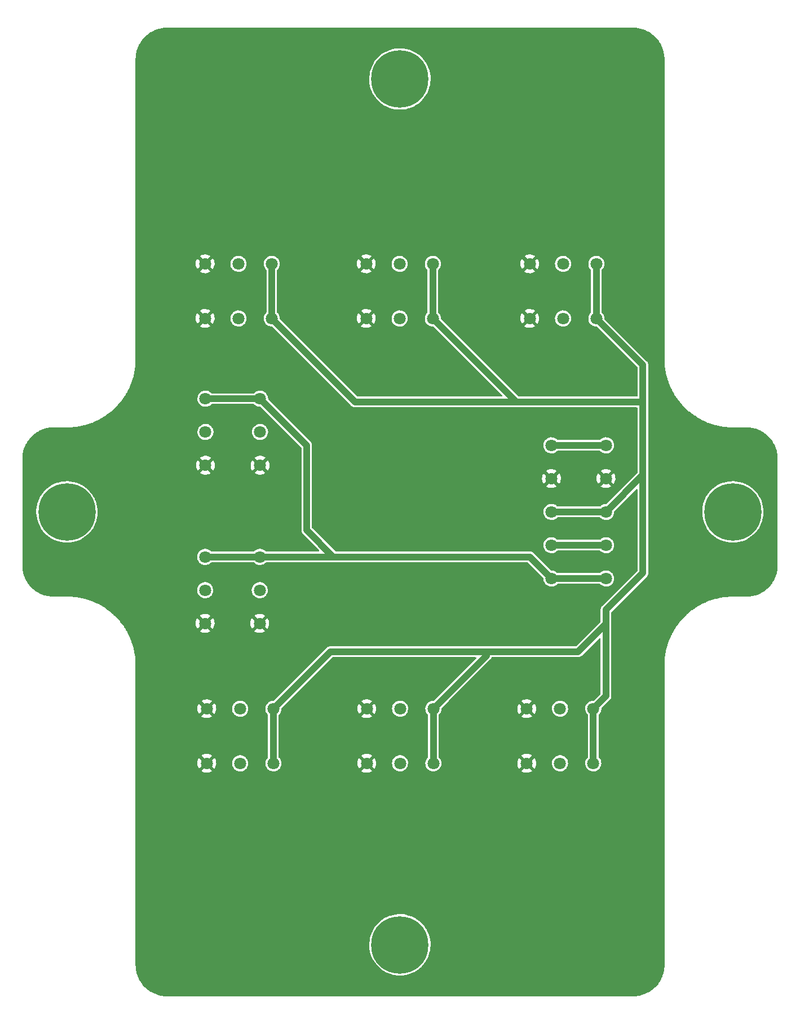
<source format=gbr>
%TF.GenerationSoftware,KiCad,Pcbnew,(6.0.11-0)*%
%TF.CreationDate,2023-06-02T12:02:10+10:00*%
%TF.ProjectId,breakout,62726561-6b6f-4757-942e-6b696361645f,rev?*%
%TF.SameCoordinates,Original*%
%TF.FileFunction,Copper,L1,Top*%
%TF.FilePolarity,Positive*%
%FSLAX46Y46*%
G04 Gerber Fmt 4.6, Leading zero omitted, Abs format (unit mm)*
G04 Created by KiCad (PCBNEW (6.0.11-0)) date 2023-06-02 12:02:10*
%MOMM*%
%LPD*%
G01*
G04 APERTURE LIST*
%TA.AperFunction,ComponentPad*%
%ADD10C,1.803400*%
%TD*%
%TA.AperFunction,ComponentPad*%
%ADD11C,0.900000*%
%TD*%
%TA.AperFunction,ComponentPad*%
%ADD12C,8.600000*%
%TD*%
%TA.AperFunction,Conductor*%
%ADD13C,1.000000*%
%TD*%
%TA.AperFunction,Conductor*%
%ADD14C,0.300000*%
%TD*%
G04 APERTURE END LIST*
D10*
%TO.P,J5,1,1*%
%TO.N,GND*%
X62000000Y-63250000D03*
%TO.P,J5,2,2*%
X62000000Y-71449999D03*
%TO.P,J5,3,3*%
%TO.N,SDI-12_DATA*%
X67000000Y-63250000D03*
%TO.P,J5,4,4*%
X67000000Y-71449999D03*
%TO.P,J5,5,5*%
%TO.N,+12V*%
X72000000Y-63250000D03*
%TO.P,J5,6,6*%
X72000000Y-71449999D03*
%TD*%
%TO.P,J8,1,1*%
%TO.N,+3.3V*%
X114000000Y-110500001D03*
%TO.P,J8,2,2*%
X122199999Y-110500001D03*
%TO.P,J8,3,3*%
%TO.N,SDI-12_DATA*%
X114000000Y-105500001D03*
%TO.P,J8,4,4*%
X122199999Y-105500001D03*
%TO.P,J8,5,5*%
%TO.N,+12V*%
X114000000Y-100500000D03*
%TO.P,J8,6,6*%
X122199999Y-100500000D03*
%TO.P,J8,7,7*%
%TO.N,GND*%
X114000000Y-95500000D03*
%TO.P,J8,8,8*%
X122199999Y-95500000D03*
%TO.P,J8,9,9*%
%TO.N,Digital_Interrupt*%
X114000000Y-90500000D03*
%TO.P,J8,10,10*%
X122199999Y-90500000D03*
%TD*%
%TO.P,J1,1,1*%
%TO.N,+12V*%
X120298076Y-138250000D03*
%TO.P,J1,2,2*%
X120298076Y-130050001D03*
%TO.P,J1,3,3*%
%TO.N,SDI-12_DATA*%
X115298076Y-138250000D03*
%TO.P,J1,4,4*%
X115298076Y-130050001D03*
%TO.P,J1,5,5*%
%TO.N,GND*%
X110298076Y-138250000D03*
%TO.P,J1,6,6*%
X110298076Y-130050001D03*
%TD*%
%TO.P,J2,1,1*%
%TO.N,+12V*%
X96274038Y-138250000D03*
%TO.P,J2,2,2*%
X96274038Y-130050001D03*
%TO.P,J2,3,3*%
%TO.N,SDI-12_DATA*%
X91274038Y-138250000D03*
%TO.P,J2,4,4*%
X91274038Y-130050001D03*
%TO.P,J2,5,5*%
%TO.N,GND*%
X86274038Y-138250000D03*
%TO.P,J2,6,6*%
X86274038Y-130050001D03*
%TD*%
D11*
%TO.P,REF\u002A\u002A,1*%
%TO.N,N/C*%
X43530419Y-102780419D03*
X41250000Y-103725000D03*
X41250000Y-97275000D03*
X44475000Y-100500000D03*
X38969581Y-102780419D03*
X38969581Y-98219581D03*
D12*
X41250000Y-100500000D03*
D11*
X38025000Y-100500000D03*
X43530419Y-98219581D03*
%TD*%
D10*
%TO.P,J3,1,1*%
%TO.N,+12V*%
X72250000Y-138250000D03*
%TO.P,J3,2,2*%
X72250000Y-130050001D03*
%TO.P,J3,3,3*%
%TO.N,SDI-12_DATA*%
X67250000Y-138250000D03*
%TO.P,J3,4,4*%
X67250000Y-130050001D03*
%TO.P,J3,5,5*%
%TO.N,GND*%
X62250000Y-138250000D03*
%TO.P,J3,6,6*%
X62250000Y-130050001D03*
%TD*%
%TO.P,J4,1,1*%
%TO.N,+3.3V*%
X70250000Y-83500000D03*
%TO.P,J4,2,2*%
X62050001Y-83500000D03*
%TO.P,J4,3,3*%
%TO.N,Digital_Interrupt*%
X70250000Y-88500000D03*
%TO.P,J4,4,4*%
X62050001Y-88500000D03*
%TO.P,J4,5,5*%
%TO.N,GND*%
X70250000Y-93500000D03*
%TO.P,J4,6,6*%
X62050001Y-93500000D03*
%TD*%
D11*
%TO.P,REF\u002A\u002A,1*%
%TO.N,N/C*%
X141250000Y-103725000D03*
X138969581Y-98219581D03*
X143530419Y-98219581D03*
X138969581Y-102780419D03*
X143530419Y-102780419D03*
D12*
X141250000Y-100500000D03*
D11*
X138025000Y-100500000D03*
X144475000Y-100500000D03*
X141250000Y-97275000D03*
%TD*%
D12*
%TO.P,REF\u002A\u002A,1*%
%TO.N,N/C*%
X91250000Y-35500000D03*
D11*
X93530419Y-33219581D03*
X94475000Y-35500000D03*
X88025000Y-35500000D03*
X93530419Y-37780419D03*
X88969581Y-37780419D03*
X91250000Y-38725000D03*
X88969581Y-33219581D03*
X91250000Y-32275000D03*
%TD*%
D10*
%TO.P,J9,1,1*%
%TO.N,+3.3V*%
X70199999Y-107250000D03*
%TO.P,J9,2,2*%
X62000000Y-107250000D03*
%TO.P,J9,3,3*%
%TO.N,SDI-12_DATA*%
X70199999Y-112250000D03*
%TO.P,J9,4,4*%
X62000000Y-112250000D03*
%TO.P,J9,5,5*%
%TO.N,GND*%
X70199999Y-117250000D03*
%TO.P,J9,6,6*%
X62000000Y-117250000D03*
%TD*%
%TO.P,J6,1,1*%
%TO.N,GND*%
X86201924Y-63250000D03*
%TO.P,J6,2,2*%
X86201924Y-71449999D03*
%TO.P,J6,3,3*%
%TO.N,SDI-12_DATA*%
X91201924Y-63250000D03*
%TO.P,J6,4,4*%
X91201924Y-71449999D03*
%TO.P,J6,5,5*%
%TO.N,+12V*%
X96201924Y-63250000D03*
%TO.P,J6,6,6*%
X96201924Y-71449999D03*
%TD*%
D11*
%TO.P,REF\u002A\u002A,1*%
%TO.N,N/C*%
X94475000Y-165500000D03*
X93530419Y-163219581D03*
X88969581Y-163219581D03*
X91250000Y-162275000D03*
D12*
X91250000Y-165500000D03*
D11*
X88969581Y-167780419D03*
X88025000Y-165500000D03*
X91250000Y-168725000D03*
X93530419Y-167780419D03*
%TD*%
D10*
%TO.P,J7,1,1*%
%TO.N,GND*%
X110750000Y-63250000D03*
%TO.P,J7,2,2*%
X110750000Y-71449999D03*
%TO.P,J7,3,3*%
%TO.N,SDI-12_DATA*%
X115750000Y-63250000D03*
%TO.P,J7,4,4*%
X115750000Y-71449999D03*
%TO.P,J7,5,5*%
%TO.N,+12V*%
X120750000Y-63250000D03*
%TO.P,J7,6,6*%
X120750000Y-71449999D03*
%TD*%
D13*
%TO.N,SDI-12_DATA*%
X114000000Y-105500001D02*
X122199999Y-105500001D01*
%TO.N,+12V*%
X127750000Y-94755400D02*
X127750000Y-109649998D01*
X127750000Y-109649998D02*
X122199999Y-115199999D01*
X127750000Y-94755400D02*
X127750000Y-84000000D01*
X122199999Y-100500000D02*
X127750000Y-94949999D01*
D14*
X127750000Y-94949999D02*
X127750000Y-94755400D01*
D13*
%TO.N,+3.3V*%
X70199999Y-107250000D02*
X81268800Y-107250000D01*
X81268800Y-107250000D02*
X110749999Y-107250000D01*
X77250000Y-90500000D02*
X77250000Y-103231200D01*
X77250000Y-103231200D02*
X81268800Y-107250000D01*
X110749999Y-107250000D02*
X114000000Y-110500001D01*
%TO.N,+12V*%
X122199999Y-115199999D02*
X122199999Y-117300001D01*
X127750000Y-78449999D02*
X120750000Y-71449999D01*
X80800001Y-121500000D02*
X72250000Y-130050001D01*
X118000000Y-121500000D02*
X104250000Y-121500000D01*
X108751925Y-84000000D02*
X84550001Y-84000000D01*
X108751925Y-84000000D02*
X96201924Y-71449999D01*
X104250000Y-121500000D02*
X104250000Y-122074039D01*
X104250000Y-121500000D02*
X80800001Y-121500000D01*
X127750000Y-84000000D02*
X127750000Y-78449999D01*
X127750000Y-84000000D02*
X108751925Y-84000000D01*
X72250000Y-130050001D02*
X72250000Y-138250000D01*
X96274038Y-130050001D02*
X96274038Y-138250000D01*
X96201924Y-71449999D02*
X96201924Y-63250000D01*
X84550001Y-84000000D02*
X72000000Y-71449999D01*
X104250000Y-122074039D02*
X96274038Y-130050001D01*
X120750000Y-71449999D02*
X120750000Y-63250000D01*
X72000000Y-71449999D02*
X72000000Y-63250000D01*
X120298076Y-130050001D02*
X120298076Y-138250000D01*
%TO.N,+3.3V*%
X114000000Y-110500001D02*
X122199999Y-110500001D01*
%TO.N,+12V*%
X122199999Y-117300001D02*
X118000000Y-121500000D01*
X122199999Y-115199999D02*
X122199999Y-128148078D01*
X122199999Y-128148078D02*
X120298076Y-130050001D01*
%TO.N,+3.3V*%
X77250000Y-90500000D02*
X70250000Y-83500000D01*
%TO.N,Digital_Interrupt*%
X114000000Y-90500000D02*
X122199999Y-90500000D01*
%TO.N,+3.3V*%
X70250000Y-83500000D02*
X62050001Y-83500000D01*
X62000000Y-107250000D02*
X70199999Y-107250000D01*
%TO.N,+12V*%
X114000000Y-100500000D02*
X122199999Y-100500000D01*
%TD*%
%TA.AperFunction,Conductor*%
%TO.N,GND*%
G36*
X126263148Y-27804521D02*
G01*
X126507041Y-27808947D01*
X126513434Y-27809225D01*
X126630235Y-27817289D01*
X126747045Y-27825355D01*
X126753389Y-27825955D01*
X126983390Y-27853609D01*
X126989683Y-27854528D01*
X127215841Y-27893408D01*
X127222044Y-27894635D01*
X127320933Y-27916817D01*
X127444117Y-27944449D01*
X127450251Y-27945988D01*
X127667951Y-28006438D01*
X127673970Y-28008272D01*
X127887092Y-28079087D01*
X127892982Y-28081208D01*
X127926943Y-28094399D01*
X128100759Y-28161913D01*
X128101279Y-28162115D01*
X128107025Y-28164512D01*
X128310146Y-28255198D01*
X128315737Y-28257861D01*
X128513493Y-28358080D01*
X128518919Y-28360999D01*
X128710962Y-28470437D01*
X128716215Y-28473602D01*
X128902301Y-28591998D01*
X128907373Y-28595400D01*
X129087226Y-28722478D01*
X129092111Y-28726110D01*
X129265388Y-28861548D01*
X129270079Y-28865400D01*
X129436514Y-29008924D01*
X129441007Y-29012991D01*
X129600300Y-29164305D01*
X129604587Y-29168578D01*
X129756478Y-29327419D01*
X129760545Y-29331881D01*
X129783996Y-29358892D01*
X129904692Y-29497910D01*
X129908549Y-29502574D01*
X130044702Y-29675537D01*
X130048328Y-29680379D01*
X130176152Y-29859927D01*
X130179561Y-29864969D01*
X130298788Y-30050828D01*
X130301959Y-30056045D01*
X130394794Y-30217478D01*
X130412306Y-30247931D01*
X130415233Y-30253320D01*
X130516431Y-30450970D01*
X130519104Y-30456521D01*
X130603797Y-30643997D01*
X130610849Y-30659608D01*
X130613258Y-30665311D01*
X130695270Y-30873556D01*
X130697406Y-30879397D01*
X130769425Y-31092570D01*
X130771266Y-31098505D01*
X130791487Y-31169848D01*
X130832989Y-31316280D01*
X130834550Y-31322363D01*
X130885709Y-31544522D01*
X130886971Y-31550702D01*
X130927270Y-31776953D01*
X130928223Y-31783211D01*
X130939120Y-31869222D01*
X130953373Y-31981712D01*
X130957375Y-32013303D01*
X130958014Y-32019618D01*
X130975729Y-32253351D01*
X130976049Y-32259699D01*
X130982160Y-32502213D01*
X130982200Y-32505387D01*
X130982200Y-77458988D01*
X130980999Y-77470203D01*
X130981410Y-77470233D01*
X130980952Y-77476539D01*
X130981030Y-77479617D01*
X130982160Y-77524240D01*
X130982200Y-77527430D01*
X130982200Y-77549948D01*
X130982833Y-77553347D01*
X130982945Y-77555257D01*
X130993793Y-77983584D01*
X130992855Y-77997221D01*
X130992185Y-77999358D01*
X130992048Y-78005680D01*
X130995258Y-78047836D01*
X130995580Y-78054180D01*
X130996015Y-78071341D01*
X130997222Y-78077019D01*
X130997648Y-78080632D01*
X130998151Y-78085823D01*
X131030149Y-78506007D01*
X131029902Y-78519688D01*
X131029348Y-78521832D01*
X131029530Y-78528153D01*
X131034731Y-78569025D01*
X131034870Y-78570117D01*
X131035514Y-78576454D01*
X131036817Y-78593567D01*
X131038311Y-78599179D01*
X131038902Y-78602665D01*
X131039669Y-78607836D01*
X131092263Y-79021168D01*
X131092706Y-79034824D01*
X131092265Y-79036971D01*
X131092766Y-79043275D01*
X131093309Y-79046309D01*
X131093310Y-79046320D01*
X131100217Y-79084941D01*
X131101177Y-79091219D01*
X131103349Y-79108291D01*
X131105124Y-79113818D01*
X131105868Y-79117168D01*
X131106898Y-79122307D01*
X131112485Y-79153546D01*
X131179506Y-79528348D01*
X131180634Y-79541955D01*
X131180306Y-79544087D01*
X131181122Y-79550358D01*
X131181813Y-79553349D01*
X131181817Y-79553370D01*
X131190666Y-79591660D01*
X131191935Y-79597855D01*
X131194970Y-79614829D01*
X131197021Y-79620260D01*
X131197893Y-79623425D01*
X131199188Y-79628539D01*
X131291240Y-80026881D01*
X131293044Y-80040397D01*
X131292827Y-80042505D01*
X131293955Y-80048727D01*
X131294794Y-80051677D01*
X131294796Y-80051687D01*
X131305558Y-80089540D01*
X131307124Y-80095620D01*
X131311025Y-80112501D01*
X131313346Y-80117824D01*
X131314326Y-80120789D01*
X131315882Y-80125854D01*
X131426821Y-80516069D01*
X131429297Y-80529486D01*
X131429187Y-80531552D01*
X131430621Y-80537710D01*
X131431609Y-80540627D01*
X131431610Y-80540630D01*
X131444261Y-80577977D01*
X131446119Y-80583947D01*
X131449275Y-80595049D01*
X131450864Y-80600637D01*
X131453447Y-80605836D01*
X131454501Y-80608560D01*
X131456324Y-80613588D01*
X131585617Y-80995274D01*
X131588746Y-81008521D01*
X131588739Y-81010555D01*
X131590476Y-81016635D01*
X131591604Y-81019492D01*
X131591604Y-81019493D01*
X131606095Y-81056206D01*
X131608229Y-81062029D01*
X131613832Y-81078568D01*
X131616667Y-81083627D01*
X131617784Y-81086137D01*
X131619870Y-81091106D01*
X131766971Y-81463794D01*
X131770748Y-81476875D01*
X131770838Y-81478854D01*
X131772870Y-81484842D01*
X131790460Y-81523712D01*
X131792839Y-81529330D01*
X131799274Y-81545634D01*
X131802360Y-81550555D01*
X131803505Y-81552821D01*
X131805844Y-81557707D01*
X131970245Y-81920989D01*
X131974653Y-81933860D01*
X131974835Y-81935788D01*
X131977156Y-81941670D01*
X131978564Y-81944417D01*
X131978567Y-81944423D01*
X131996629Y-81979654D01*
X131999298Y-81985189D01*
X132004138Y-81995885D01*
X132004141Y-81995890D01*
X132006533Y-82001176D01*
X132009852Y-82005933D01*
X132011038Y-82008019D01*
X132013632Y-82012821D01*
X132194789Y-82366190D01*
X132199813Y-82378818D01*
X132200083Y-82380701D01*
X132202687Y-82386463D01*
X132204213Y-82389115D01*
X132204224Y-82389136D01*
X132224013Y-82423521D01*
X132226932Y-82428888D01*
X132234957Y-82444543D01*
X132238506Y-82449136D01*
X132239695Y-82451009D01*
X132242536Y-82455706D01*
X132364845Y-82668232D01*
X132439960Y-82798754D01*
X132445582Y-82811110D01*
X132445936Y-82812943D01*
X132448815Y-82818573D01*
X132471932Y-82854602D01*
X132475072Y-82859766D01*
X132483889Y-82875086D01*
X132487656Y-82879501D01*
X132488850Y-82881194D01*
X132491933Y-82885775D01*
X132555217Y-82984405D01*
X132705110Y-83218021D01*
X132711312Y-83230078D01*
X132711747Y-83231862D01*
X132714893Y-83237347D01*
X132736728Y-83268027D01*
X132739726Y-83272240D01*
X132743118Y-83277257D01*
X132752679Y-83292159D01*
X132756656Y-83296388D01*
X132757865Y-83297938D01*
X132761180Y-83302386D01*
X132989591Y-83623336D01*
X132996358Y-83635068D01*
X132996872Y-83636812D01*
X133000278Y-83642140D01*
X133002175Y-83644552D01*
X133026770Y-83675827D01*
X133030382Y-83680654D01*
X133037310Y-83690388D01*
X133040676Y-83695117D01*
X133044846Y-83699146D01*
X133046079Y-83700579D01*
X133049613Y-83704874D01*
X133292755Y-84014047D01*
X133300081Y-84025454D01*
X133300670Y-84027147D01*
X133304326Y-84032307D01*
X133317871Y-84047933D01*
X133332431Y-84064731D01*
X133336254Y-84069360D01*
X133347233Y-84083320D01*
X133351590Y-84087144D01*
X133352822Y-84088444D01*
X133356566Y-84092574D01*
X133613977Y-84389534D01*
X133621834Y-84400570D01*
X133622499Y-84402224D01*
X133626397Y-84407204D01*
X133637817Y-84419174D01*
X133656009Y-84438243D01*
X133660053Y-84442689D01*
X133671703Y-84456129D01*
X133676252Y-84459752D01*
X133677509Y-84460957D01*
X133681449Y-84464909D01*
X133952604Y-84749131D01*
X133960979Y-84759781D01*
X133961719Y-84761396D01*
X133965849Y-84766184D01*
X133971588Y-84771652D01*
X133996921Y-84795791D01*
X134001163Y-84800030D01*
X134013442Y-84812901D01*
X134018151Y-84816297D01*
X134019459Y-84817437D01*
X134023590Y-84821202D01*
X134307993Y-85092192D01*
X134316871Y-85102435D01*
X134317690Y-85104018D01*
X134322044Y-85108604D01*
X134324374Y-85110621D01*
X134324378Y-85110625D01*
X134354490Y-85136694D01*
X134358937Y-85140733D01*
X134371805Y-85152994D01*
X134376676Y-85156165D01*
X134378023Y-85157231D01*
X134382321Y-85160788D01*
X134400285Y-85176340D01*
X134679526Y-85418090D01*
X134688875Y-85427891D01*
X134689777Y-85429447D01*
X134694345Y-85433819D01*
X134696766Y-85435721D01*
X134696770Y-85435724D01*
X134728088Y-85460323D01*
X134732726Y-85464148D01*
X134740963Y-85471278D01*
X134746152Y-85475771D01*
X134751159Y-85478701D01*
X134752614Y-85479743D01*
X134757078Y-85483092D01*
X135066547Y-85726162D01*
X135076356Y-85735506D01*
X135077341Y-85737032D01*
X135082113Y-85741180D01*
X135117070Y-85766026D01*
X135121869Y-85769614D01*
X135135837Y-85780585D01*
X135140981Y-85783274D01*
X135142536Y-85784279D01*
X135147144Y-85787403D01*
X135468427Y-86015763D01*
X135478673Y-86024628D01*
X135479745Y-86026125D01*
X135484711Y-86030039D01*
X135505934Y-86043639D01*
X135520768Y-86053145D01*
X135525782Y-86056530D01*
X135540224Y-86066795D01*
X135545489Y-86069234D01*
X135547185Y-86070218D01*
X135551921Y-86073108D01*
X135884522Y-86286242D01*
X135895189Y-86294608D01*
X135896351Y-86296076D01*
X135901500Y-86299746D01*
X135914723Y-86307346D01*
X135938602Y-86321071D01*
X135943793Y-86324224D01*
X135953776Y-86330621D01*
X135953780Y-86330623D01*
X135958669Y-86333756D01*
X135964051Y-86335942D01*
X135965884Y-86336891D01*
X135970731Y-86339538D01*
X136314190Y-86536945D01*
X136325272Y-86544803D01*
X136326520Y-86546231D01*
X136331840Y-86549648D01*
X136369899Y-86569134D01*
X136375247Y-86572037D01*
X136390525Y-86580818D01*
X136396006Y-86582742D01*
X136398002Y-86583656D01*
X136402939Y-86586049D01*
X136432632Y-86601252D01*
X136756805Y-86767224D01*
X136768265Y-86774539D01*
X136769608Y-86775934D01*
X136775088Y-86779088D01*
X136813994Y-86796671D01*
X136819509Y-86799327D01*
X136835150Y-86807335D01*
X136840717Y-86808990D01*
X136842925Y-86809875D01*
X136847944Y-86812014D01*
X137211710Y-86976416D01*
X137223532Y-86983173D01*
X137224972Y-86984529D01*
X137230600Y-86987411D01*
X137259499Y-86998802D01*
X137270266Y-87003046D01*
X137275954Y-87005450D01*
X137291895Y-87012655D01*
X137297535Y-87014038D01*
X137299932Y-87014865D01*
X137305018Y-87016745D01*
X137517826Y-87100627D01*
X137678277Y-87163872D01*
X137690422Y-87170044D01*
X137691962Y-87171356D01*
X137697725Y-87173957D01*
X137727160Y-87183914D01*
X137738071Y-87187605D01*
X137743880Y-87189731D01*
X137760107Y-87196127D01*
X137765803Y-87197231D01*
X137768406Y-87197989D01*
X137773543Y-87199605D01*
X138155838Y-87328926D01*
X138168295Y-87334500D01*
X138169927Y-87335757D01*
X138175812Y-87338070D01*
X138178772Y-87338910D01*
X138178777Y-87338912D01*
X138216718Y-87349683D01*
X138222671Y-87351534D01*
X138239131Y-87357102D01*
X138244877Y-87357924D01*
X138247702Y-87358598D01*
X138252866Y-87359946D01*
X138423064Y-87408266D01*
X138643756Y-87470921D01*
X138656482Y-87475873D01*
X138658208Y-87477070D01*
X138664201Y-87479087D01*
X138705613Y-87488643D01*
X138711631Y-87490191D01*
X138728309Y-87494926D01*
X138734089Y-87495462D01*
X138737088Y-87496022D01*
X138742296Y-87497108D01*
X139141365Y-87589195D01*
X139154322Y-87593504D01*
X139156142Y-87594636D01*
X139162229Y-87596350D01*
X139203964Y-87603802D01*
X139210135Y-87605064D01*
X139226973Y-87608949D01*
X139232776Y-87609196D01*
X139235997Y-87609633D01*
X139241222Y-87610454D01*
X139647979Y-87683082D01*
X139661163Y-87686743D01*
X139663061Y-87687795D01*
X139669226Y-87689201D01*
X139672282Y-87689589D01*
X139672292Y-87689591D01*
X139711235Y-87694538D01*
X139717505Y-87695495D01*
X139728742Y-87697502D01*
X139728746Y-87697502D01*
X139734456Y-87698522D01*
X139740258Y-87698479D01*
X139743642Y-87698766D01*
X139748865Y-87699320D01*
X140162962Y-87751933D01*
X140176313Y-87754925D01*
X140178290Y-87755893D01*
X140184518Y-87756986D01*
X140226721Y-87760195D01*
X140233045Y-87760837D01*
X140236743Y-87761307D01*
X140244318Y-87762269D01*
X140244319Y-87762269D01*
X140250081Y-87763001D01*
X140255877Y-87762666D01*
X140259376Y-87762786D01*
X140264604Y-87763075D01*
X140685622Y-87795086D01*
X140699107Y-87797399D01*
X140701148Y-87798274D01*
X140707423Y-87799050D01*
X140710489Y-87799127D01*
X140710496Y-87799128D01*
X140749704Y-87800119D01*
X140756071Y-87800442D01*
X140765817Y-87801183D01*
X140773173Y-87801742D01*
X140778949Y-87801115D01*
X140782520Y-87801057D01*
X140787739Y-87801081D01*
X141212111Y-87811811D01*
X141223282Y-87813293D01*
X141223322Y-87812883D01*
X141229615Y-87813500D01*
X141277315Y-87813500D01*
X141280500Y-87813540D01*
X141303043Y-87814110D01*
X141306448Y-87813565D01*
X141308380Y-87813500D01*
X143279902Y-87813500D01*
X143282146Y-87813520D01*
X143526041Y-87817864D01*
X143532442Y-87818141D01*
X143765910Y-87834197D01*
X143772279Y-87834798D01*
X143927271Y-87853399D01*
X144002107Y-87862381D01*
X144008413Y-87863299D01*
X144234460Y-87902125D01*
X144240657Y-87903352D01*
X144366221Y-87931507D01*
X144462580Y-87953114D01*
X144468723Y-87954655D01*
X144589981Y-87988326D01*
X144646885Y-88004127D01*
X144686250Y-88015058D01*
X144692275Y-88016894D01*
X144905183Y-88087661D01*
X144911065Y-88089780D01*
X145119138Y-88170646D01*
X145124896Y-88173049D01*
X145250642Y-88229234D01*
X145327763Y-88263693D01*
X145333350Y-88266357D01*
X145530803Y-88366529D01*
X145536221Y-88369447D01*
X145537916Y-88370414D01*
X145727948Y-88478848D01*
X145733217Y-88482027D01*
X145918937Y-88600380D01*
X145924023Y-88603798D01*
X146101769Y-88729626D01*
X146103413Y-88730790D01*
X146108315Y-88734442D01*
X146281107Y-88869805D01*
X146285813Y-88873679D01*
X146451720Y-89017123D01*
X146456229Y-89021216D01*
X146614945Y-89172444D01*
X146619248Y-89176747D01*
X146770478Y-89335464D01*
X146774571Y-89339973D01*
X146782628Y-89349292D01*
X146918036Y-89505904D01*
X146921856Y-89510544D01*
X147057273Y-89683406D01*
X147060905Y-89688281D01*
X147187917Y-89867700D01*
X147191331Y-89872781D01*
X147300119Y-90043491D01*
X147309666Y-90058473D01*
X147312839Y-90063731D01*
X147421819Y-90254717D01*
X147422242Y-90255459D01*
X147425166Y-90260888D01*
X147514349Y-90436679D01*
X147525334Y-90458332D01*
X147528002Y-90463928D01*
X147599838Y-90624701D01*
X147618661Y-90666828D01*
X147621064Y-90672586D01*
X147701906Y-90880598D01*
X147704030Y-90886493D01*
X147774805Y-91099427D01*
X147776643Y-91105457D01*
X147837046Y-91322986D01*
X147838587Y-91329129D01*
X147888343Y-91551025D01*
X147889578Y-91557264D01*
X147928396Y-91783264D01*
X147929316Y-91789580D01*
X147956901Y-92019428D01*
X147957502Y-92025797D01*
X147973558Y-92259249D01*
X147973835Y-92265650D01*
X147978180Y-92509528D01*
X147978200Y-92511772D01*
X147978200Y-108526176D01*
X147978180Y-108528436D01*
X147974347Y-108742079D01*
X147973838Y-108770422D01*
X147973557Y-108776853D01*
X147957720Y-109005623D01*
X147957521Y-109008495D01*
X147956915Y-109014881D01*
X147929621Y-109240875D01*
X147929357Y-109243059D01*
X147928427Y-109249397D01*
X147922491Y-109283751D01*
X147889646Y-109473840D01*
X147888400Y-109480101D01*
X147838683Y-109700596D01*
X147837130Y-109706755D01*
X147776770Y-109923008D01*
X147774920Y-109929047D01*
X147704191Y-110140830D01*
X147702055Y-110146733D01*
X147676834Y-110211347D01*
X147621921Y-110352028D01*
X147621232Y-110353792D01*
X147618826Y-110359531D01*
X147554153Y-110503705D01*
X147528199Y-110561563D01*
X147525533Y-110567135D01*
X147425730Y-110763175D01*
X147425376Y-110763871D01*
X147422446Y-110769295D01*
X147313033Y-110960462D01*
X147309857Y-110965710D01*
X147191492Y-111150977D01*
X147188082Y-111156039D01*
X147061054Y-111335119D01*
X147057418Y-111339992D01*
X146958714Y-111465805D01*
X146921999Y-111512603D01*
X146918149Y-111517275D01*
X146774592Y-111683170D01*
X146770550Y-111687619D01*
X146646939Y-111817324D01*
X146619228Y-111846401D01*
X146614957Y-111850673D01*
X146456123Y-112002090D01*
X146451653Y-112006151D01*
X146285601Y-112149909D01*
X146280964Y-112153734D01*
X146107965Y-112289553D01*
X146103132Y-112293162D01*
X146069761Y-112316862D01*
X145923543Y-112420704D01*
X145918534Y-112424083D01*
X145823856Y-112484681D01*
X145732629Y-112543070D01*
X145727421Y-112546229D01*
X145535476Y-112656384D01*
X145530099Y-112659298D01*
X145332457Y-112760305D01*
X145326927Y-112762964D01*
X145123795Y-112854576D01*
X145118138Y-112856962D01*
X144909840Y-112938876D01*
X144904011Y-112941004D01*
X144690871Y-113012920D01*
X144684911Y-113014768D01*
X144467127Y-113076426D01*
X144461055Y-113077983D01*
X144437310Y-113083446D01*
X144238936Y-113129085D01*
X144232776Y-113130341D01*
X144006551Y-113170606D01*
X144000301Y-113171558D01*
X143957151Y-113177022D01*
X143770208Y-113200693D01*
X143763938Y-113201327D01*
X143614636Y-113212640D01*
X143530260Y-113219033D01*
X143523914Y-113219353D01*
X143281497Y-113225460D01*
X143278324Y-113225500D01*
X141337217Y-113225500D01*
X141326628Y-113224346D01*
X141326585Y-113224904D01*
X141320280Y-113224423D01*
X141317217Y-113224489D01*
X141317210Y-113224489D01*
X141274841Y-113225405D01*
X141271788Y-113225471D01*
X141269067Y-113225500D01*
X141245752Y-113225500D01*
X141242829Y-113226045D01*
X141241348Y-113226129D01*
X141137456Y-113228374D01*
X140813222Y-113235382D01*
X140799561Y-113234392D01*
X140797405Y-113233708D01*
X140791083Y-113233548D01*
X140788015Y-113233771D01*
X140788007Y-113233771D01*
X140748972Y-113236606D01*
X140742572Y-113236908D01*
X140741077Y-113236940D01*
X140725471Y-113237278D01*
X140719785Y-113238465D01*
X140716059Y-113238890D01*
X140710910Y-113239371D01*
X140290723Y-113269889D01*
X140277045Y-113269595D01*
X140274868Y-113269024D01*
X140268546Y-113269186D01*
X140226598Y-113274383D01*
X140220251Y-113275007D01*
X140203175Y-113276247D01*
X140197567Y-113277719D01*
X140193934Y-113278322D01*
X140188785Y-113279069D01*
X139918800Y-113312523D01*
X139775510Y-113330278D01*
X139761836Y-113330678D01*
X139759661Y-113330224D01*
X139753356Y-113330705D01*
X139711697Y-113338024D01*
X139705397Y-113338966D01*
X139694133Y-113340361D01*
X139694127Y-113340362D01*
X139688375Y-113341075D01*
X139682850Y-113342829D01*
X139679334Y-113343598D01*
X139674216Y-113344607D01*
X139440715Y-113385627D01*
X139268262Y-113415922D01*
X139254634Y-113417011D01*
X139252472Y-113416672D01*
X139246199Y-113417470D01*
X139204898Y-113426892D01*
X139198694Y-113428143D01*
X139187481Y-113430112D01*
X139187472Y-113430114D01*
X139181759Y-113431118D01*
X139176321Y-113433153D01*
X139173016Y-113434053D01*
X139167937Y-113435323D01*
X138769652Y-113526181D01*
X138756120Y-113527950D01*
X138753978Y-113527724D01*
X138747753Y-113528836D01*
X138707480Y-113540174D01*
X138706966Y-113540319D01*
X138700840Y-113541879D01*
X138684005Y-113545719D01*
X138678678Y-113548025D01*
X138675555Y-113549047D01*
X138670499Y-113550585D01*
X138280387Y-113660411D01*
X138266959Y-113662854D01*
X138264853Y-113662738D01*
X138258691Y-113664158D01*
X138218628Y-113677625D01*
X138218438Y-113677689D01*
X138212473Y-113679530D01*
X138195786Y-113684228D01*
X138190583Y-113686797D01*
X138187706Y-113687901D01*
X138182704Y-113689701D01*
X138095960Y-113718860D01*
X137801109Y-113817973D01*
X137787839Y-113821076D01*
X137785771Y-113821064D01*
X137779687Y-113822788D01*
X137740085Y-113838324D01*
X137734265Y-113840442D01*
X137717773Y-113845986D01*
X137712702Y-113848812D01*
X137710066Y-113849978D01*
X137705132Y-113852036D01*
X137332507Y-113998216D01*
X137319410Y-114001969D01*
X137317394Y-114002057D01*
X137311403Y-114004078D01*
X137272756Y-114021482D01*
X137272567Y-114021567D01*
X137266884Y-114023960D01*
X137250626Y-114030338D01*
X137245700Y-114033412D01*
X137243276Y-114034631D01*
X137238420Y-114036944D01*
X136875233Y-114200495D01*
X136862352Y-114204882D01*
X136860383Y-114205064D01*
X136854498Y-114207376D01*
X136851748Y-114208780D01*
X136851744Y-114208782D01*
X136816530Y-114226763D01*
X136810969Y-114229433D01*
X136800298Y-114234238D01*
X136800287Y-114234244D01*
X136795007Y-114236622D01*
X136790244Y-114239931D01*
X136788048Y-114241175D01*
X136783267Y-114243749D01*
X136429950Y-114424162D01*
X136417317Y-114429165D01*
X136415397Y-114429438D01*
X136409632Y-114432034D01*
X136372777Y-114453177D01*
X136372608Y-114453274D01*
X136367210Y-114456198D01*
X136356741Y-114461544D01*
X136351565Y-114464187D01*
X136346962Y-114467732D01*
X136344972Y-114468991D01*
X136340293Y-114471811D01*
X135997322Y-114668560D01*
X135984955Y-114674169D01*
X135983086Y-114674528D01*
X135977453Y-114677401D01*
X135951533Y-114693990D01*
X135941464Y-114700434D01*
X135936241Y-114703600D01*
X135925994Y-114709478D01*
X135925984Y-114709485D01*
X135920953Y-114712371D01*
X135916533Y-114716132D01*
X135914719Y-114717408D01*
X135910162Y-114720467D01*
X135577991Y-114933052D01*
X135565919Y-114939247D01*
X135564101Y-114939688D01*
X135558613Y-114942829D01*
X135556111Y-114944606D01*
X135556108Y-114944608D01*
X135523720Y-114967612D01*
X135518677Y-114971013D01*
X135508714Y-114977389D01*
X135508711Y-114977391D01*
X135503816Y-114980524D01*
X135499577Y-114984501D01*
X135497933Y-114985780D01*
X135493510Y-114989068D01*
X135404282Y-115052443D01*
X135172621Y-115216979D01*
X135160857Y-115223751D01*
X135159091Y-115224270D01*
X135153760Y-115227671D01*
X135151332Y-115229577D01*
X135151327Y-115229581D01*
X135138910Y-115239331D01*
X135120063Y-115254131D01*
X135115231Y-115257741D01*
X135110945Y-115260785D01*
X135105533Y-115264628D01*
X135105529Y-115264632D01*
X135100799Y-115267991D01*
X135096760Y-115272164D01*
X135095274Y-115273441D01*
X135090988Y-115276961D01*
X134781840Y-115519708D01*
X134770423Y-115527031D01*
X134768702Y-115527628D01*
X134763540Y-115531281D01*
X134761214Y-115533295D01*
X134731138Y-115559336D01*
X134726484Y-115563174D01*
X134712543Y-115574121D01*
X134708710Y-115578482D01*
X134707335Y-115579783D01*
X134703216Y-115583511D01*
X134406304Y-115840586D01*
X134395249Y-115848448D01*
X134393575Y-115849120D01*
X134388594Y-115853015D01*
X134374997Y-115865977D01*
X134357567Y-115882593D01*
X134353101Y-115886651D01*
X134339688Y-115898264D01*
X134336068Y-115902805D01*
X134334796Y-115904130D01*
X134330849Y-115908063D01*
X134046658Y-116178977D01*
X134036001Y-116187352D01*
X134034362Y-116188103D01*
X134029574Y-116192232D01*
X134027451Y-116194459D01*
X134027450Y-116194460D01*
X133999982Y-116223274D01*
X133995722Y-116227534D01*
X133982877Y-116239779D01*
X133979475Y-116244491D01*
X133978287Y-116245854D01*
X133974541Y-116249961D01*
X133898608Y-116329615D01*
X133703550Y-116534231D01*
X133693306Y-116543105D01*
X133691703Y-116543935D01*
X133687117Y-116548289D01*
X133685109Y-116550608D01*
X133685108Y-116550609D01*
X133659047Y-116580706D01*
X133654994Y-116585166D01*
X133646756Y-116593807D01*
X133646753Y-116593811D01*
X133642749Y-116598011D01*
X133639579Y-116602877D01*
X133638448Y-116604307D01*
X133634896Y-116608598D01*
X133623976Y-116621209D01*
X133377621Y-116905714D01*
X133367813Y-116915069D01*
X133366244Y-116915978D01*
X133361872Y-116920546D01*
X133342673Y-116944992D01*
X133335387Y-116954269D01*
X133331564Y-116958904D01*
X133319945Y-116972322D01*
X133317011Y-116977334D01*
X133315929Y-116978845D01*
X133312600Y-116983282D01*
X133100481Y-117253364D01*
X133069526Y-117292778D01*
X133060169Y-117302601D01*
X133058636Y-117303591D01*
X133054487Y-117308364D01*
X133029664Y-117343298D01*
X133026055Y-117348128D01*
X133015108Y-117362066D01*
X133012419Y-117367212D01*
X133011386Y-117368810D01*
X133008272Y-117373405D01*
X132798976Y-117667955D01*
X132779905Y-117694794D01*
X132771025Y-117705060D01*
X132769526Y-117706134D01*
X132765612Y-117711100D01*
X132763943Y-117713706D01*
X132763940Y-117713710D01*
X132742515Y-117747161D01*
X132739129Y-117752178D01*
X132728882Y-117766600D01*
X132726445Y-117771864D01*
X132725446Y-117773586D01*
X132722562Y-117778315D01*
X132597296Y-117973895D01*
X132556869Y-118037015D01*
X132509406Y-118111119D01*
X132501034Y-118121800D01*
X132499562Y-118122966D01*
X132495893Y-118128116D01*
X132474593Y-118165201D01*
X132471442Y-118170393D01*
X132461911Y-118185274D01*
X132459728Y-118190653D01*
X132458748Y-118192546D01*
X132456113Y-118197375D01*
X132258688Y-118541109D01*
X132250838Y-118552189D01*
X132249400Y-118553446D01*
X132245985Y-118558768D01*
X132244586Y-118561502D01*
X132244579Y-118561515D01*
X132226526Y-118596807D01*
X132223613Y-118602177D01*
X132223399Y-118602550D01*
X132214842Y-118617449D01*
X132212921Y-118622927D01*
X132211981Y-118624981D01*
X132209592Y-118629914D01*
X132078671Y-118885854D01*
X132028405Y-118984119D01*
X132021095Y-118995579D01*
X132019695Y-118996929D01*
X132016543Y-119002411D01*
X132015276Y-119005218D01*
X132015267Y-119005235D01*
X131998974Y-119041324D01*
X131996313Y-119046855D01*
X131990968Y-119057304D01*
X131990966Y-119057309D01*
X131988324Y-119062474D01*
X131986670Y-119068042D01*
X131985789Y-119070244D01*
X131983659Y-119075249D01*
X131912630Y-119232579D01*
X131819210Y-119439504D01*
X131812459Y-119451326D01*
X131811102Y-119452769D01*
X131808222Y-119458399D01*
X131807099Y-119461252D01*
X131807097Y-119461256D01*
X131792600Y-119498081D01*
X131790213Y-119503735D01*
X131783005Y-119519699D01*
X131781627Y-119525333D01*
X131780790Y-119527759D01*
X131778914Y-119532842D01*
X131631755Y-119906633D01*
X131625594Y-119918769D01*
X131624280Y-119920313D01*
X131621682Y-119926078D01*
X131620697Y-119928994D01*
X131608061Y-119966400D01*
X131605927Y-119972238D01*
X131601662Y-119983070D01*
X131601660Y-119983076D01*
X131599537Y-119988469D01*
X131598436Y-119994165D01*
X131597677Y-119996774D01*
X131596069Y-120001897D01*
X131466709Y-120384826D01*
X131461145Y-120397274D01*
X131459887Y-120398909D01*
X131457577Y-120404795D01*
X131456741Y-120407744D01*
X131456739Y-120407750D01*
X131445986Y-120445684D01*
X131444135Y-120451647D01*
X131440426Y-120462627D01*
X131438568Y-120468128D01*
X131437748Y-120473872D01*
X131437074Y-120476705D01*
X131435723Y-120481886D01*
X131332514Y-120845971D01*
X131324725Y-120873446D01*
X131319780Y-120886169D01*
X131318584Y-120887896D01*
X131316570Y-120893889D01*
X131315881Y-120896878D01*
X131315878Y-120896890D01*
X131307036Y-120935273D01*
X131305481Y-120941331D01*
X131300752Y-120958014D01*
X131300218Y-120963793D01*
X131299660Y-120966787D01*
X131298575Y-120971997D01*
X131206462Y-121371833D01*
X131202156Y-121384795D01*
X131201029Y-121386609D01*
X131199317Y-121392696D01*
X131198778Y-121395721D01*
X131198776Y-121395729D01*
X131191873Y-121434461D01*
X131190617Y-121440616D01*
X131186736Y-121457460D01*
X131186490Y-121463272D01*
X131186065Y-121466417D01*
X131185248Y-121471634D01*
X131169889Y-121557807D01*
X131112583Y-121879319D01*
X131108931Y-121892481D01*
X131107881Y-121894378D01*
X131106477Y-121900544D01*
X131106090Y-121903595D01*
X131106089Y-121903601D01*
X131101148Y-121942564D01*
X131100194Y-121948821D01*
X131098188Y-121960078D01*
X131097169Y-121965797D01*
X131097214Y-121971607D01*
X131096933Y-121974928D01*
X131096381Y-121980153D01*
X131076738Y-122135050D01*
X131043744Y-122395222D01*
X131040759Y-122408556D01*
X131039794Y-122410527D01*
X131038703Y-122416755D01*
X131038471Y-122419812D01*
X131038470Y-122419820D01*
X131035500Y-122458964D01*
X131034860Y-122465278D01*
X131032696Y-122482346D01*
X131033032Y-122488140D01*
X131032914Y-122491602D01*
X131032627Y-122496823D01*
X131021265Y-122646558D01*
X131000603Y-122918860D01*
X130998289Y-122932348D01*
X130997421Y-122934375D01*
X130996645Y-122940651D01*
X130996568Y-122943718D01*
X130996567Y-122943726D01*
X130995577Y-122982964D01*
X130995256Y-122989315D01*
X130994702Y-122996619D01*
X130993958Y-123006429D01*
X130994585Y-123012190D01*
X130994642Y-123015702D01*
X130994619Y-123020933D01*
X130983886Y-123446419D01*
X130982403Y-123457581D01*
X130982817Y-123457622D01*
X130982200Y-123463915D01*
X130982200Y-123511628D01*
X130982160Y-123514806D01*
X130981591Y-123537360D01*
X130982136Y-123540759D01*
X130982200Y-123542679D01*
X130982200Y-168533582D01*
X130982159Y-168536781D01*
X130976054Y-168777170D01*
X130975729Y-168783562D01*
X130973469Y-168813171D01*
X130958199Y-169013184D01*
X130958039Y-169015277D01*
X130957394Y-169021616D01*
X130955508Y-169036395D01*
X130928270Y-169249903D01*
X130927306Y-169256191D01*
X130902339Y-169395462D01*
X130897771Y-169420948D01*
X130887050Y-169480750D01*
X130885779Y-169486940D01*
X130869798Y-169555920D01*
X130834665Y-169707568D01*
X130833090Y-169713667D01*
X130810008Y-169794650D01*
X130772284Y-169927008D01*
X130771416Y-169930052D01*
X130769553Y-169936023D01*
X130766742Y-169944300D01*
X130697570Y-170147989D01*
X130695423Y-170153832D01*
X130635610Y-170304994D01*
X130614063Y-170359450D01*
X130613456Y-170360983D01*
X130611055Y-170366644D01*
X130529552Y-170546294D01*
X130519309Y-170568872D01*
X130516631Y-170574410D01*
X130482286Y-170641238D01*
X130415799Y-170770606D01*
X130415465Y-170771255D01*
X130412545Y-170776613D01*
X130302168Y-170967922D01*
X130299005Y-170973111D01*
X130179745Y-171158510D01*
X130176344Y-171163527D01*
X130048482Y-171342728D01*
X130044857Y-171347559D01*
X129908668Y-171520284D01*
X129904827Y-171524923D01*
X129760601Y-171690872D01*
X129756549Y-171695316D01*
X129604574Y-171854190D01*
X129600318Y-171858431D01*
X129440897Y-172009921D01*
X129436466Y-172013936D01*
X129269887Y-172157752D01*
X129265240Y-172161573D01*
X129091770Y-172297441D01*
X129086935Y-172301045D01*
X128906958Y-172428602D01*
X128901941Y-172431980D01*
X128715652Y-172551007D01*
X128710456Y-172554153D01*
X128518175Y-172664335D01*
X128512811Y-172667239D01*
X128314865Y-172768272D01*
X128309339Y-172770925D01*
X128105968Y-172862546D01*
X128100289Y-172864939D01*
X127891783Y-172946859D01*
X127885961Y-172948983D01*
X127672620Y-173020910D01*
X127666669Y-173022754D01*
X127448723Y-173084418D01*
X127442656Y-173085973D01*
X127220359Y-173137088D01*
X127214216Y-173138338D01*
X126987869Y-173178605D01*
X126981631Y-173179554D01*
X126865045Y-173194311D01*
X126751426Y-173208692D01*
X126745120Y-173209329D01*
X126639730Y-173217311D01*
X126511362Y-173227033D01*
X126505024Y-173227353D01*
X126291842Y-173232721D01*
X126262512Y-173233460D01*
X126259340Y-173233500D01*
X56272992Y-173233500D01*
X56269796Y-173233459D01*
X56029335Y-173227358D01*
X56022949Y-173227034D01*
X55791122Y-173209352D01*
X55784776Y-173208706D01*
X55556418Y-173179606D01*
X55550141Y-173178645D01*
X55325441Y-173138417D01*
X55319258Y-173137149D01*
X55098513Y-173086086D01*
X55092432Y-173084519D01*
X54977553Y-173051834D01*
X54875851Y-173022898D01*
X54869922Y-173021051D01*
X54657783Y-172949154D01*
X54651959Y-172947019D01*
X54444520Y-172865125D01*
X54438844Y-172862721D01*
X54236477Y-172771150D01*
X54230960Y-172768491D01*
X54033794Y-172667457D01*
X54028445Y-172664551D01*
X53900779Y-172591139D01*
X53836837Y-172554371D01*
X53831667Y-172551230D01*
X53645935Y-172432205D01*
X53640941Y-172428834D01*
X53461317Y-172301213D01*
X53456511Y-172297622D01*
X53283346Y-172161737D01*
X53278729Y-172157934D01*
X53278519Y-172157752D01*
X53112278Y-172014044D01*
X53107856Y-172010035D01*
X52948420Y-171858437D01*
X52944197Y-171854227D01*
X52823636Y-171728206D01*
X52792085Y-171695226D01*
X52788069Y-171690824D01*
X52787087Y-171689695D01*
X52643588Y-171524737D01*
X52639788Y-171520155D01*
X52622888Y-171498760D01*
X52503207Y-171347250D01*
X52499624Y-171342485D01*
X52371250Y-171163085D01*
X52367876Y-171158125D01*
X52248016Y-170972553D01*
X52244870Y-170967418D01*
X52133759Y-170775891D01*
X52130861Y-170770606D01*
X52028838Y-170573514D01*
X52026173Y-170568046D01*
X51933487Y-170365620D01*
X51931076Y-170359998D01*
X51848026Y-170152568D01*
X51845879Y-170146800D01*
X51772726Y-169934601D01*
X51770852Y-169928701D01*
X51770360Y-169927008D01*
X51707881Y-169712029D01*
X51706295Y-169706022D01*
X51653780Y-169485124D01*
X51652484Y-169478997D01*
X51610719Y-169254187D01*
X51609728Y-169247997D01*
X51593148Y-169124748D01*
X51578983Y-169019463D01*
X51578299Y-169013184D01*
X51558876Y-168781251D01*
X51558506Y-168774921D01*
X51550570Y-168536115D01*
X51550500Y-168531930D01*
X51550500Y-165660727D01*
X86647391Y-165660727D01*
X86647620Y-165663572D01*
X86647620Y-165663575D01*
X86675764Y-166013361D01*
X86680901Y-166077211D01*
X86752020Y-166488945D01*
X86860162Y-166892539D01*
X87004439Y-167284670D01*
X87183661Y-167662111D01*
X87396354Y-168021755D01*
X87640767Y-168360643D01*
X87914889Y-168675984D01*
X88216462Y-168965182D01*
X88218680Y-168966952D01*
X88218685Y-168966957D01*
X88540790Y-169224089D01*
X88543006Y-169225858D01*
X88545369Y-169227416D01*
X88545373Y-169227419D01*
X88790874Y-169389297D01*
X88891831Y-169455866D01*
X89260066Y-169653312D01*
X89644681Y-169816572D01*
X90042510Y-169944300D01*
X90329896Y-170008539D01*
X90400168Y-170024246D01*
X90450278Y-170035447D01*
X90864629Y-170089262D01*
X91282152Y-170105302D01*
X91285014Y-170105152D01*
X91285015Y-170105152D01*
X91696554Y-170083584D01*
X91696561Y-170083583D01*
X91699410Y-170083434D01*
X91702233Y-170083027D01*
X91702235Y-170083027D01*
X92110147Y-170024246D01*
X92110154Y-170024245D01*
X92112969Y-170023839D01*
X92519424Y-169927008D01*
X92522122Y-169926100D01*
X92522129Y-169926098D01*
X92912719Y-169794650D01*
X92912725Y-169794648D01*
X92915431Y-169793737D01*
X93297729Y-169625123D01*
X93384093Y-169577251D01*
X93660670Y-169423942D01*
X93660672Y-169423941D01*
X93663172Y-169422555D01*
X93910880Y-169254213D01*
X94006379Y-169189312D01*
X94006384Y-169189309D01*
X94008752Y-169187699D01*
X94331623Y-168922490D01*
X94333660Y-168920481D01*
X94333668Y-168920474D01*
X94494890Y-168761487D01*
X94629130Y-168629108D01*
X94681659Y-168566948D01*
X94896976Y-168312156D01*
X94896981Y-168312150D01*
X94898822Y-168309971D01*
X95138480Y-167967704D01*
X95346131Y-167605125D01*
X95520066Y-167225218D01*
X95658853Y-166831111D01*
X95744734Y-166491713D01*
X95760647Y-166428826D01*
X95760648Y-166428822D01*
X95761350Y-166426047D01*
X95826713Y-166013361D01*
X95850135Y-165660727D01*
X95854288Y-165598199D01*
X95854288Y-165598191D01*
X95854404Y-165596449D01*
X95855414Y-165500000D01*
X95836460Y-165082599D01*
X95779754Y-164668635D01*
X95685762Y-164261513D01*
X95555259Y-163864585D01*
X95453517Y-163629472D01*
X95390458Y-163483750D01*
X95390454Y-163483741D01*
X95389319Y-163481119D01*
X95387949Y-163478606D01*
X95190677Y-163116783D01*
X95190673Y-163116776D01*
X95189307Y-163114271D01*
X95043066Y-162895819D01*
X94958461Y-162769437D01*
X94958453Y-162769426D01*
X94956869Y-162767060D01*
X94693920Y-162442345D01*
X94511607Y-162254868D01*
X94404613Y-162144844D01*
X94404609Y-162144840D01*
X94402623Y-162142798D01*
X94400465Y-162140948D01*
X94400455Y-162140939D01*
X94087550Y-161872747D01*
X94087545Y-161872743D01*
X94085376Y-161870884D01*
X94083045Y-161869227D01*
X94083038Y-161869222D01*
X93868478Y-161716743D01*
X93744791Y-161628843D01*
X93513657Y-161494320D01*
X93386143Y-161420105D01*
X93386138Y-161420102D01*
X93383670Y-161418666D01*
X93144680Y-161307223D01*
X93007583Y-161243293D01*
X93007573Y-161243289D01*
X93004987Y-161242083D01*
X93002290Y-161241112D01*
X92614548Y-161101516D01*
X92614539Y-161101513D01*
X92611858Y-161100548D01*
X92344170Y-161030820D01*
X92210288Y-160995946D01*
X92210282Y-160995945D01*
X92207519Y-160995225D01*
X91795299Y-160926983D01*
X91792456Y-160926774D01*
X91792454Y-160926774D01*
X91381437Y-160896591D01*
X91378591Y-160896382D01*
X91205360Y-160899406D01*
X90963675Y-160903624D01*
X90963670Y-160903624D01*
X90960824Y-160903674D01*
X90957991Y-160903982D01*
X90957987Y-160903982D01*
X90619012Y-160940806D01*
X90545437Y-160948799D01*
X90135850Y-161031386D01*
X90133117Y-161032201D01*
X90133112Y-161032202D01*
X89906270Y-161099827D01*
X89735433Y-161150756D01*
X89347483Y-161305925D01*
X89344936Y-161307223D01*
X88977736Y-161494320D01*
X88977731Y-161494323D01*
X88975193Y-161495616D01*
X88621628Y-161718268D01*
X88289697Y-161972048D01*
X87982133Y-162254868D01*
X87980208Y-162256991D01*
X87703395Y-162562273D01*
X87703387Y-162562282D01*
X87701468Y-162564399D01*
X87450011Y-162898093D01*
X87229832Y-163253204D01*
X87228549Y-163255766D01*
X87228544Y-163255775D01*
X87116959Y-163478606D01*
X87042745Y-163626809D01*
X87041704Y-163629465D01*
X87041701Y-163629472D01*
X86948500Y-163867293D01*
X86890288Y-164015833D01*
X86889496Y-164018560D01*
X86889492Y-164018571D01*
X86774514Y-164414329D01*
X86773717Y-164417073D01*
X86693991Y-164827227D01*
X86651767Y-165242919D01*
X86647391Y-165660727D01*
X51550500Y-165660727D01*
X51550500Y-139412649D01*
X61452181Y-139412649D01*
X61457462Y-139419704D01*
X61634343Y-139523065D01*
X61643626Y-139527512D01*
X61850527Y-139606520D01*
X61860425Y-139609396D01*
X62077452Y-139653550D01*
X62087681Y-139654769D01*
X62309003Y-139662886D01*
X62319289Y-139662419D01*
X62538970Y-139634277D01*
X62549048Y-139632135D01*
X62761175Y-139568494D01*
X62770782Y-139564728D01*
X62969653Y-139467302D01*
X62978512Y-139462022D01*
X63036315Y-139420791D01*
X63044715Y-139410091D01*
X63037728Y-139396938D01*
X62262812Y-138622022D01*
X62248868Y-138614408D01*
X62247035Y-138614539D01*
X62240420Y-138618790D01*
X61458941Y-139400269D01*
X61452181Y-139412649D01*
X51550500Y-139412649D01*
X51550500Y-138220596D01*
X60836188Y-138220596D01*
X60848937Y-138441696D01*
X60850373Y-138451917D01*
X60899060Y-138667955D01*
X60902144Y-138677796D01*
X60985464Y-138882987D01*
X60990114Y-138892192D01*
X61078862Y-139037015D01*
X61089320Y-139046477D01*
X61098096Y-139042694D01*
X61877978Y-138262812D01*
X61884356Y-138251132D01*
X62614408Y-138251132D01*
X62614539Y-138252965D01*
X62618790Y-138259580D01*
X63397520Y-139038310D01*
X63409531Y-139044869D01*
X63421269Y-139035901D01*
X63459469Y-138982741D01*
X63464784Y-138973895D01*
X63562904Y-138775366D01*
X63566702Y-138765773D01*
X63631083Y-138553869D01*
X63633260Y-138543799D01*
X63662405Y-138322422D01*
X63662924Y-138315747D01*
X63664449Y-138253364D01*
X63664255Y-138246646D01*
X63661932Y-138218395D01*
X66043064Y-138218395D01*
X66057514Y-138438871D01*
X66058936Y-138444469D01*
X66058936Y-138444471D01*
X66086720Y-138553869D01*
X66111902Y-138653022D01*
X66204404Y-138853675D01*
X66331924Y-139034111D01*
X66490190Y-139188287D01*
X66673902Y-139311040D01*
X66679205Y-139313318D01*
X66679208Y-139313320D01*
X66775812Y-139354824D01*
X66876908Y-139398258D01*
X67092409Y-139447021D01*
X67098180Y-139447248D01*
X67098182Y-139447248D01*
X67172132Y-139450153D01*
X67313188Y-139455695D01*
X67407274Y-139442053D01*
X67526129Y-139424821D01*
X67526134Y-139424820D01*
X67531850Y-139423991D01*
X67537322Y-139422133D01*
X67537324Y-139422133D01*
X67735609Y-139354824D01*
X67735611Y-139354823D01*
X67741073Y-139352969D01*
X67933851Y-139245009D01*
X68103725Y-139103725D01*
X68152676Y-139044869D01*
X68241318Y-138938289D01*
X68241318Y-138938288D01*
X68245009Y-138933851D01*
X68352969Y-138741073D01*
X68377790Y-138667955D01*
X68422133Y-138537324D01*
X68422133Y-138537322D01*
X68423991Y-138531850D01*
X68424820Y-138526134D01*
X68424821Y-138526129D01*
X68455162Y-138316862D01*
X68455695Y-138313188D01*
X68457350Y-138250000D01*
X68437133Y-138029978D01*
X68377158Y-137817324D01*
X68363392Y-137789408D01*
X68281990Y-137624342D01*
X68279435Y-137619161D01*
X68147236Y-137442125D01*
X68143000Y-137438209D01*
X67989229Y-137296065D01*
X67989227Y-137296063D01*
X67984988Y-137292145D01*
X67798125Y-137174243D01*
X67792765Y-137172105D01*
X67792762Y-137172103D01*
X67598270Y-137094509D01*
X67592906Y-137092369D01*
X67587246Y-137091243D01*
X67587242Y-137091242D01*
X67381869Y-137050391D01*
X67381867Y-137050391D01*
X67376202Y-137049264D01*
X67370427Y-137049188D01*
X67370423Y-137049188D01*
X67259558Y-137047737D01*
X67155272Y-137046372D01*
X67149575Y-137047351D01*
X67149574Y-137047351D01*
X66943212Y-137082810D01*
X66943211Y-137082810D01*
X66937515Y-137083789D01*
X66730222Y-137160264D01*
X66540337Y-137273233D01*
X66535997Y-137277039D01*
X66535993Y-137277042D01*
X66407061Y-137390113D01*
X66374219Y-137418915D01*
X66370644Y-137423450D01*
X66370643Y-137423451D01*
X66242267Y-137586296D01*
X66237431Y-137592430D01*
X66234740Y-137597546D01*
X66234738Y-137597548D01*
X66223367Y-137619161D01*
X66134554Y-137787967D01*
X66069033Y-137998978D01*
X66043064Y-138218395D01*
X63661932Y-138218395D01*
X63645961Y-138024121D01*
X63644278Y-138013959D01*
X63590324Y-137799159D01*
X63587005Y-137789408D01*
X63498689Y-137586296D01*
X63493825Y-137577225D01*
X63420453Y-137463810D01*
X63409766Y-137454606D01*
X63400201Y-137459009D01*
X62622022Y-138237188D01*
X62614408Y-138251132D01*
X61884356Y-138251132D01*
X61885592Y-138248868D01*
X61885461Y-138247035D01*
X61881210Y-138240420D01*
X61102643Y-137461853D01*
X61091107Y-137455553D01*
X61078824Y-137465177D01*
X61022991Y-137547025D01*
X61017893Y-137555999D01*
X60924652Y-137756870D01*
X60921089Y-137766557D01*
X60861906Y-137979961D01*
X60859975Y-137990080D01*
X60836440Y-138210307D01*
X60836188Y-138220596D01*
X51550500Y-138220596D01*
X51550500Y-137089498D01*
X61454294Y-137089498D01*
X61461038Y-137101828D01*
X62237188Y-137877978D01*
X62251132Y-137885592D01*
X62252965Y-137885461D01*
X62259580Y-137881210D01*
X63040200Y-137100590D01*
X63047220Y-137087734D01*
X63039446Y-137077064D01*
X63036848Y-137075012D01*
X63028265Y-137069309D01*
X62834375Y-136962277D01*
X62824976Y-136958052D01*
X62616211Y-136884124D01*
X62606240Y-136881490D01*
X62388208Y-136842653D01*
X62377955Y-136841684D01*
X62156496Y-136838978D01*
X62146213Y-136839698D01*
X61927297Y-136873196D01*
X61917270Y-136875585D01*
X61706766Y-136944388D01*
X61697257Y-136948385D01*
X61500820Y-137050645D01*
X61492092Y-137056141D01*
X61462747Y-137078173D01*
X61454294Y-137089498D01*
X51550500Y-137089498D01*
X51550500Y-131212650D01*
X61452181Y-131212650D01*
X61457462Y-131219705D01*
X61634343Y-131323066D01*
X61643626Y-131327513D01*
X61850527Y-131406521D01*
X61860425Y-131409397D01*
X62077452Y-131453551D01*
X62087681Y-131454770D01*
X62309003Y-131462887D01*
X62319289Y-131462420D01*
X62538970Y-131434278D01*
X62549048Y-131432136D01*
X62761175Y-131368495D01*
X62770782Y-131364729D01*
X62969653Y-131267303D01*
X62978512Y-131262023D01*
X63036315Y-131220792D01*
X63044715Y-131210092D01*
X63037728Y-131196939D01*
X62262812Y-130422023D01*
X62248868Y-130414409D01*
X62247035Y-130414540D01*
X62240420Y-130418791D01*
X61458941Y-131200270D01*
X61452181Y-131212650D01*
X51550500Y-131212650D01*
X51550500Y-130020597D01*
X60836188Y-130020597D01*
X60848937Y-130241697D01*
X60850373Y-130251918D01*
X60899060Y-130467956D01*
X60902144Y-130477797D01*
X60985464Y-130682988D01*
X60990114Y-130692193D01*
X61078862Y-130837016D01*
X61089320Y-130846478D01*
X61098096Y-130842695D01*
X61877978Y-130062813D01*
X61884356Y-130051133D01*
X62614408Y-130051133D01*
X62614539Y-130052966D01*
X62618790Y-130059581D01*
X63397520Y-130838311D01*
X63409531Y-130844870D01*
X63421269Y-130835902D01*
X63459469Y-130782742D01*
X63464784Y-130773896D01*
X63562904Y-130575367D01*
X63566702Y-130565774D01*
X63631083Y-130353870D01*
X63633260Y-130343800D01*
X63662405Y-130122423D01*
X63662924Y-130115748D01*
X63664449Y-130053365D01*
X63664255Y-130046647D01*
X63661932Y-130018396D01*
X66043064Y-130018396D01*
X66057514Y-130238872D01*
X66058936Y-130244470D01*
X66058936Y-130244472D01*
X66086720Y-130353870D01*
X66111902Y-130453023D01*
X66204404Y-130653676D01*
X66331924Y-130834112D01*
X66344618Y-130846478D01*
X66474926Y-130973418D01*
X66490190Y-130988288D01*
X66673902Y-131111041D01*
X66679205Y-131113319D01*
X66679208Y-131113321D01*
X66775812Y-131154825D01*
X66876908Y-131198259D01*
X67092409Y-131247022D01*
X67098180Y-131247249D01*
X67098182Y-131247249D01*
X67172132Y-131250154D01*
X67313188Y-131255696D01*
X67407274Y-131242054D01*
X67526129Y-131224822D01*
X67526134Y-131224821D01*
X67531850Y-131223992D01*
X67537322Y-131222134D01*
X67537324Y-131222134D01*
X67735609Y-131154825D01*
X67735611Y-131154824D01*
X67741073Y-131152970D01*
X67933851Y-131045010D01*
X68103725Y-130903726D01*
X68152676Y-130844870D01*
X68241318Y-130738290D01*
X68241318Y-130738289D01*
X68245009Y-130733852D01*
X68352969Y-130541074D01*
X68377790Y-130467956D01*
X68422133Y-130337325D01*
X68422133Y-130337323D01*
X68423991Y-130331851D01*
X68424820Y-130326135D01*
X68424821Y-130326130D01*
X68455162Y-130116863D01*
X68455695Y-130113189D01*
X68457350Y-130050001D01*
X68437133Y-129829979D01*
X68377158Y-129617325D01*
X68363392Y-129589409D01*
X68281990Y-129424343D01*
X68279435Y-129419162D01*
X68147236Y-129242126D01*
X68127035Y-129223452D01*
X67989229Y-129096066D01*
X67989227Y-129096064D01*
X67984988Y-129092146D01*
X67798125Y-128974244D01*
X67792765Y-128972106D01*
X67792762Y-128972104D01*
X67598270Y-128894510D01*
X67592906Y-128892370D01*
X67587246Y-128891244D01*
X67587242Y-128891243D01*
X67381869Y-128850392D01*
X67381867Y-128850392D01*
X67376202Y-128849265D01*
X67370427Y-128849189D01*
X67370423Y-128849189D01*
X67259558Y-128847738D01*
X67155272Y-128846373D01*
X67149575Y-128847352D01*
X67149574Y-128847352D01*
X66943212Y-128882811D01*
X66943211Y-128882811D01*
X66937515Y-128883790D01*
X66730222Y-128960265D01*
X66540337Y-129073234D01*
X66535997Y-129077040D01*
X66535993Y-129077043D01*
X66514302Y-129096066D01*
X66374219Y-129218916D01*
X66370644Y-129223451D01*
X66370643Y-129223452D01*
X66242267Y-129386297D01*
X66237431Y-129392431D01*
X66234740Y-129397547D01*
X66234738Y-129397549D01*
X66223367Y-129419162D01*
X66134554Y-129587968D01*
X66069033Y-129798979D01*
X66043064Y-130018396D01*
X63661932Y-130018396D01*
X63645961Y-129824122D01*
X63644278Y-129813960D01*
X63590324Y-129599160D01*
X63587005Y-129589409D01*
X63498689Y-129386297D01*
X63493825Y-129377226D01*
X63420453Y-129263811D01*
X63409766Y-129254607D01*
X63400201Y-129259010D01*
X62622022Y-130037189D01*
X62614408Y-130051133D01*
X61884356Y-130051133D01*
X61885592Y-130048869D01*
X61885461Y-130047036D01*
X61881210Y-130040421D01*
X61102643Y-129261854D01*
X61091107Y-129255554D01*
X61078824Y-129265178D01*
X61022991Y-129347026D01*
X61017893Y-129356000D01*
X60924652Y-129556871D01*
X60921089Y-129566558D01*
X60861906Y-129779962D01*
X60859975Y-129790081D01*
X60836440Y-130010308D01*
X60836188Y-130020597D01*
X51550500Y-130020597D01*
X51550500Y-128889499D01*
X61454294Y-128889499D01*
X61461038Y-128901829D01*
X62237188Y-129677979D01*
X62251132Y-129685593D01*
X62252965Y-129685462D01*
X62259580Y-129681211D01*
X63040200Y-128900591D01*
X63047220Y-128887735D01*
X63039446Y-128877065D01*
X63036848Y-128875013D01*
X63028265Y-128869310D01*
X62834375Y-128762278D01*
X62824976Y-128758053D01*
X62616211Y-128684125D01*
X62606240Y-128681491D01*
X62388208Y-128642654D01*
X62377955Y-128641685D01*
X62156496Y-128638979D01*
X62146213Y-128639699D01*
X61927297Y-128673197D01*
X61917270Y-128675586D01*
X61706766Y-128744389D01*
X61697257Y-128748386D01*
X61500820Y-128850646D01*
X61492092Y-128856142D01*
X61462747Y-128878174D01*
X61454294Y-128889499D01*
X51550500Y-128889499D01*
X51550500Y-123580558D01*
X51551651Y-123570012D01*
X51551081Y-123569968D01*
X51551329Y-123566729D01*
X51551564Y-123563664D01*
X51550529Y-123515144D01*
X51550500Y-123512457D01*
X51550500Y-123489052D01*
X51549963Y-123486170D01*
X51549880Y-123484705D01*
X51540707Y-123054717D01*
X51541700Y-123041068D01*
X51542380Y-123038926D01*
X51542542Y-123032605D01*
X51542321Y-123029548D01*
X51542321Y-123029537D01*
X51539498Y-122990445D01*
X51539200Y-122984059D01*
X51538959Y-122972760D01*
X51538959Y-122972758D01*
X51538835Y-122966948D01*
X51537649Y-122961260D01*
X51537237Y-122957640D01*
X51536755Y-122952457D01*
X51509664Y-122577254D01*
X51506286Y-122530467D01*
X51506585Y-122516807D01*
X51507154Y-122514642D01*
X51506995Y-122508321D01*
X51504933Y-122491602D01*
X51501821Y-122466371D01*
X51501200Y-122460024D01*
X51500382Y-122448701D01*
X51499964Y-122442909D01*
X51498490Y-122437285D01*
X51497904Y-122433746D01*
X51497157Y-122428573D01*
X51496791Y-122425601D01*
X51471768Y-122222751D01*
X51445974Y-122013638D01*
X51445582Y-121999967D01*
X51446034Y-121997807D01*
X51445557Y-121991502D01*
X51445028Y-121988480D01*
X51445026Y-121988463D01*
X51438266Y-121949841D01*
X51437326Y-121943537D01*
X51435934Y-121932246D01*
X51435933Y-121932241D01*
X51435223Y-121926485D01*
X51433470Y-121920955D01*
X51432720Y-121917516D01*
X51431710Y-121912377D01*
X51360398Y-121504878D01*
X51359319Y-121491258D01*
X51359658Y-121489102D01*
X51358864Y-121482829D01*
X51349476Y-121441536D01*
X51348226Y-121435323D01*
X51346258Y-121424074D01*
X51346257Y-121424069D01*
X51345257Y-121418357D01*
X51343227Y-121412921D01*
X51342336Y-121409640D01*
X51341065Y-121404541D01*
X51250199Y-121004888D01*
X51248437Y-120991333D01*
X51248663Y-120989209D01*
X51247557Y-120982983D01*
X51244474Y-120971997D01*
X51236097Y-120942154D01*
X51234545Y-120936039D01*
X51232006Y-120924873D01*
X51230718Y-120919206D01*
X51228412Y-120913868D01*
X51227415Y-120910814D01*
X51225878Y-120905749D01*
X51224194Y-120899747D01*
X51116014Y-120514331D01*
X51113581Y-120500900D01*
X51113699Y-120498802D01*
X51112284Y-120492639D01*
X51108679Y-120481886D01*
X51098789Y-120452383D01*
X51096950Y-120446411D01*
X51092262Y-120429709D01*
X51089699Y-120424507D01*
X51088597Y-120421628D01*
X51086800Y-120416622D01*
X50958489Y-120033889D01*
X50955396Y-120020616D01*
X50955410Y-120018550D01*
X50953691Y-120012465D01*
X50952563Y-120009582D01*
X50938198Y-119972876D01*
X50936074Y-119967028D01*
X50930543Y-119950529D01*
X50927717Y-119945448D01*
X50926556Y-119942817D01*
X50924498Y-119937871D01*
X50915841Y-119915749D01*
X50778271Y-119564227D01*
X50774533Y-119551146D01*
X50774446Y-119549119D01*
X50772429Y-119543127D01*
X50754982Y-119504302D01*
X50752586Y-119498599D01*
X50746221Y-119482334D01*
X50743156Y-119477415D01*
X50741925Y-119474961D01*
X50739612Y-119470097D01*
X50576014Y-119106030D01*
X50571638Y-119093148D01*
X50571456Y-119091171D01*
X50569148Y-119085284D01*
X50549791Y-119047302D01*
X50547124Y-119041737D01*
X50542332Y-119031074D01*
X50539953Y-119025780D01*
X50536647Y-119021014D01*
X50535385Y-119018781D01*
X50532820Y-119014004D01*
X50352365Y-118659939D01*
X50347365Y-118647289D01*
X50347092Y-118645363D01*
X50344500Y-118639595D01*
X50341454Y-118634277D01*
X50323284Y-118602550D01*
X50320364Y-118597152D01*
X50320188Y-118596807D01*
X50312398Y-118581523D01*
X50308855Y-118576915D01*
X50307586Y-118574906D01*
X50304773Y-118570232D01*
X50299781Y-118561515D01*
X50214519Y-118412649D01*
X61202181Y-118412649D01*
X61207462Y-118419704D01*
X61384343Y-118523065D01*
X61393626Y-118527512D01*
X61600527Y-118606520D01*
X61610425Y-118609396D01*
X61827452Y-118653550D01*
X61837681Y-118654769D01*
X62059003Y-118662886D01*
X62069289Y-118662419D01*
X62288970Y-118634277D01*
X62299048Y-118632135D01*
X62511175Y-118568494D01*
X62520782Y-118564728D01*
X62719653Y-118467302D01*
X62728512Y-118462022D01*
X62786315Y-118420791D01*
X62792707Y-118412649D01*
X69402180Y-118412649D01*
X69407461Y-118419704D01*
X69584342Y-118523065D01*
X69593625Y-118527512D01*
X69800526Y-118606520D01*
X69810424Y-118609396D01*
X70027451Y-118653550D01*
X70037680Y-118654769D01*
X70259002Y-118662886D01*
X70269288Y-118662419D01*
X70488969Y-118634277D01*
X70499047Y-118632135D01*
X70711174Y-118568494D01*
X70720781Y-118564728D01*
X70919652Y-118467302D01*
X70928511Y-118462022D01*
X70986314Y-118420791D01*
X70994714Y-118410091D01*
X70987727Y-118396938D01*
X70212811Y-117622022D01*
X70198867Y-117614408D01*
X70197034Y-117614539D01*
X70190419Y-117618790D01*
X69408940Y-118400269D01*
X69402180Y-118412649D01*
X62792707Y-118412649D01*
X62794715Y-118410091D01*
X62787728Y-118396938D01*
X62012812Y-117622022D01*
X61998868Y-117614408D01*
X61997035Y-117614539D01*
X61990420Y-117618790D01*
X61208941Y-118400269D01*
X61202181Y-118412649D01*
X50214519Y-118412649D01*
X50107963Y-118226604D01*
X50102361Y-118214228D01*
X50102001Y-118212348D01*
X50099132Y-118206713D01*
X50076125Y-118170715D01*
X50072958Y-118165484D01*
X50067098Y-118155252D01*
X50067094Y-118155246D01*
X50064211Y-118150213D01*
X50060454Y-118145791D01*
X50059145Y-118143927D01*
X50056092Y-118139371D01*
X49950332Y-117973895D01*
X49843469Y-117806692D01*
X49837278Y-117794612D01*
X49836834Y-117792778D01*
X49833696Y-117787289D01*
X49808950Y-117752412D01*
X49805543Y-117747355D01*
X49799169Y-117737381D01*
X49796048Y-117732497D01*
X49792086Y-117728268D01*
X49790752Y-117726552D01*
X49787472Y-117722137D01*
X49559527Y-117400853D01*
X49552760Y-117389084D01*
X49552236Y-117387300D01*
X49548837Y-117381968D01*
X49546943Y-117379554D01*
X49546938Y-117379547D01*
X49522410Y-117348286D01*
X49518798Y-117343447D01*
X49508562Y-117329019D01*
X49504390Y-117324977D01*
X49503043Y-117323407D01*
X49499556Y-117319158D01*
X49422225Y-117220596D01*
X60586188Y-117220596D01*
X60598937Y-117441696D01*
X60600373Y-117451917D01*
X60649060Y-117667955D01*
X60652144Y-117677796D01*
X60735464Y-117882987D01*
X60740114Y-117892192D01*
X60828862Y-118037015D01*
X60839320Y-118046477D01*
X60848096Y-118042694D01*
X61627978Y-117262812D01*
X61634356Y-117251132D01*
X62364408Y-117251132D01*
X62364539Y-117252965D01*
X62368790Y-117259580D01*
X63147520Y-118038310D01*
X63159531Y-118044869D01*
X63171269Y-118035901D01*
X63209469Y-117982741D01*
X63214784Y-117973895D01*
X63312904Y-117775366D01*
X63316702Y-117765773D01*
X63381083Y-117553869D01*
X63383260Y-117543799D01*
X63412405Y-117322422D01*
X63412924Y-117315747D01*
X63414449Y-117253364D01*
X63414255Y-117246646D01*
X63412113Y-117220596D01*
X68786187Y-117220596D01*
X68798936Y-117441696D01*
X68800372Y-117451917D01*
X68849059Y-117667955D01*
X68852143Y-117677796D01*
X68935463Y-117882987D01*
X68940113Y-117892192D01*
X69028861Y-118037015D01*
X69039319Y-118046477D01*
X69048095Y-118042694D01*
X69827977Y-117262812D01*
X69834355Y-117251132D01*
X70564407Y-117251132D01*
X70564538Y-117252965D01*
X70568789Y-117259580D01*
X71347519Y-118038310D01*
X71359530Y-118044869D01*
X71371268Y-118035901D01*
X71409468Y-117982741D01*
X71414783Y-117973895D01*
X71512903Y-117775366D01*
X71516701Y-117765773D01*
X71581082Y-117553869D01*
X71583259Y-117543799D01*
X71612404Y-117322422D01*
X71612923Y-117315747D01*
X71614448Y-117253364D01*
X71614254Y-117246646D01*
X71595960Y-117024121D01*
X71594277Y-117013959D01*
X71540323Y-116799159D01*
X71537004Y-116789408D01*
X71448688Y-116586296D01*
X71443824Y-116577225D01*
X71370452Y-116463810D01*
X71359765Y-116454606D01*
X71350200Y-116459009D01*
X70572021Y-117237188D01*
X70564407Y-117251132D01*
X69834355Y-117251132D01*
X69835591Y-117248868D01*
X69835460Y-117247035D01*
X69831209Y-117240420D01*
X69052642Y-116461853D01*
X69041106Y-116455553D01*
X69028823Y-116465177D01*
X68972990Y-116547025D01*
X68967892Y-116555999D01*
X68874651Y-116756870D01*
X68871088Y-116766557D01*
X68811905Y-116979961D01*
X68809974Y-116990080D01*
X68786439Y-117210307D01*
X68786187Y-117220596D01*
X63412113Y-117220596D01*
X63395961Y-117024121D01*
X63394278Y-117013959D01*
X63340324Y-116799159D01*
X63337005Y-116789408D01*
X63248689Y-116586296D01*
X63243825Y-116577225D01*
X63170453Y-116463810D01*
X63159766Y-116454606D01*
X63150201Y-116459009D01*
X62372022Y-117237188D01*
X62364408Y-117251132D01*
X61634356Y-117251132D01*
X61635592Y-117248868D01*
X61635461Y-117247035D01*
X61631210Y-117240420D01*
X60852643Y-116461853D01*
X60841107Y-116455553D01*
X60828824Y-116465177D01*
X60772991Y-116547025D01*
X60767893Y-116555999D01*
X60674652Y-116756870D01*
X60671089Y-116766557D01*
X60611906Y-116979961D01*
X60609975Y-116990080D01*
X60586440Y-117210307D01*
X60586188Y-117220596D01*
X49422225Y-117220596D01*
X49256777Y-117009723D01*
X49249460Y-116998307D01*
X49248855Y-116996562D01*
X49245203Y-116991399D01*
X49234339Y-116978845D01*
X49217182Y-116959021D01*
X49213324Y-116954340D01*
X49205990Y-116944992D01*
X49205988Y-116944990D01*
X49202405Y-116940423D01*
X49198044Y-116936588D01*
X49196695Y-116935161D01*
X49192975Y-116931049D01*
X48935878Y-116633967D01*
X48928017Y-116622911D01*
X48927334Y-116621209D01*
X48923439Y-116616228D01*
X48921315Y-116614000D01*
X48921305Y-116613988D01*
X48893881Y-116585216D01*
X48889808Y-116580733D01*
X48886773Y-116577225D01*
X48878228Y-116567351D01*
X48873690Y-116563731D01*
X48872291Y-116562387D01*
X48868379Y-116558459D01*
X48597464Y-116274220D01*
X48589079Y-116263549D01*
X48588318Y-116261889D01*
X48584189Y-116257101D01*
X48553154Y-116227521D01*
X48548903Y-116223270D01*
X48536678Y-116210444D01*
X48531974Y-116207048D01*
X48530523Y-116205782D01*
X48526421Y-116202041D01*
X48408341Y-116089498D01*
X61204294Y-116089498D01*
X61211038Y-116101828D01*
X61987188Y-116877978D01*
X62001132Y-116885592D01*
X62002965Y-116885461D01*
X62009580Y-116881210D01*
X62790200Y-116100590D01*
X62796257Y-116089498D01*
X69404293Y-116089498D01*
X69411037Y-116101828D01*
X70187187Y-116877978D01*
X70201131Y-116885592D01*
X70202964Y-116885461D01*
X70209579Y-116881210D01*
X70990199Y-116100590D01*
X70997219Y-116087734D01*
X70989445Y-116077064D01*
X70986847Y-116075012D01*
X70978264Y-116069309D01*
X70784374Y-115962277D01*
X70774975Y-115958052D01*
X70566210Y-115884124D01*
X70556239Y-115881490D01*
X70338207Y-115842653D01*
X70327954Y-115841684D01*
X70106495Y-115838978D01*
X70096212Y-115839698D01*
X69877296Y-115873196D01*
X69867269Y-115875585D01*
X69656765Y-115944388D01*
X69647256Y-115948385D01*
X69450819Y-116050645D01*
X69442091Y-116056141D01*
X69412746Y-116078173D01*
X69404293Y-116089498D01*
X62796257Y-116089498D01*
X62797220Y-116087734D01*
X62789446Y-116077064D01*
X62786848Y-116075012D01*
X62778265Y-116069309D01*
X62584375Y-115962277D01*
X62574976Y-115958052D01*
X62366211Y-115884124D01*
X62356240Y-115881490D01*
X62138208Y-115842653D01*
X62127955Y-115841684D01*
X61906496Y-115838978D01*
X61896213Y-115839698D01*
X61677297Y-115873196D01*
X61667270Y-115875585D01*
X61456766Y-115944388D01*
X61447257Y-115948385D01*
X61250820Y-116050645D01*
X61242092Y-116056141D01*
X61212747Y-116078173D01*
X61204294Y-116089498D01*
X48408341Y-116089498D01*
X48242173Y-115931123D01*
X48233292Y-115920876D01*
X48232447Y-115919244D01*
X48228092Y-115914660D01*
X48195669Y-115886601D01*
X48191215Y-115882555D01*
X48182607Y-115874350D01*
X48178403Y-115870343D01*
X48173534Y-115867172D01*
X48172024Y-115865977D01*
X48167764Y-115862452D01*
X47870655Y-115605334D01*
X47861289Y-115595522D01*
X47860364Y-115593928D01*
X47855794Y-115589558D01*
X47853369Y-115587655D01*
X47822106Y-115563126D01*
X47817433Y-115559275D01*
X47808435Y-115551488D01*
X47808433Y-115551486D01*
X47804047Y-115547691D01*
X47799040Y-115544762D01*
X47797412Y-115543597D01*
X47792981Y-115540275D01*
X47483553Y-115297500D01*
X47473722Y-115288147D01*
X47472710Y-115286583D01*
X47467934Y-115282438D01*
X47433018Y-115257665D01*
X47428177Y-115254052D01*
X47414258Y-115243132D01*
X47409118Y-115240449D01*
X47407386Y-115239331D01*
X47402812Y-115236234D01*
X47081502Y-115008264D01*
X47071223Y-114999390D01*
X47070125Y-114997860D01*
X47065155Y-114993951D01*
X47029101Y-114970907D01*
X47024063Y-114967512D01*
X47014423Y-114960672D01*
X47014422Y-114960671D01*
X47009683Y-114957309D01*
X47004409Y-114954871D01*
X47002561Y-114953801D01*
X46997859Y-114950938D01*
X46665144Y-114738280D01*
X46654443Y-114729910D01*
X46653254Y-114728413D01*
X46648100Y-114724750D01*
X46645440Y-114723226D01*
X46645430Y-114723220D01*
X46611019Y-114703510D01*
X46605809Y-114700356D01*
X46590966Y-114690869D01*
X46585587Y-114688692D01*
X46583575Y-114687653D01*
X46578758Y-114685032D01*
X46565717Y-114677562D01*
X46235131Y-114488207D01*
X46224019Y-114480356D01*
X46222739Y-114478896D01*
X46217413Y-114475488D01*
X46179352Y-114456087D01*
X46173973Y-114453177D01*
X46163788Y-114447343D01*
X46163785Y-114447342D01*
X46158754Y-114444460D01*
X46153276Y-114442546D01*
X46151101Y-114441554D01*
X46146219Y-114439198D01*
X45792093Y-114258688D01*
X45780601Y-114251383D01*
X45779225Y-114249961D01*
X45773738Y-114246818D01*
X45770935Y-114245558D01*
X45770913Y-114245547D01*
X45734831Y-114229330D01*
X45729279Y-114226670D01*
X45713700Y-114218729D01*
X45708129Y-114217083D01*
X45705769Y-114216142D01*
X45700777Y-114214026D01*
X45336673Y-114050382D01*
X45324842Y-114043655D01*
X45323364Y-114042270D01*
X45317729Y-114039402D01*
X45314861Y-114038279D01*
X45314847Y-114038273D01*
X45278094Y-114023886D01*
X45272372Y-114021482D01*
X45261744Y-114016706D01*
X45261745Y-114016706D01*
X45256453Y-114014328D01*
X45250820Y-114012960D01*
X45248223Y-114012069D01*
X45243202Y-114010227D01*
X44869533Y-113863952D01*
X44857379Y-113857812D01*
X44855806Y-113856479D01*
X44850036Y-113853893D01*
X44847131Y-113852919D01*
X44847124Y-113852916D01*
X44820951Y-113844139D01*
X44809738Y-113840378D01*
X44803879Y-113838251D01*
X44793077Y-113834022D01*
X44793073Y-113834021D01*
X44787673Y-113831907D01*
X44781971Y-113830817D01*
X44779204Y-113830018D01*
X44774083Y-113828421D01*
X44391352Y-113700066D01*
X44378877Y-113694525D01*
X44377211Y-113693249D01*
X44371319Y-113690953D01*
X44368373Y-113690126D01*
X44368350Y-113690118D01*
X44330432Y-113679470D01*
X44324438Y-113677625D01*
X44308017Y-113672118D01*
X44302260Y-113671310D01*
X44299304Y-113670613D01*
X44294167Y-113669287D01*
X43902742Y-113559367D01*
X43890001Y-113554453D01*
X43888239Y-113553239D01*
X43882240Y-113551241D01*
X43840881Y-113541831D01*
X43834773Y-113540280D01*
X43823741Y-113537182D01*
X43818150Y-113535612D01*
X43812361Y-113535092D01*
X43809220Y-113534515D01*
X43804032Y-113533448D01*
X43716138Y-113513451D01*
X43404388Y-113442524D01*
X43391414Y-113438255D01*
X43389559Y-113437110D01*
X43383467Y-113435417D01*
X43341746Y-113428108D01*
X43335541Y-113426860D01*
X43324400Y-113424325D01*
X43324396Y-113424324D01*
X43318741Y-113423038D01*
X43312943Y-113422808D01*
X43309601Y-113422366D01*
X43304398Y-113421566D01*
X43037377Y-113374792D01*
X42896964Y-113350195D01*
X42883774Y-113346580D01*
X42881841Y-113345518D01*
X42875672Y-113344134D01*
X42833655Y-113338943D01*
X42827419Y-113338013D01*
X42810464Y-113335043D01*
X42804664Y-113335105D01*
X42801164Y-113334820D01*
X42795956Y-113334286D01*
X42381136Y-113283039D01*
X42367769Y-113280093D01*
X42365766Y-113279121D01*
X42359534Y-113278051D01*
X42317347Y-113274997D01*
X42311014Y-113274376D01*
X42293996Y-113272274D01*
X42288202Y-113272629D01*
X42284609Y-113272518D01*
X42279400Y-113272249D01*
X42057663Y-113256195D01*
X41857575Y-113241709D01*
X41844088Y-113239446D01*
X41842020Y-113238569D01*
X41835741Y-113237817D01*
X41793476Y-113236906D01*
X41787124Y-113236608D01*
X41770021Y-113235370D01*
X41764254Y-113236018D01*
X41760593Y-113236090D01*
X41755400Y-113236086D01*
X41330678Y-113226938D01*
X41320133Y-113225556D01*
X41320078Y-113226117D01*
X41313785Y-113225500D01*
X41265295Y-113225500D01*
X41262582Y-113225471D01*
X41245036Y-113225093D01*
X41245035Y-113225093D01*
X41239230Y-113224968D01*
X41236305Y-113225448D01*
X41234825Y-113225500D01*
X39254203Y-113225500D01*
X39251005Y-113225459D01*
X39240291Y-113225187D01*
X39010665Y-113219357D01*
X39004306Y-113219035D01*
X38875609Y-113209213D01*
X38772596Y-113201351D01*
X38766247Y-113200704D01*
X38537991Y-113171599D01*
X38531707Y-113170636D01*
X38481061Y-113161562D01*
X38307142Y-113130402D01*
X38300978Y-113129136D01*
X38080370Y-113078064D01*
X38074280Y-113076493D01*
X38011954Y-113058744D01*
X37857845Y-113014857D01*
X37851891Y-113013001D01*
X37639912Y-112941082D01*
X37634114Y-112938954D01*
X37426846Y-112857026D01*
X37421208Y-112854635D01*
X37219001Y-112763005D01*
X37213475Y-112760337D01*
X37115021Y-112709802D01*
X37016555Y-112659261D01*
X37011202Y-112656347D01*
X36819900Y-112546129D01*
X36814726Y-112542980D01*
X36652635Y-112438871D01*
X36629262Y-112423859D01*
X36624252Y-112420468D01*
X36445016Y-112292793D01*
X36440215Y-112289198D01*
X36350258Y-112218395D01*
X60793064Y-112218395D01*
X60807514Y-112438871D01*
X60808936Y-112444469D01*
X60808936Y-112444471D01*
X60829675Y-112526129D01*
X60861902Y-112653022D01*
X60864319Y-112658265D01*
X60931860Y-112804774D01*
X60954404Y-112853675D01*
X61081924Y-113034111D01*
X61118057Y-113069310D01*
X61222647Y-113171197D01*
X61240190Y-113188287D01*
X61423902Y-113311040D01*
X61429205Y-113313318D01*
X61429208Y-113313320D01*
X61613743Y-113392602D01*
X61626908Y-113398258D01*
X61770886Y-113430837D01*
X61822540Y-113442525D01*
X61842409Y-113447021D01*
X61848180Y-113447248D01*
X61848182Y-113447248D01*
X61922132Y-113450153D01*
X62063188Y-113455695D01*
X62157274Y-113442053D01*
X62276129Y-113424821D01*
X62276134Y-113424820D01*
X62281850Y-113423991D01*
X62287322Y-113422133D01*
X62287324Y-113422133D01*
X62485609Y-113354824D01*
X62485611Y-113354823D01*
X62491073Y-113352969D01*
X62634730Y-113272518D01*
X62678814Y-113247830D01*
X62678815Y-113247829D01*
X62683851Y-113245009D01*
X62688675Y-113240997D01*
X62849292Y-113107412D01*
X62853725Y-113103725D01*
X62927711Y-113014768D01*
X62991318Y-112938289D01*
X62991318Y-112938288D01*
X62995009Y-112933851D01*
X63102969Y-112741073D01*
X63132859Y-112653022D01*
X63172133Y-112537324D01*
X63172133Y-112537322D01*
X63173991Y-112531850D01*
X63174820Y-112526134D01*
X63174821Y-112526129D01*
X63205162Y-112316862D01*
X63205695Y-112313188D01*
X63207350Y-112250000D01*
X63204446Y-112218395D01*
X68993063Y-112218395D01*
X69007513Y-112438871D01*
X69008935Y-112444469D01*
X69008935Y-112444471D01*
X69029674Y-112526129D01*
X69061901Y-112653022D01*
X69064318Y-112658265D01*
X69131859Y-112804774D01*
X69154403Y-112853675D01*
X69281923Y-113034111D01*
X69318056Y-113069310D01*
X69422646Y-113171197D01*
X69440189Y-113188287D01*
X69623901Y-113311040D01*
X69629204Y-113313318D01*
X69629207Y-113313320D01*
X69813742Y-113392602D01*
X69826907Y-113398258D01*
X69970885Y-113430837D01*
X70022539Y-113442525D01*
X70042408Y-113447021D01*
X70048179Y-113447248D01*
X70048181Y-113447248D01*
X70122131Y-113450153D01*
X70263187Y-113455695D01*
X70357273Y-113442053D01*
X70476128Y-113424821D01*
X70476133Y-113424820D01*
X70481849Y-113423991D01*
X70487321Y-113422133D01*
X70487323Y-113422133D01*
X70685608Y-113354824D01*
X70685610Y-113354823D01*
X70691072Y-113352969D01*
X70834729Y-113272518D01*
X70878813Y-113247830D01*
X70878814Y-113247829D01*
X70883850Y-113245009D01*
X70888674Y-113240997D01*
X71049291Y-113107412D01*
X71053724Y-113103725D01*
X71127710Y-113014768D01*
X71191317Y-112938289D01*
X71191317Y-112938288D01*
X71195008Y-112933851D01*
X71302968Y-112741073D01*
X71332858Y-112653022D01*
X71372132Y-112537324D01*
X71372132Y-112537322D01*
X71373990Y-112531850D01*
X71374819Y-112526134D01*
X71374820Y-112526129D01*
X71405161Y-112316862D01*
X71405694Y-112313188D01*
X71407349Y-112250000D01*
X71391233Y-112074606D01*
X71387661Y-112035732D01*
X71387660Y-112035729D01*
X71387132Y-112029978D01*
X71353893Y-111912121D01*
X71328725Y-111822883D01*
X71328724Y-111822881D01*
X71327157Y-111817324D01*
X71310156Y-111782848D01*
X71231989Y-111624342D01*
X71229434Y-111619161D01*
X71149864Y-111512603D01*
X71100688Y-111446749D01*
X71100687Y-111446748D01*
X71097235Y-111442125D01*
X71077034Y-111423451D01*
X70939228Y-111296065D01*
X70939226Y-111296063D01*
X70934987Y-111292145D01*
X70928638Y-111288139D01*
X70753004Y-111177322D01*
X70748124Y-111174243D01*
X70742764Y-111172105D01*
X70742761Y-111172103D01*
X70548269Y-111094509D01*
X70542905Y-111092369D01*
X70537245Y-111091243D01*
X70537241Y-111091242D01*
X70331868Y-111050391D01*
X70331866Y-111050391D01*
X70326201Y-111049264D01*
X70320426Y-111049188D01*
X70320422Y-111049188D01*
X70209557Y-111047737D01*
X70105271Y-111046372D01*
X70099574Y-111047351D01*
X70099573Y-111047351D01*
X69893211Y-111082810D01*
X69893210Y-111082810D01*
X69887514Y-111083789D01*
X69680221Y-111160264D01*
X69490336Y-111273233D01*
X69485996Y-111277039D01*
X69485992Y-111277042D01*
X69394347Y-111357413D01*
X69324218Y-111418915D01*
X69320643Y-111423450D01*
X69320642Y-111423451D01*
X69210378Y-111563321D01*
X69187430Y-111592430D01*
X69184739Y-111597546D01*
X69184737Y-111597548D01*
X69108485Y-111742479D01*
X69084553Y-111787967D01*
X69019032Y-111998978D01*
X68993063Y-112218395D01*
X63204446Y-112218395D01*
X63191234Y-112074606D01*
X63187662Y-112035732D01*
X63187661Y-112035729D01*
X63187133Y-112029978D01*
X63153894Y-111912121D01*
X63128726Y-111822883D01*
X63128725Y-111822881D01*
X63127158Y-111817324D01*
X63110157Y-111782848D01*
X63031990Y-111624342D01*
X63029435Y-111619161D01*
X62949865Y-111512603D01*
X62900689Y-111446749D01*
X62900688Y-111446748D01*
X62897236Y-111442125D01*
X62877035Y-111423451D01*
X62739229Y-111296065D01*
X62739227Y-111296063D01*
X62734988Y-111292145D01*
X62728639Y-111288139D01*
X62553005Y-111177322D01*
X62548125Y-111174243D01*
X62542765Y-111172105D01*
X62542762Y-111172103D01*
X62348270Y-111094509D01*
X62342906Y-111092369D01*
X62337246Y-111091243D01*
X62337242Y-111091242D01*
X62131869Y-111050391D01*
X62131867Y-111050391D01*
X62126202Y-111049264D01*
X62120427Y-111049188D01*
X62120423Y-111049188D01*
X62009558Y-111047737D01*
X61905272Y-111046372D01*
X61899575Y-111047351D01*
X61899574Y-111047351D01*
X61693212Y-111082810D01*
X61693211Y-111082810D01*
X61687515Y-111083789D01*
X61480222Y-111160264D01*
X61290337Y-111273233D01*
X61285997Y-111277039D01*
X61285993Y-111277042D01*
X61194348Y-111357413D01*
X61124219Y-111418915D01*
X61120644Y-111423450D01*
X61120643Y-111423451D01*
X61010379Y-111563321D01*
X60987431Y-111592430D01*
X60984740Y-111597546D01*
X60984738Y-111597548D01*
X60908486Y-111742479D01*
X60884554Y-111787967D01*
X60819033Y-111998978D01*
X60793064Y-112218395D01*
X36350258Y-112218395D01*
X36267410Y-112153187D01*
X36262802Y-112149378D01*
X36176605Y-112074606D01*
X36096809Y-112005387D01*
X36092377Y-112001353D01*
X36089890Y-111998978D01*
X35967009Y-111881672D01*
X35933484Y-111849668D01*
X35929244Y-111845423D01*
X35777703Y-111686295D01*
X35773668Y-111681850D01*
X35629828Y-111515626D01*
X35626004Y-111510988D01*
X35609039Y-111489380D01*
X35490146Y-111337954D01*
X35486540Y-111333128D01*
X35479275Y-111322903D01*
X35358930Y-111153539D01*
X35355547Y-111148527D01*
X35236521Y-110962743D01*
X35233370Y-110957553D01*
X35123184Y-110765820D01*
X35120273Y-110760458D01*
X35019233Y-110563097D01*
X35016571Y-110557570D01*
X34924950Y-110354846D01*
X34922547Y-110349163D01*
X34840641Y-110141390D01*
X34838508Y-110135563D01*
X34766583Y-109922979D01*
X34764729Y-109917017D01*
X34703070Y-109699886D01*
X34701506Y-109693805D01*
X34667271Y-109545489D01*
X34650414Y-109472457D01*
X34649150Y-109466280D01*
X34608888Y-109240875D01*
X34607931Y-109234607D01*
X34578810Y-109005507D01*
X34578167Y-108999177D01*
X34560467Y-108766503D01*
X34560145Y-108760151D01*
X34559539Y-108736160D01*
X34554040Y-108518787D01*
X34554000Y-108515601D01*
X34554000Y-107218395D01*
X60793064Y-107218395D01*
X60807514Y-107438871D01*
X60861902Y-107653022D01*
X60954404Y-107853675D01*
X61081924Y-108034111D01*
X61240190Y-108188287D01*
X61423902Y-108311040D01*
X61429205Y-108313318D01*
X61429208Y-108313320D01*
X61525812Y-108354824D01*
X61626908Y-108398258D01*
X61842409Y-108447021D01*
X61848180Y-108447248D01*
X61848182Y-108447248D01*
X61922132Y-108450153D01*
X62063188Y-108455695D01*
X62157274Y-108442053D01*
X62276129Y-108424821D01*
X62276134Y-108424820D01*
X62281850Y-108423991D01*
X62287322Y-108422133D01*
X62287324Y-108422133D01*
X62485609Y-108354824D01*
X62485611Y-108354823D01*
X62491073Y-108352969D01*
X62683851Y-108245009D01*
X62853725Y-108103725D01*
X62857411Y-108099293D01*
X62857416Y-108099288D01*
X62860208Y-108095931D01*
X62919145Y-108056347D01*
X62957082Y-108050500D01*
X69247519Y-108050500D01*
X69315640Y-108070502D01*
X69335441Y-108086246D01*
X69436055Y-108184260D01*
X69440189Y-108188287D01*
X69623901Y-108311040D01*
X69629204Y-108313318D01*
X69629207Y-108313320D01*
X69725811Y-108354824D01*
X69826907Y-108398258D01*
X70042408Y-108447021D01*
X70048179Y-108447248D01*
X70048181Y-108447248D01*
X70122131Y-108450153D01*
X70263187Y-108455695D01*
X70357273Y-108442053D01*
X70476128Y-108424821D01*
X70476133Y-108424820D01*
X70481849Y-108423991D01*
X70487321Y-108422133D01*
X70487323Y-108422133D01*
X70685608Y-108354824D01*
X70685610Y-108354823D01*
X70691072Y-108352969D01*
X70883850Y-108245009D01*
X71053724Y-108103725D01*
X71057410Y-108099293D01*
X71057415Y-108099288D01*
X71060207Y-108095931D01*
X71119144Y-108056347D01*
X71157081Y-108050500D01*
X81254537Y-108050500D01*
X81254977Y-108050501D01*
X81352307Y-108050841D01*
X81352310Y-108050841D01*
X81355800Y-108050853D01*
X81356988Y-108050587D01*
X81358600Y-108050500D01*
X110366231Y-108050500D01*
X110434352Y-108070502D01*
X110455326Y-108087405D01*
X112756497Y-110388576D01*
X112790523Y-110450888D01*
X112793132Y-110469429D01*
X112807514Y-110688872D01*
X112808936Y-110694470D01*
X112808936Y-110694472D01*
X112841125Y-110821214D01*
X112861902Y-110903023D01*
X112864319Y-110908266D01*
X112940849Y-111074272D01*
X112954404Y-111103676D01*
X113081924Y-111284112D01*
X113240190Y-111438288D01*
X113423902Y-111561041D01*
X113429205Y-111563319D01*
X113429208Y-111563321D01*
X113621601Y-111645979D01*
X113626908Y-111648259D01*
X113771019Y-111680868D01*
X113835272Y-111695407D01*
X113842409Y-111697022D01*
X113848180Y-111697249D01*
X113848182Y-111697249D01*
X113922132Y-111700154D01*
X114063188Y-111705696D01*
X114157274Y-111692054D01*
X114276129Y-111674822D01*
X114276134Y-111674821D01*
X114281850Y-111673992D01*
X114287322Y-111672134D01*
X114287324Y-111672134D01*
X114485609Y-111604825D01*
X114485611Y-111604824D01*
X114491073Y-111602970D01*
X114683851Y-111495010D01*
X114769891Y-111423451D01*
X114849292Y-111357413D01*
X114853725Y-111353726D01*
X114857412Y-111349293D01*
X114857416Y-111349289D01*
X114860208Y-111345932D01*
X114919145Y-111306348D01*
X114957082Y-111300501D01*
X121247519Y-111300501D01*
X121315640Y-111320503D01*
X121335441Y-111336247D01*
X121416394Y-111415108D01*
X121440189Y-111438288D01*
X121623901Y-111561041D01*
X121629204Y-111563319D01*
X121629207Y-111563321D01*
X121821600Y-111645979D01*
X121826907Y-111648259D01*
X121971018Y-111680868D01*
X122035271Y-111695407D01*
X122042408Y-111697022D01*
X122048179Y-111697249D01*
X122048181Y-111697249D01*
X122122131Y-111700154D01*
X122263187Y-111705696D01*
X122357273Y-111692054D01*
X122476128Y-111674822D01*
X122476133Y-111674821D01*
X122481849Y-111673992D01*
X122487321Y-111672134D01*
X122487323Y-111672134D01*
X122685608Y-111604825D01*
X122685610Y-111604824D01*
X122691072Y-111602970D01*
X122883850Y-111495010D01*
X122969890Y-111423451D01*
X123049291Y-111357413D01*
X123053724Y-111353726D01*
X123067134Y-111337603D01*
X123191317Y-111188290D01*
X123191317Y-111188289D01*
X123195008Y-111183852D01*
X123302968Y-110991074D01*
X123313360Y-110960462D01*
X123372132Y-110787325D01*
X123372132Y-110787323D01*
X123373990Y-110781851D01*
X123374819Y-110776135D01*
X123374820Y-110776130D01*
X123404651Y-110570382D01*
X123405694Y-110563189D01*
X123407349Y-110500001D01*
X123393489Y-110349163D01*
X123387661Y-110285733D01*
X123387660Y-110285730D01*
X123387132Y-110279979D01*
X123354442Y-110164068D01*
X123328725Y-110072884D01*
X123328724Y-110072882D01*
X123327157Y-110067325D01*
X123318184Y-110049128D01*
X123231989Y-109874343D01*
X123229434Y-109869162D01*
X123202010Y-109832436D01*
X123100688Y-109696750D01*
X123100687Y-109696749D01*
X123097235Y-109692126D01*
X123083575Y-109679499D01*
X122939228Y-109546066D01*
X122939226Y-109546064D01*
X122934987Y-109542146D01*
X122748124Y-109424244D01*
X122742764Y-109422106D01*
X122742761Y-109422104D01*
X122548269Y-109344510D01*
X122542905Y-109342370D01*
X122537245Y-109341244D01*
X122537241Y-109341243D01*
X122331868Y-109300392D01*
X122331866Y-109300392D01*
X122326201Y-109299265D01*
X122320426Y-109299189D01*
X122320422Y-109299189D01*
X122209557Y-109297738D01*
X122105271Y-109296373D01*
X122099574Y-109297352D01*
X122099573Y-109297352D01*
X121893211Y-109332811D01*
X121893210Y-109332811D01*
X121887514Y-109333790D01*
X121680221Y-109410265D01*
X121490336Y-109523234D01*
X121485996Y-109527040D01*
X121485992Y-109527043D01*
X121360138Y-109637415D01*
X121327514Y-109666026D01*
X121324997Y-109668233D01*
X121260593Y-109698110D01*
X121241919Y-109699501D01*
X114954530Y-109699501D01*
X114886409Y-109679499D01*
X114869001Y-109666026D01*
X114739229Y-109546066D01*
X114739227Y-109546064D01*
X114734988Y-109542146D01*
X114548125Y-109424244D01*
X114542765Y-109422106D01*
X114542762Y-109422104D01*
X114348270Y-109344510D01*
X114342906Y-109342370D01*
X114337246Y-109341244D01*
X114337242Y-109341243D01*
X114131869Y-109300392D01*
X114131867Y-109300392D01*
X114126202Y-109299265D01*
X114120427Y-109299189D01*
X114120423Y-109299189D01*
X114053699Y-109298316D01*
X113979979Y-109297351D01*
X113912127Y-109276459D01*
X113892534Y-109260457D01*
X111322518Y-106690441D01*
X111321589Y-106689503D01*
X111307212Y-106674822D01*
X111259140Y-106625732D01*
X111253220Y-106621917D01*
X111253214Y-106621912D01*
X111223108Y-106602510D01*
X111212754Y-106595070D01*
X111184773Y-106572733D01*
X111179265Y-106568336D01*
X111149440Y-106553918D01*
X111136024Y-106546389D01*
X111114108Y-106532265D01*
X111108182Y-106528446D01*
X111067908Y-106513787D01*
X111056168Y-106508828D01*
X111023915Y-106493237D01*
X111023916Y-106493237D01*
X111017577Y-106490173D01*
X111010722Y-106488590D01*
X111010718Y-106488589D01*
X110991756Y-106484212D01*
X110985301Y-106482721D01*
X110970553Y-106478352D01*
X110946044Y-106469432D01*
X110946040Y-106469431D01*
X110939421Y-106467022D01*
X110896881Y-106461648D01*
X110884362Y-106459418D01*
X110842588Y-106449774D01*
X110835547Y-106449749D01*
X110835544Y-106449749D01*
X110802417Y-106449633D01*
X110801544Y-106449604D01*
X110800716Y-106449500D01*
X110764261Y-106449500D01*
X110763821Y-106449499D01*
X110666492Y-106449159D01*
X110666489Y-106449159D01*
X110662999Y-106449147D01*
X110661811Y-106449413D01*
X110660199Y-106449500D01*
X81652568Y-106449500D01*
X81584447Y-106429498D01*
X81563473Y-106412595D01*
X80619274Y-105468396D01*
X112793064Y-105468396D01*
X112807514Y-105688872D01*
X112861902Y-105903023D01*
X112954404Y-106103676D01*
X113081924Y-106284112D01*
X113240190Y-106438288D01*
X113423902Y-106561041D01*
X113429205Y-106563319D01*
X113429208Y-106563321D01*
X113574475Y-106625732D01*
X113626908Y-106648259D01*
X113842409Y-106697022D01*
X113848180Y-106697249D01*
X113848182Y-106697249D01*
X113922132Y-106700154D01*
X114063188Y-106705696D01*
X114174871Y-106689503D01*
X114276129Y-106674822D01*
X114276134Y-106674821D01*
X114281850Y-106673992D01*
X114287322Y-106672134D01*
X114287324Y-106672134D01*
X114485609Y-106604825D01*
X114485611Y-106604824D01*
X114491073Y-106602970D01*
X114683851Y-106495010D01*
X114698626Y-106482722D01*
X114849292Y-106357413D01*
X114853725Y-106353726D01*
X114857412Y-106349293D01*
X114857416Y-106349289D01*
X114860208Y-106345932D01*
X114919145Y-106306348D01*
X114957082Y-106300501D01*
X121247519Y-106300501D01*
X121315640Y-106320503D01*
X121335441Y-106336247D01*
X121367556Y-106367532D01*
X121440189Y-106438288D01*
X121623901Y-106561041D01*
X121629204Y-106563319D01*
X121629207Y-106563321D01*
X121774474Y-106625732D01*
X121826907Y-106648259D01*
X122042408Y-106697022D01*
X122048179Y-106697249D01*
X122048181Y-106697249D01*
X122122131Y-106700154D01*
X122263187Y-106705696D01*
X122374870Y-106689503D01*
X122476128Y-106674822D01*
X122476133Y-106674821D01*
X122481849Y-106673992D01*
X122487321Y-106672134D01*
X122487323Y-106672134D01*
X122685608Y-106604825D01*
X122685610Y-106604824D01*
X122691072Y-106602970D01*
X122883850Y-106495010D01*
X122898625Y-106482722D01*
X123049291Y-106357413D01*
X123053724Y-106353726D01*
X123195008Y-106183852D01*
X123302968Y-105991074D01*
X123332858Y-105903023D01*
X123372132Y-105787325D01*
X123372132Y-105787323D01*
X123373990Y-105781851D01*
X123374819Y-105776135D01*
X123374820Y-105776130D01*
X123405161Y-105566863D01*
X123405694Y-105563189D01*
X123407349Y-105500001D01*
X123387132Y-105279979D01*
X123337837Y-105105192D01*
X123328725Y-105072884D01*
X123328724Y-105072882D01*
X123327157Y-105067325D01*
X123310156Y-105032849D01*
X123231989Y-104874343D01*
X123229434Y-104869162D01*
X123101704Y-104698110D01*
X123100688Y-104696750D01*
X123100687Y-104696749D01*
X123097235Y-104692126D01*
X123077034Y-104673452D01*
X122939228Y-104546066D01*
X122939226Y-104546064D01*
X122934987Y-104542146D01*
X122748124Y-104424244D01*
X122742764Y-104422106D01*
X122742761Y-104422104D01*
X122548269Y-104344510D01*
X122542905Y-104342370D01*
X122537245Y-104341244D01*
X122537241Y-104341243D01*
X122331868Y-104300392D01*
X122331866Y-104300392D01*
X122326201Y-104299265D01*
X122320426Y-104299189D01*
X122320422Y-104299189D01*
X122209557Y-104297738D01*
X122105271Y-104296373D01*
X122099574Y-104297352D01*
X122099573Y-104297352D01*
X121893211Y-104332811D01*
X121893210Y-104332811D01*
X121887514Y-104333790D01*
X121680221Y-104410265D01*
X121490336Y-104523234D01*
X121485996Y-104527040D01*
X121485992Y-104527043D01*
X121464301Y-104546066D01*
X121327514Y-104666026D01*
X121324997Y-104668233D01*
X121260593Y-104698110D01*
X121241919Y-104699501D01*
X114954530Y-104699501D01*
X114886409Y-104679499D01*
X114869001Y-104666026D01*
X114739229Y-104546066D01*
X114739227Y-104546064D01*
X114734988Y-104542146D01*
X114548125Y-104424244D01*
X114542765Y-104422106D01*
X114542762Y-104422104D01*
X114348270Y-104344510D01*
X114342906Y-104342370D01*
X114337246Y-104341244D01*
X114337242Y-104341243D01*
X114131869Y-104300392D01*
X114131867Y-104300392D01*
X114126202Y-104299265D01*
X114120427Y-104299189D01*
X114120423Y-104299189D01*
X114009558Y-104297738D01*
X113905272Y-104296373D01*
X113899575Y-104297352D01*
X113899574Y-104297352D01*
X113693212Y-104332811D01*
X113693211Y-104332811D01*
X113687515Y-104333790D01*
X113480222Y-104410265D01*
X113290337Y-104523234D01*
X113285997Y-104527040D01*
X113285993Y-104527043D01*
X113142012Y-104653312D01*
X113124219Y-104668916D01*
X113120644Y-104673451D01*
X113120643Y-104673452D01*
X113007124Y-104817451D01*
X112987431Y-104842431D01*
X112984740Y-104847547D01*
X112984738Y-104847549D01*
X112891773Y-105024246D01*
X112884554Y-105037968D01*
X112819033Y-105248979D01*
X112793064Y-105468396D01*
X80619274Y-105468396D01*
X78087405Y-102936527D01*
X78053379Y-102874215D01*
X78050500Y-102847432D01*
X78050500Y-96662649D01*
X113202181Y-96662649D01*
X113207462Y-96669704D01*
X113384343Y-96773065D01*
X113393626Y-96777512D01*
X113600527Y-96856520D01*
X113610425Y-96859396D01*
X113827452Y-96903550D01*
X113837681Y-96904769D01*
X114059003Y-96912886D01*
X114069289Y-96912419D01*
X114288970Y-96884277D01*
X114299048Y-96882135D01*
X114511175Y-96818494D01*
X114520782Y-96814728D01*
X114719653Y-96717302D01*
X114728512Y-96712022D01*
X114786315Y-96670791D01*
X114792707Y-96662649D01*
X121402180Y-96662649D01*
X121407461Y-96669704D01*
X121584342Y-96773065D01*
X121593625Y-96777512D01*
X121800526Y-96856520D01*
X121810424Y-96859396D01*
X122027451Y-96903550D01*
X122037680Y-96904769D01*
X122259002Y-96912886D01*
X122269288Y-96912419D01*
X122488969Y-96884277D01*
X122499047Y-96882135D01*
X122711174Y-96818494D01*
X122720781Y-96814728D01*
X122919652Y-96717302D01*
X122928511Y-96712022D01*
X122986314Y-96670791D01*
X122994714Y-96660091D01*
X122987727Y-96646938D01*
X122212811Y-95872022D01*
X122198867Y-95864408D01*
X122197034Y-95864539D01*
X122190419Y-95868790D01*
X121408940Y-96650269D01*
X121402180Y-96662649D01*
X114792707Y-96662649D01*
X114794715Y-96660091D01*
X114787728Y-96646938D01*
X114012812Y-95872022D01*
X113998868Y-95864408D01*
X113997035Y-95864539D01*
X113990420Y-95868790D01*
X113208941Y-96650269D01*
X113202181Y-96662649D01*
X78050500Y-96662649D01*
X78050500Y-95470596D01*
X112586188Y-95470596D01*
X112598937Y-95691696D01*
X112600373Y-95701917D01*
X112649060Y-95917955D01*
X112652144Y-95927796D01*
X112735464Y-96132987D01*
X112740114Y-96142192D01*
X112828862Y-96287015D01*
X112839320Y-96296477D01*
X112848096Y-96292694D01*
X113627978Y-95512812D01*
X113634356Y-95501132D01*
X114364408Y-95501132D01*
X114364539Y-95502965D01*
X114368790Y-95509580D01*
X115147520Y-96288310D01*
X115159531Y-96294869D01*
X115171269Y-96285901D01*
X115209469Y-96232741D01*
X115214784Y-96223895D01*
X115312904Y-96025366D01*
X115316702Y-96015773D01*
X115381083Y-95803869D01*
X115383260Y-95793799D01*
X115412405Y-95572422D01*
X115412924Y-95565747D01*
X115414449Y-95503364D01*
X115414255Y-95496646D01*
X115412113Y-95470596D01*
X120786187Y-95470596D01*
X120798936Y-95691696D01*
X120800372Y-95701917D01*
X120849059Y-95917955D01*
X120852143Y-95927796D01*
X120935463Y-96132987D01*
X120940113Y-96142192D01*
X121028861Y-96287015D01*
X121039319Y-96296477D01*
X121048095Y-96292694D01*
X121827977Y-95512812D01*
X121834355Y-95501132D01*
X122564407Y-95501132D01*
X122564538Y-95502965D01*
X122568789Y-95509580D01*
X123347519Y-96288310D01*
X123359530Y-96294869D01*
X123371268Y-96285901D01*
X123409468Y-96232741D01*
X123414783Y-96223895D01*
X123512903Y-96025366D01*
X123516701Y-96015773D01*
X123581082Y-95803869D01*
X123583259Y-95793799D01*
X123612404Y-95572422D01*
X123612923Y-95565747D01*
X123614448Y-95503364D01*
X123614254Y-95496646D01*
X123595960Y-95274121D01*
X123594277Y-95263959D01*
X123540323Y-95049159D01*
X123537004Y-95039408D01*
X123448688Y-94836296D01*
X123443824Y-94827225D01*
X123370452Y-94713810D01*
X123359765Y-94704606D01*
X123350200Y-94709009D01*
X122572021Y-95487188D01*
X122564407Y-95501132D01*
X121834355Y-95501132D01*
X121835591Y-95498868D01*
X121835460Y-95497035D01*
X121831209Y-95490420D01*
X121052642Y-94711853D01*
X121041106Y-94705553D01*
X121028823Y-94715177D01*
X120972990Y-94797025D01*
X120967892Y-94805999D01*
X120874651Y-95006870D01*
X120871088Y-95016557D01*
X120811905Y-95229961D01*
X120809974Y-95240080D01*
X120786439Y-95460307D01*
X120786187Y-95470596D01*
X115412113Y-95470596D01*
X115395961Y-95274121D01*
X115394278Y-95263959D01*
X115340324Y-95049159D01*
X115337005Y-95039408D01*
X115248689Y-94836296D01*
X115243825Y-94827225D01*
X115170453Y-94713810D01*
X115159766Y-94704606D01*
X115150201Y-94709009D01*
X114372022Y-95487188D01*
X114364408Y-95501132D01*
X113634356Y-95501132D01*
X113635592Y-95498868D01*
X113635461Y-95497035D01*
X113631210Y-95490420D01*
X112852643Y-94711853D01*
X112841107Y-94705553D01*
X112828824Y-94715177D01*
X112772991Y-94797025D01*
X112767893Y-94805999D01*
X112674652Y-95006870D01*
X112671089Y-95016557D01*
X112611906Y-95229961D01*
X112609975Y-95240080D01*
X112586440Y-95460307D01*
X112586188Y-95470596D01*
X78050500Y-95470596D01*
X78050500Y-94339498D01*
X113204294Y-94339498D01*
X113211038Y-94351828D01*
X113987188Y-95127978D01*
X114001132Y-95135592D01*
X114002965Y-95135461D01*
X114009580Y-95131210D01*
X114790200Y-94350590D01*
X114796257Y-94339498D01*
X121404293Y-94339498D01*
X121411037Y-94351828D01*
X122187187Y-95127978D01*
X122201131Y-95135592D01*
X122202964Y-95135461D01*
X122209579Y-95131210D01*
X122990199Y-94350590D01*
X122997219Y-94337734D01*
X122989445Y-94327064D01*
X122986847Y-94325012D01*
X122978264Y-94319309D01*
X122784374Y-94212277D01*
X122774975Y-94208052D01*
X122566210Y-94134124D01*
X122556239Y-94131490D01*
X122338207Y-94092653D01*
X122327954Y-94091684D01*
X122106495Y-94088978D01*
X122096212Y-94089698D01*
X121877296Y-94123196D01*
X121867269Y-94125585D01*
X121656765Y-94194388D01*
X121647256Y-94198385D01*
X121450819Y-94300645D01*
X121442091Y-94306141D01*
X121412746Y-94328173D01*
X121404293Y-94339498D01*
X114796257Y-94339498D01*
X114797220Y-94337734D01*
X114789446Y-94327064D01*
X114786848Y-94325012D01*
X114778265Y-94319309D01*
X114584375Y-94212277D01*
X114574976Y-94208052D01*
X114366211Y-94134124D01*
X114356240Y-94131490D01*
X114138208Y-94092653D01*
X114127955Y-94091684D01*
X113906496Y-94088978D01*
X113896213Y-94089698D01*
X113677297Y-94123196D01*
X113667270Y-94125585D01*
X113456766Y-94194388D01*
X113447257Y-94198385D01*
X113250820Y-94300645D01*
X113242092Y-94306141D01*
X113212747Y-94328173D01*
X113204294Y-94339498D01*
X78050500Y-94339498D01*
X78050500Y-90509083D01*
X78050507Y-90507763D01*
X78050919Y-90468395D01*
X112793064Y-90468395D01*
X112807514Y-90688871D01*
X112808936Y-90694469D01*
X112808936Y-90694471D01*
X112843757Y-90831578D01*
X112861902Y-90903022D01*
X112954404Y-91103675D01*
X113081924Y-91284111D01*
X113240190Y-91438287D01*
X113423902Y-91561040D01*
X113429205Y-91563318D01*
X113429208Y-91563320D01*
X113525812Y-91604824D01*
X113626908Y-91648258D01*
X113842409Y-91697021D01*
X113848180Y-91697248D01*
X113848182Y-91697248D01*
X113922132Y-91700153D01*
X114063188Y-91705695D01*
X114157274Y-91692053D01*
X114276129Y-91674821D01*
X114276134Y-91674820D01*
X114281850Y-91673991D01*
X114287322Y-91672133D01*
X114287324Y-91672133D01*
X114485609Y-91604824D01*
X114485611Y-91604823D01*
X114491073Y-91602969D01*
X114683851Y-91495009D01*
X114853725Y-91353725D01*
X114857412Y-91349292D01*
X114857416Y-91349288D01*
X114860208Y-91345931D01*
X114919145Y-91306347D01*
X114957082Y-91300500D01*
X121247519Y-91300500D01*
X121315640Y-91320502D01*
X121335441Y-91336246D01*
X121391435Y-91390793D01*
X121440189Y-91438287D01*
X121623901Y-91561040D01*
X121629204Y-91563318D01*
X121629207Y-91563320D01*
X121725811Y-91604824D01*
X121826907Y-91648258D01*
X122042408Y-91697021D01*
X122048179Y-91697248D01*
X122048181Y-91697248D01*
X122122131Y-91700153D01*
X122263187Y-91705695D01*
X122357273Y-91692053D01*
X122476128Y-91674821D01*
X122476133Y-91674820D01*
X122481849Y-91673991D01*
X122487321Y-91672133D01*
X122487323Y-91672133D01*
X122685608Y-91604824D01*
X122685610Y-91604823D01*
X122691072Y-91602969D01*
X122883850Y-91495009D01*
X123053724Y-91353725D01*
X123074181Y-91329129D01*
X123191317Y-91188289D01*
X123191317Y-91188288D01*
X123195008Y-91183851D01*
X123302968Y-90991073D01*
X123305834Y-90982632D01*
X123372132Y-90787324D01*
X123372132Y-90787322D01*
X123373990Y-90781850D01*
X123374819Y-90776134D01*
X123374820Y-90776129D01*
X123405161Y-90566862D01*
X123405694Y-90563188D01*
X123407349Y-90500000D01*
X123387132Y-90279978D01*
X123385564Y-90274418D01*
X123328725Y-90072883D01*
X123328724Y-90072881D01*
X123327157Y-90067324D01*
X123324073Y-90061069D01*
X123231989Y-89874342D01*
X123229434Y-89869161D01*
X123101704Y-89698109D01*
X123100688Y-89696749D01*
X123100687Y-89696748D01*
X123097235Y-89692125D01*
X123090392Y-89685799D01*
X122939228Y-89546065D01*
X122939226Y-89546063D01*
X122934987Y-89542145D01*
X122887277Y-89512042D01*
X122753004Y-89427322D01*
X122748124Y-89424243D01*
X122742764Y-89422105D01*
X122742761Y-89422103D01*
X122548269Y-89344509D01*
X122542905Y-89342369D01*
X122537245Y-89341243D01*
X122537241Y-89341242D01*
X122331868Y-89300391D01*
X122331866Y-89300391D01*
X122326201Y-89299264D01*
X122320426Y-89299188D01*
X122320422Y-89299188D01*
X122209557Y-89297737D01*
X122105271Y-89296372D01*
X122099574Y-89297351D01*
X122099573Y-89297351D01*
X121893211Y-89332810D01*
X121893210Y-89332810D01*
X121887514Y-89333789D01*
X121680221Y-89410264D01*
X121490336Y-89523233D01*
X121485996Y-89527039D01*
X121485992Y-89527042D01*
X121360138Y-89637414D01*
X121327514Y-89666025D01*
X121324997Y-89668232D01*
X121260593Y-89698109D01*
X121241919Y-89699500D01*
X114954530Y-89699500D01*
X114886409Y-89679498D01*
X114869001Y-89666025D01*
X114739229Y-89546065D01*
X114739227Y-89546063D01*
X114734988Y-89542145D01*
X114687278Y-89512042D01*
X114553005Y-89427322D01*
X114548125Y-89424243D01*
X114542765Y-89422105D01*
X114542762Y-89422103D01*
X114348270Y-89344509D01*
X114342906Y-89342369D01*
X114337246Y-89341243D01*
X114337242Y-89341242D01*
X114131869Y-89300391D01*
X114131867Y-89300391D01*
X114126202Y-89299264D01*
X114120427Y-89299188D01*
X114120423Y-89299188D01*
X114009558Y-89297737D01*
X113905272Y-89296372D01*
X113899575Y-89297351D01*
X113899574Y-89297351D01*
X113693212Y-89332810D01*
X113693211Y-89332810D01*
X113687515Y-89333789D01*
X113480222Y-89410264D01*
X113290337Y-89523233D01*
X113285997Y-89527039D01*
X113285993Y-89527042D01*
X113147774Y-89648258D01*
X113124219Y-89668915D01*
X113120644Y-89673450D01*
X113120643Y-89673451D01*
X113092388Y-89709293D01*
X112987431Y-89842430D01*
X112984740Y-89847546D01*
X112984738Y-89847548D01*
X112894761Y-90018566D01*
X112884554Y-90037967D01*
X112819033Y-90248978D01*
X112793064Y-90468395D01*
X78050919Y-90468395D01*
X78051237Y-90438079D01*
X78051441Y-90418593D01*
X78042384Y-90376704D01*
X78040324Y-90364126D01*
X78036331Y-90328524D01*
X78036330Y-90328522D01*
X78035546Y-90321528D01*
X78024650Y-90290241D01*
X78020489Y-90275436D01*
X78014977Y-90249939D01*
X78014976Y-90249936D01*
X78013489Y-90243058D01*
X77995370Y-90204201D01*
X77990586Y-90192418D01*
X77976485Y-90151927D01*
X77958930Y-90123833D01*
X77951589Y-90110313D01*
X77940568Y-90086677D01*
X77940567Y-90086676D01*
X77937591Y-90080293D01*
X77911326Y-90046433D01*
X77904031Y-90035976D01*
X77885050Y-90005600D01*
X77885048Y-90005597D01*
X77881316Y-89999625D01*
X77852997Y-89971107D01*
X77852415Y-89970485D01*
X77851901Y-89969823D01*
X77826041Y-89943963D01*
X77754770Y-89872193D01*
X77753743Y-89871541D01*
X77752535Y-89870457D01*
X71493708Y-83611630D01*
X71459682Y-83549318D01*
X71456846Y-83519235D01*
X71457253Y-83503703D01*
X71457350Y-83500000D01*
X71440941Y-83321424D01*
X71437662Y-83285732D01*
X71437661Y-83285729D01*
X71437133Y-83279978D01*
X71407348Y-83174368D01*
X71378726Y-83072883D01*
X71378725Y-83072881D01*
X71377158Y-83067324D01*
X71360157Y-83032848D01*
X71281990Y-82874342D01*
X71279435Y-82869161D01*
X71272426Y-82859774D01*
X71150689Y-82696749D01*
X71150688Y-82696748D01*
X71147236Y-82692125D01*
X71127035Y-82673451D01*
X70989229Y-82546065D01*
X70989227Y-82546063D01*
X70984988Y-82542145D01*
X70847991Y-82455706D01*
X70803005Y-82427322D01*
X70798125Y-82424243D01*
X70792765Y-82422105D01*
X70792762Y-82422103D01*
X70598270Y-82344509D01*
X70592906Y-82342369D01*
X70587246Y-82341243D01*
X70587242Y-82341242D01*
X70381869Y-82300391D01*
X70381867Y-82300391D01*
X70376202Y-82299264D01*
X70370427Y-82299188D01*
X70370423Y-82299188D01*
X70259558Y-82297737D01*
X70155272Y-82296372D01*
X70149575Y-82297351D01*
X70149574Y-82297351D01*
X69943212Y-82332810D01*
X69943211Y-82332810D01*
X69937515Y-82333789D01*
X69730222Y-82410264D01*
X69540337Y-82523233D01*
X69535997Y-82527039D01*
X69535993Y-82527042D01*
X69514302Y-82546065D01*
X69377515Y-82666025D01*
X69374998Y-82668232D01*
X69310594Y-82698109D01*
X69291920Y-82699500D01*
X63004531Y-82699500D01*
X62936410Y-82679498D01*
X62919002Y-82666025D01*
X62789230Y-82546065D01*
X62789228Y-82546063D01*
X62784989Y-82542145D01*
X62647992Y-82455706D01*
X62603006Y-82427322D01*
X62598126Y-82424243D01*
X62592766Y-82422105D01*
X62592763Y-82422103D01*
X62398271Y-82344509D01*
X62392907Y-82342369D01*
X62387247Y-82341243D01*
X62387243Y-82341242D01*
X62181870Y-82300391D01*
X62181868Y-82300391D01*
X62176203Y-82299264D01*
X62170428Y-82299188D01*
X62170424Y-82299188D01*
X62059559Y-82297737D01*
X61955273Y-82296372D01*
X61949576Y-82297351D01*
X61949575Y-82297351D01*
X61743213Y-82332810D01*
X61743212Y-82332810D01*
X61737516Y-82333789D01*
X61530223Y-82410264D01*
X61340338Y-82523233D01*
X61335998Y-82527039D01*
X61335994Y-82527042D01*
X61314303Y-82546065D01*
X61174220Y-82668915D01*
X61170645Y-82673450D01*
X61170644Y-82673451D01*
X61054198Y-82821163D01*
X61037432Y-82842430D01*
X61034741Y-82847546D01*
X61034739Y-82847548D01*
X61000002Y-82913572D01*
X60934555Y-83037967D01*
X60869034Y-83248978D01*
X60843065Y-83468395D01*
X60857515Y-83688871D01*
X60858937Y-83694469D01*
X60858937Y-83694471D01*
X60865464Y-83720169D01*
X60911903Y-83903022D01*
X60914320Y-83908265D01*
X60973232Y-84036056D01*
X61004405Y-84103675D01*
X61131925Y-84284111D01*
X61136059Y-84288138D01*
X61260571Y-84409432D01*
X61290191Y-84438287D01*
X61473903Y-84561040D01*
X61479206Y-84563318D01*
X61479209Y-84563320D01*
X61629962Y-84628088D01*
X61676909Y-84648258D01*
X61805119Y-84677269D01*
X61877694Y-84693691D01*
X61892410Y-84697021D01*
X61898181Y-84697248D01*
X61898183Y-84697248D01*
X61972133Y-84700153D01*
X62113189Y-84705695D01*
X62207275Y-84692053D01*
X62326130Y-84674821D01*
X62326135Y-84674820D01*
X62331851Y-84673991D01*
X62337323Y-84672133D01*
X62337325Y-84672133D01*
X62535610Y-84604824D01*
X62535612Y-84604823D01*
X62541074Y-84602969D01*
X62733852Y-84495009D01*
X62825033Y-84419174D01*
X62899293Y-84357412D01*
X62903726Y-84353725D01*
X62907412Y-84349293D01*
X62907417Y-84349288D01*
X62910209Y-84345931D01*
X62969146Y-84306347D01*
X63007083Y-84300500D01*
X69297520Y-84300500D01*
X69365641Y-84320502D01*
X69385442Y-84336246D01*
X69481176Y-84429506D01*
X69490190Y-84438287D01*
X69673902Y-84561040D01*
X69679205Y-84563318D01*
X69679208Y-84563320D01*
X69829961Y-84628088D01*
X69876908Y-84648258D01*
X70005118Y-84677269D01*
X70077693Y-84693691D01*
X70092409Y-84697021D01*
X70098179Y-84697248D01*
X70098181Y-84697248D01*
X70153852Y-84699435D01*
X70274768Y-84704186D01*
X70342049Y-84726846D01*
X70358915Y-84740993D01*
X76412595Y-90794673D01*
X76446621Y-90856985D01*
X76449500Y-90883768D01*
X76449500Y-103222117D01*
X76449493Y-103223437D01*
X76448559Y-103312607D01*
X76457615Y-103354492D01*
X76459675Y-103367070D01*
X76464454Y-103409672D01*
X76475350Y-103440959D01*
X76479511Y-103455763D01*
X76486511Y-103488142D01*
X76504630Y-103526999D01*
X76509414Y-103538782D01*
X76523515Y-103579273D01*
X76527249Y-103585248D01*
X76541070Y-103607367D01*
X76548408Y-103620882D01*
X76562409Y-103650907D01*
X76566728Y-103656474D01*
X76566728Y-103656475D01*
X76588674Y-103684767D01*
X76595969Y-103695224D01*
X76614950Y-103725600D01*
X76618684Y-103731575D01*
X76623646Y-103736572D01*
X76623647Y-103736573D01*
X76647003Y-103760093D01*
X76647585Y-103760715D01*
X76648099Y-103761377D01*
X76673959Y-103787237D01*
X76745230Y-103859007D01*
X76746257Y-103859659D01*
X76747465Y-103860743D01*
X79121127Y-106234405D01*
X79155153Y-106296717D01*
X79150088Y-106367532D01*
X79107541Y-106424368D01*
X79041021Y-106449179D01*
X79032032Y-106449500D01*
X71154529Y-106449500D01*
X71086408Y-106429498D01*
X71069000Y-106416025D01*
X71065290Y-106412595D01*
X71044242Y-106393139D01*
X70939228Y-106296065D01*
X70939226Y-106296063D01*
X70934987Y-106292145D01*
X70928638Y-106288139D01*
X70753004Y-106177322D01*
X70748124Y-106174243D01*
X70742764Y-106172105D01*
X70742761Y-106172103D01*
X70548269Y-106094509D01*
X70542905Y-106092369D01*
X70537245Y-106091243D01*
X70537241Y-106091242D01*
X70331868Y-106050391D01*
X70331866Y-106050391D01*
X70326201Y-106049264D01*
X70320426Y-106049188D01*
X70320422Y-106049188D01*
X70209557Y-106047737D01*
X70105271Y-106046372D01*
X70099574Y-106047351D01*
X70099573Y-106047351D01*
X69893211Y-106082810D01*
X69893210Y-106082810D01*
X69887514Y-106083789D01*
X69680221Y-106160264D01*
X69490336Y-106273233D01*
X69485996Y-106277039D01*
X69485992Y-106277042D01*
X69394347Y-106357413D01*
X69327514Y-106416025D01*
X69324997Y-106418232D01*
X69260593Y-106448109D01*
X69241919Y-106449500D01*
X62954530Y-106449500D01*
X62886409Y-106429498D01*
X62869001Y-106416025D01*
X62865291Y-106412595D01*
X62844243Y-106393139D01*
X62739229Y-106296065D01*
X62739227Y-106296063D01*
X62734988Y-106292145D01*
X62728639Y-106288139D01*
X62553005Y-106177322D01*
X62548125Y-106174243D01*
X62542765Y-106172105D01*
X62542762Y-106172103D01*
X62348270Y-106094509D01*
X62342906Y-106092369D01*
X62337246Y-106091243D01*
X62337242Y-106091242D01*
X62131869Y-106050391D01*
X62131867Y-106050391D01*
X62126202Y-106049264D01*
X62120427Y-106049188D01*
X62120423Y-106049188D01*
X62009558Y-106047737D01*
X61905272Y-106046372D01*
X61899575Y-106047351D01*
X61899574Y-106047351D01*
X61693212Y-106082810D01*
X61693211Y-106082810D01*
X61687515Y-106083789D01*
X61480222Y-106160264D01*
X61290337Y-106273233D01*
X61285997Y-106277039D01*
X61285993Y-106277042D01*
X61194348Y-106357413D01*
X61124219Y-106418915D01*
X61120644Y-106423450D01*
X61120643Y-106423451D01*
X61010379Y-106563321D01*
X60987431Y-106592430D01*
X60984740Y-106597546D01*
X60984738Y-106597548D01*
X60944519Y-106673992D01*
X60884554Y-106787967D01*
X60819033Y-106998978D01*
X60793064Y-107218395D01*
X34554000Y-107218395D01*
X34554000Y-100660727D01*
X36647391Y-100660727D01*
X36647620Y-100663572D01*
X36647620Y-100663575D01*
X36675764Y-101013361D01*
X36680901Y-101077211D01*
X36752020Y-101488945D01*
X36860162Y-101892539D01*
X37004439Y-102284670D01*
X37183661Y-102662111D01*
X37396354Y-103021755D01*
X37540859Y-103222117D01*
X37636331Y-103354492D01*
X37640767Y-103360643D01*
X37914889Y-103675984D01*
X38216462Y-103965182D01*
X38218680Y-103966952D01*
X38218685Y-103966957D01*
X38540790Y-104224089D01*
X38543006Y-104225858D01*
X38545369Y-104227416D01*
X38545373Y-104227419D01*
X38827150Y-104413217D01*
X38891831Y-104455866D01*
X39260066Y-104653312D01*
X39644681Y-104816572D01*
X40042510Y-104944300D01*
X40329896Y-105008539D01*
X40400168Y-105024246D01*
X40450278Y-105035447D01*
X40864629Y-105089262D01*
X41282152Y-105105302D01*
X41285014Y-105105152D01*
X41285015Y-105105152D01*
X41696554Y-105083584D01*
X41696561Y-105083583D01*
X41699410Y-105083434D01*
X41702233Y-105083027D01*
X41702235Y-105083027D01*
X42110147Y-105024246D01*
X42110154Y-105024245D01*
X42112969Y-105023839D01*
X42519424Y-104927008D01*
X42522122Y-104926100D01*
X42522129Y-104926098D01*
X42912719Y-104794650D01*
X42912725Y-104794648D01*
X42915431Y-104793737D01*
X43297729Y-104625123D01*
X43452982Y-104539065D01*
X43660670Y-104423942D01*
X43660672Y-104423941D01*
X43663172Y-104422555D01*
X44008752Y-104187699D01*
X44331623Y-103922490D01*
X44333660Y-103920481D01*
X44333668Y-103920474D01*
X44579592Y-103677959D01*
X44629130Y-103629108D01*
X44820480Y-103402676D01*
X44896976Y-103312156D01*
X44896981Y-103312150D01*
X44898822Y-103309971D01*
X45138480Y-102967704D01*
X45207361Y-102847432D01*
X45344709Y-102607608D01*
X45346131Y-102605125D01*
X45520066Y-102225218D01*
X45658853Y-101831111D01*
X45693106Y-101695746D01*
X45760647Y-101428826D01*
X45760648Y-101428822D01*
X45761350Y-101426047D01*
X45773508Y-101349288D01*
X45826267Y-101016176D01*
X45826713Y-101013361D01*
X45842470Y-100776129D01*
X45854288Y-100598199D01*
X45854288Y-100598191D01*
X45854404Y-100596449D01*
X45855414Y-100500000D01*
X45836460Y-100082599D01*
X45779754Y-99668635D01*
X45685762Y-99261513D01*
X45555259Y-98864585D01*
X45453517Y-98629472D01*
X45390458Y-98483750D01*
X45390454Y-98483741D01*
X45389319Y-98481119D01*
X45387949Y-98478606D01*
X45190677Y-98116783D01*
X45190673Y-98116776D01*
X45189307Y-98114271D01*
X45043066Y-97895819D01*
X44958461Y-97769437D01*
X44958453Y-97769426D01*
X44956869Y-97767060D01*
X44693920Y-97442345D01*
X44511607Y-97254868D01*
X44404613Y-97144844D01*
X44404609Y-97144840D01*
X44402623Y-97142798D01*
X44400465Y-97140948D01*
X44400455Y-97140939D01*
X44087550Y-96872747D01*
X44087545Y-96872743D01*
X44085376Y-96870884D01*
X44083045Y-96869227D01*
X44083038Y-96869222D01*
X43861835Y-96712022D01*
X43744791Y-96628843D01*
X43513657Y-96494320D01*
X43386143Y-96420105D01*
X43386138Y-96420102D01*
X43383670Y-96418666D01*
X43144680Y-96307223D01*
X43007583Y-96243293D01*
X43007573Y-96243289D01*
X43004987Y-96242083D01*
X42954468Y-96223895D01*
X42614548Y-96101516D01*
X42614539Y-96101513D01*
X42611858Y-96100548D01*
X42344170Y-96030820D01*
X42210288Y-95995946D01*
X42210282Y-95995945D01*
X42207519Y-95995225D01*
X41795299Y-95926983D01*
X41792456Y-95926774D01*
X41792454Y-95926774D01*
X41381437Y-95896591D01*
X41378591Y-95896382D01*
X41205360Y-95899406D01*
X40963675Y-95903624D01*
X40963670Y-95903624D01*
X40960824Y-95903674D01*
X40957991Y-95903982D01*
X40957987Y-95903982D01*
X40619012Y-95940806D01*
X40545437Y-95948799D01*
X40135850Y-96031386D01*
X40133117Y-96032201D01*
X40133112Y-96032202D01*
X39906270Y-96099827D01*
X39735433Y-96150756D01*
X39732772Y-96151820D01*
X39732770Y-96151821D01*
X39350143Y-96304861D01*
X39347483Y-96305925D01*
X39344936Y-96307223D01*
X38977736Y-96494320D01*
X38977731Y-96494323D01*
X38975193Y-96495616D01*
X38621628Y-96718268D01*
X38289697Y-96972048D01*
X37982133Y-97254868D01*
X37980208Y-97256991D01*
X37703395Y-97562273D01*
X37703387Y-97562282D01*
X37701468Y-97564399D01*
X37450011Y-97898093D01*
X37229832Y-98253204D01*
X37228549Y-98255766D01*
X37228544Y-98255775D01*
X37116959Y-98478606D01*
X37042745Y-98626809D01*
X37041704Y-98629465D01*
X37041701Y-98629472D01*
X36948500Y-98867293D01*
X36890288Y-99015833D01*
X36889496Y-99018560D01*
X36889492Y-99018571D01*
X36774514Y-99414329D01*
X36773717Y-99417073D01*
X36693991Y-99827227D01*
X36651767Y-100242919D01*
X36647391Y-100660727D01*
X34554000Y-100660727D01*
X34554000Y-94662649D01*
X61252182Y-94662649D01*
X61257463Y-94669704D01*
X61434344Y-94773065D01*
X61443627Y-94777512D01*
X61650528Y-94856520D01*
X61660426Y-94859396D01*
X61877453Y-94903550D01*
X61887682Y-94904769D01*
X62109004Y-94912886D01*
X62119290Y-94912419D01*
X62338971Y-94884277D01*
X62349049Y-94882135D01*
X62561176Y-94818494D01*
X62570783Y-94814728D01*
X62769654Y-94717302D01*
X62778513Y-94712022D01*
X62836316Y-94670791D01*
X62842708Y-94662649D01*
X69452181Y-94662649D01*
X69457462Y-94669704D01*
X69634343Y-94773065D01*
X69643626Y-94777512D01*
X69850527Y-94856520D01*
X69860425Y-94859396D01*
X70077452Y-94903550D01*
X70087681Y-94904769D01*
X70309003Y-94912886D01*
X70319289Y-94912419D01*
X70538970Y-94884277D01*
X70549048Y-94882135D01*
X70761175Y-94818494D01*
X70770782Y-94814728D01*
X70969653Y-94717302D01*
X70978512Y-94712022D01*
X71036315Y-94670791D01*
X71044715Y-94660091D01*
X71037728Y-94646938D01*
X70262812Y-93872022D01*
X70248868Y-93864408D01*
X70247035Y-93864539D01*
X70240420Y-93868790D01*
X69458941Y-94650269D01*
X69452181Y-94662649D01*
X62842708Y-94662649D01*
X62844716Y-94660091D01*
X62837729Y-94646938D01*
X62062813Y-93872022D01*
X62048869Y-93864408D01*
X62047036Y-93864539D01*
X62040421Y-93868790D01*
X61258942Y-94650269D01*
X61252182Y-94662649D01*
X34554000Y-94662649D01*
X34554000Y-93470596D01*
X60636189Y-93470596D01*
X60648938Y-93691696D01*
X60650374Y-93701917D01*
X60699061Y-93917955D01*
X60702145Y-93927796D01*
X60785465Y-94132987D01*
X60790115Y-94142192D01*
X60878863Y-94287015D01*
X60889321Y-94296477D01*
X60898097Y-94292694D01*
X61677979Y-93512812D01*
X61684357Y-93501132D01*
X62414409Y-93501132D01*
X62414540Y-93502965D01*
X62418791Y-93509580D01*
X63197521Y-94288310D01*
X63209532Y-94294869D01*
X63221270Y-94285901D01*
X63259470Y-94232741D01*
X63264785Y-94223895D01*
X63362905Y-94025366D01*
X63366703Y-94015773D01*
X63431084Y-93803869D01*
X63433261Y-93793799D01*
X63462406Y-93572422D01*
X63462925Y-93565747D01*
X63464450Y-93503364D01*
X63464256Y-93496646D01*
X63462114Y-93470596D01*
X68836188Y-93470596D01*
X68848937Y-93691696D01*
X68850373Y-93701917D01*
X68899060Y-93917955D01*
X68902144Y-93927796D01*
X68985464Y-94132987D01*
X68990114Y-94142192D01*
X69078862Y-94287015D01*
X69089320Y-94296477D01*
X69098096Y-94292694D01*
X69877978Y-93512812D01*
X69884356Y-93501132D01*
X70614408Y-93501132D01*
X70614539Y-93502965D01*
X70618790Y-93509580D01*
X71397520Y-94288310D01*
X71409531Y-94294869D01*
X71421269Y-94285901D01*
X71459469Y-94232741D01*
X71464784Y-94223895D01*
X71562904Y-94025366D01*
X71566702Y-94015773D01*
X71631083Y-93803869D01*
X71633260Y-93793799D01*
X71662405Y-93572422D01*
X71662924Y-93565747D01*
X71664449Y-93503364D01*
X71664255Y-93496646D01*
X71645961Y-93274121D01*
X71644278Y-93263959D01*
X71590324Y-93049159D01*
X71587005Y-93039408D01*
X71498689Y-92836296D01*
X71493825Y-92827225D01*
X71420453Y-92713810D01*
X71409766Y-92704606D01*
X71400201Y-92709009D01*
X70622022Y-93487188D01*
X70614408Y-93501132D01*
X69884356Y-93501132D01*
X69885592Y-93498868D01*
X69885461Y-93497035D01*
X69881210Y-93490420D01*
X69102643Y-92711853D01*
X69091107Y-92705553D01*
X69078824Y-92715177D01*
X69022991Y-92797025D01*
X69017893Y-92805999D01*
X68924652Y-93006870D01*
X68921089Y-93016557D01*
X68861906Y-93229961D01*
X68859975Y-93240080D01*
X68836440Y-93460307D01*
X68836188Y-93470596D01*
X63462114Y-93470596D01*
X63445962Y-93274121D01*
X63444279Y-93263959D01*
X63390325Y-93049159D01*
X63387006Y-93039408D01*
X63298690Y-92836296D01*
X63293826Y-92827225D01*
X63220454Y-92713810D01*
X63209767Y-92704606D01*
X63200202Y-92709009D01*
X62422023Y-93487188D01*
X62414409Y-93501132D01*
X61684357Y-93501132D01*
X61685593Y-93498868D01*
X61685462Y-93497035D01*
X61681211Y-93490420D01*
X60902644Y-92711853D01*
X60891108Y-92705553D01*
X60878825Y-92715177D01*
X60822992Y-92797025D01*
X60817894Y-92805999D01*
X60724653Y-93006870D01*
X60721090Y-93016557D01*
X60661907Y-93229961D01*
X60659976Y-93240080D01*
X60636441Y-93460307D01*
X60636189Y-93470596D01*
X34554000Y-93470596D01*
X34554000Y-92513363D01*
X34554040Y-92510188D01*
X34558342Y-92339498D01*
X61254295Y-92339498D01*
X61261039Y-92351828D01*
X62037189Y-93127978D01*
X62051133Y-93135592D01*
X62052966Y-93135461D01*
X62059581Y-93131210D01*
X62840201Y-92350590D01*
X62846258Y-92339498D01*
X69454294Y-92339498D01*
X69461038Y-92351828D01*
X70237188Y-93127978D01*
X70251132Y-93135592D01*
X70252965Y-93135461D01*
X70259580Y-93131210D01*
X71040200Y-92350590D01*
X71047220Y-92337734D01*
X71039446Y-92327064D01*
X71036848Y-92325012D01*
X71028265Y-92319309D01*
X70834375Y-92212277D01*
X70824976Y-92208052D01*
X70616211Y-92134124D01*
X70606240Y-92131490D01*
X70388208Y-92092653D01*
X70377955Y-92091684D01*
X70156496Y-92088978D01*
X70146213Y-92089698D01*
X69927297Y-92123196D01*
X69917270Y-92125585D01*
X69706766Y-92194388D01*
X69697257Y-92198385D01*
X69500820Y-92300645D01*
X69492092Y-92306141D01*
X69462747Y-92328173D01*
X69454294Y-92339498D01*
X62846258Y-92339498D01*
X62847221Y-92337734D01*
X62839447Y-92327064D01*
X62836849Y-92325012D01*
X62828266Y-92319309D01*
X62634376Y-92212277D01*
X62624977Y-92208052D01*
X62416212Y-92134124D01*
X62406241Y-92131490D01*
X62188209Y-92092653D01*
X62177956Y-92091684D01*
X61956497Y-92088978D01*
X61946214Y-92089698D01*
X61727298Y-92123196D01*
X61717271Y-92125585D01*
X61506767Y-92194388D01*
X61497258Y-92198385D01*
X61300821Y-92300645D01*
X61292093Y-92306141D01*
X61262748Y-92328173D01*
X61254295Y-92339498D01*
X34558342Y-92339498D01*
X34560149Y-92267797D01*
X34560469Y-92261448D01*
X34578182Y-92027777D01*
X34578821Y-92021465D01*
X34607968Y-91791398D01*
X34608921Y-91785144D01*
X34649202Y-91558943D01*
X34650461Y-91552769D01*
X34701601Y-91330600D01*
X34703160Y-91324525D01*
X34764859Y-91106706D01*
X34766707Y-91100746D01*
X34767489Y-91098430D01*
X34838689Y-90887507D01*
X34840816Y-90881684D01*
X34922805Y-90673280D01*
X34925204Y-90667593D01*
X34997010Y-90508431D01*
X35016915Y-90464311D01*
X35019555Y-90458821D01*
X35108033Y-90285732D01*
X35120697Y-90260957D01*
X35123597Y-90255606D01*
X35233920Y-90063384D01*
X35237036Y-90058247D01*
X35356206Y-89872043D01*
X35359581Y-89867039D01*
X35414957Y-89789043D01*
X35487338Y-89687096D01*
X35490940Y-89682272D01*
X35504409Y-89665108D01*
X35572976Y-89577726D01*
X35626967Y-89508921D01*
X35630798Y-89504271D01*
X35753268Y-89362693D01*
X35774840Y-89337756D01*
X35778882Y-89333304D01*
X35779353Y-89332810D01*
X35930596Y-89173976D01*
X35934846Y-89169720D01*
X36093998Y-89017806D01*
X36098449Y-89013756D01*
X36124607Y-88991073D01*
X36264724Y-88869571D01*
X36269349Y-88865751D01*
X36369052Y-88787324D01*
X36442420Y-88729612D01*
X36447221Y-88726019D01*
X36626855Y-88598166D01*
X36631852Y-88594787D01*
X36817688Y-88475554D01*
X36822883Y-88472396D01*
X36829837Y-88468395D01*
X60843065Y-88468395D01*
X60857515Y-88688871D01*
X60858937Y-88694469D01*
X60858937Y-88694471D01*
X60875910Y-88761302D01*
X60911903Y-88903022D01*
X61004405Y-89103675D01*
X61131925Y-89284111D01*
X61193925Y-89344509D01*
X61261425Y-89410264D01*
X61290191Y-89438287D01*
X61473903Y-89561040D01*
X61479206Y-89563318D01*
X61479209Y-89563320D01*
X61575813Y-89604824D01*
X61676909Y-89648258D01*
X61892410Y-89697021D01*
X61898181Y-89697248D01*
X61898183Y-89697248D01*
X61972133Y-89700153D01*
X62113189Y-89705695D01*
X62207275Y-89692053D01*
X62326130Y-89674821D01*
X62326135Y-89674820D01*
X62331851Y-89673991D01*
X62337323Y-89672133D01*
X62337325Y-89672133D01*
X62535610Y-89604824D01*
X62535612Y-89604823D01*
X62541074Y-89602969D01*
X62688731Y-89520278D01*
X62728815Y-89497830D01*
X62728816Y-89497829D01*
X62733852Y-89495009D01*
X62821511Y-89422103D01*
X62899293Y-89357412D01*
X62903726Y-89353725D01*
X63045010Y-89183851D01*
X63048989Y-89176747D01*
X63150151Y-88996106D01*
X63152970Y-88991073D01*
X63157686Y-88977182D01*
X63222134Y-88787324D01*
X63222134Y-88787322D01*
X63223992Y-88781850D01*
X63224821Y-88776134D01*
X63224822Y-88776129D01*
X63250623Y-88598174D01*
X63255696Y-88563188D01*
X63257351Y-88500000D01*
X63254447Y-88468395D01*
X69043064Y-88468395D01*
X69057514Y-88688871D01*
X69058936Y-88694469D01*
X69058936Y-88694471D01*
X69075909Y-88761302D01*
X69111902Y-88903022D01*
X69204404Y-89103675D01*
X69331924Y-89284111D01*
X69393924Y-89344509D01*
X69461424Y-89410264D01*
X69490190Y-89438287D01*
X69673902Y-89561040D01*
X69679205Y-89563318D01*
X69679208Y-89563320D01*
X69775812Y-89604824D01*
X69876908Y-89648258D01*
X70092409Y-89697021D01*
X70098180Y-89697248D01*
X70098182Y-89697248D01*
X70172132Y-89700153D01*
X70313188Y-89705695D01*
X70407274Y-89692053D01*
X70526129Y-89674821D01*
X70526134Y-89674820D01*
X70531850Y-89673991D01*
X70537322Y-89672133D01*
X70537324Y-89672133D01*
X70735609Y-89604824D01*
X70735611Y-89604823D01*
X70741073Y-89602969D01*
X70888730Y-89520278D01*
X70928814Y-89497830D01*
X70928815Y-89497829D01*
X70933851Y-89495009D01*
X71021510Y-89422103D01*
X71099292Y-89357412D01*
X71103725Y-89353725D01*
X71245009Y-89183851D01*
X71248988Y-89176747D01*
X71350150Y-88996106D01*
X71352969Y-88991073D01*
X71357685Y-88977182D01*
X71422133Y-88787324D01*
X71422133Y-88787322D01*
X71423991Y-88781850D01*
X71424820Y-88776134D01*
X71424821Y-88776129D01*
X71450622Y-88598174D01*
X71455695Y-88563188D01*
X71457350Y-88500000D01*
X71444409Y-88359162D01*
X71437662Y-88285732D01*
X71437661Y-88285729D01*
X71437133Y-88279978D01*
X71426832Y-88243455D01*
X71378726Y-88072883D01*
X71378725Y-88072881D01*
X71377158Y-88067324D01*
X71360157Y-88032848D01*
X71281990Y-87874342D01*
X71279435Y-87869161D01*
X71275059Y-87863300D01*
X71150689Y-87696749D01*
X71150688Y-87696748D01*
X71147236Y-87692125D01*
X71139327Y-87684814D01*
X70989229Y-87546065D01*
X70989227Y-87546063D01*
X70984988Y-87542145D01*
X70922827Y-87502924D01*
X70803005Y-87427322D01*
X70798125Y-87424243D01*
X70792765Y-87422105D01*
X70792762Y-87422103D01*
X70598270Y-87344509D01*
X70592906Y-87342369D01*
X70587246Y-87341243D01*
X70587242Y-87341242D01*
X70381869Y-87300391D01*
X70381867Y-87300391D01*
X70376202Y-87299264D01*
X70370427Y-87299188D01*
X70370423Y-87299188D01*
X70259558Y-87297737D01*
X70155272Y-87296372D01*
X70149575Y-87297351D01*
X70149574Y-87297351D01*
X69943212Y-87332810D01*
X69943211Y-87332810D01*
X69937515Y-87333789D01*
X69730222Y-87410264D01*
X69725261Y-87413216D01*
X69725260Y-87413216D01*
X69721510Y-87415447D01*
X69540337Y-87523233D01*
X69535997Y-87527039D01*
X69535993Y-87527042D01*
X69434316Y-87616211D01*
X69374219Y-87668915D01*
X69370644Y-87673450D01*
X69370643Y-87673451D01*
X69243448Y-87834798D01*
X69237431Y-87842430D01*
X69234740Y-87847546D01*
X69234738Y-87847548D01*
X69160671Y-87988326D01*
X69134554Y-88037967D01*
X69069033Y-88248978D01*
X69043064Y-88468395D01*
X63254447Y-88468395D01*
X63244410Y-88359162D01*
X63237663Y-88285732D01*
X63237662Y-88285729D01*
X63237134Y-88279978D01*
X63226833Y-88243455D01*
X63178727Y-88072883D01*
X63178726Y-88072881D01*
X63177159Y-88067324D01*
X63160158Y-88032848D01*
X63081991Y-87874342D01*
X63079436Y-87869161D01*
X63075060Y-87863300D01*
X62950690Y-87696749D01*
X62950689Y-87696748D01*
X62947237Y-87692125D01*
X62939328Y-87684814D01*
X62789230Y-87546065D01*
X62789228Y-87546063D01*
X62784989Y-87542145D01*
X62722828Y-87502924D01*
X62603006Y-87427322D01*
X62598126Y-87424243D01*
X62592766Y-87422105D01*
X62592763Y-87422103D01*
X62398271Y-87344509D01*
X62392907Y-87342369D01*
X62387247Y-87341243D01*
X62387243Y-87341242D01*
X62181870Y-87300391D01*
X62181868Y-87300391D01*
X62176203Y-87299264D01*
X62170428Y-87299188D01*
X62170424Y-87299188D01*
X62059559Y-87297737D01*
X61955273Y-87296372D01*
X61949576Y-87297351D01*
X61949575Y-87297351D01*
X61743213Y-87332810D01*
X61743212Y-87332810D01*
X61737516Y-87333789D01*
X61530223Y-87410264D01*
X61525262Y-87413216D01*
X61525261Y-87413216D01*
X61521511Y-87415447D01*
X61340338Y-87523233D01*
X61335998Y-87527039D01*
X61335994Y-87527042D01*
X61234317Y-87616211D01*
X61174220Y-87668915D01*
X61170645Y-87673450D01*
X61170644Y-87673451D01*
X61043449Y-87834798D01*
X61037432Y-87842430D01*
X61034741Y-87847546D01*
X61034739Y-87847548D01*
X60960672Y-87988326D01*
X60934555Y-88037967D01*
X60869034Y-88248978D01*
X60843065Y-88468395D01*
X36829837Y-88468395D01*
X37014603Y-88362081D01*
X37019972Y-88359162D01*
X37217390Y-88257987D01*
X37222927Y-88255318D01*
X37261851Y-88237711D01*
X37425661Y-88163613D01*
X37431338Y-88161211D01*
X37639132Y-88079242D01*
X37644969Y-88077104D01*
X37857594Y-88005131D01*
X37863563Y-88003274D01*
X38034988Y-87954578D01*
X38080702Y-87941593D01*
X38086777Y-87940030D01*
X38308195Y-87888912D01*
X38314372Y-87887648D01*
X38539769Y-87847389D01*
X38546036Y-87846431D01*
X38775221Y-87817304D01*
X38781552Y-87816662D01*
X39014230Y-87798968D01*
X39020599Y-87798645D01*
X39259799Y-87792597D01*
X39264306Y-87792564D01*
X41195912Y-87812837D01*
X41208907Y-87814298D01*
X41208908Y-87814286D01*
X41212139Y-87814521D01*
X41212147Y-87814521D01*
X41215215Y-87814744D01*
X41235609Y-87814229D01*
X41260668Y-87813597D01*
X41265167Y-87813564D01*
X41277845Y-87813697D01*
X41285493Y-87813777D01*
X41290176Y-87812955D01*
X41293846Y-87812759D01*
X41723930Y-87801903D01*
X41737579Y-87802844D01*
X41739687Y-87803505D01*
X41746009Y-87803644D01*
X41749065Y-87803412D01*
X41749067Y-87803412D01*
X41788206Y-87800442D01*
X41794554Y-87800121D01*
X41805914Y-87799834D01*
X41805918Y-87799834D01*
X41811719Y-87799687D01*
X41817398Y-87798480D01*
X41820877Y-87798070D01*
X41826091Y-87797565D01*
X42247927Y-87765546D01*
X42261602Y-87765797D01*
X42263723Y-87766346D01*
X42270043Y-87766167D01*
X42312064Y-87760837D01*
X42318315Y-87760203D01*
X42335501Y-87758898D01*
X42341108Y-87757407D01*
X42344506Y-87756831D01*
X42349698Y-87756062D01*
X42764546Y-87703436D01*
X42778194Y-87702999D01*
X42780322Y-87703438D01*
X42786626Y-87702940D01*
X42789646Y-87702402D01*
X42789658Y-87702400D01*
X42828320Y-87695507D01*
X42834577Y-87694553D01*
X42845924Y-87693114D01*
X42845936Y-87693111D01*
X42851686Y-87692382D01*
X42857210Y-87690611D01*
X42860501Y-87689881D01*
X42865664Y-87688849D01*
X43273086Y-87616211D01*
X43286691Y-87615091D01*
X43288805Y-87615417D01*
X43295076Y-87614605D01*
X43298075Y-87613914D01*
X43298080Y-87613913D01*
X43336404Y-87605082D01*
X43342575Y-87603821D01*
X43359586Y-87600789D01*
X43365019Y-87598740D01*
X43368120Y-87597887D01*
X43373253Y-87596590D01*
X43463449Y-87575806D01*
X43772878Y-87504503D01*
X43786401Y-87502707D01*
X43788491Y-87502924D01*
X43794714Y-87501801D01*
X43805406Y-87498770D01*
X43835573Y-87490217D01*
X43841644Y-87488658D01*
X43852869Y-87486071D01*
X43852875Y-87486069D01*
X43858525Y-87484767D01*
X43863845Y-87482451D01*
X43866757Y-87481491D01*
X43871831Y-87479936D01*
X44202829Y-87386085D01*
X44263241Y-87368956D01*
X44276646Y-87366492D01*
X44278706Y-87366603D01*
X44284866Y-87365173D01*
X44287780Y-87364188D01*
X44287785Y-87364187D01*
X44325123Y-87351571D01*
X44331085Y-87349720D01*
X44342238Y-87346558D01*
X44342248Y-87346554D01*
X44347828Y-87344972D01*
X44353029Y-87342392D01*
X44355734Y-87341348D01*
X44360763Y-87339529D01*
X44743505Y-87210209D01*
X44756755Y-87207090D01*
X44758780Y-87207099D01*
X44764862Y-87205367D01*
X44804490Y-87189763D01*
X44810275Y-87187648D01*
X44826827Y-87182056D01*
X44831894Y-87179222D01*
X44834393Y-87178112D01*
X44839354Y-87176035D01*
X45030865Y-87100627D01*
X45213002Y-87028910D01*
X45226062Y-87025150D01*
X45228048Y-87025061D01*
X45234037Y-87023033D01*
X45272896Y-87005487D01*
X45278543Y-87003102D01*
X45294858Y-86996678D01*
X45299780Y-86993598D01*
X45302071Y-86992442D01*
X45306942Y-86990115D01*
X45671040Y-86825715D01*
X45683921Y-86821315D01*
X45685849Y-86821135D01*
X45691733Y-86818819D01*
X45729754Y-86799368D01*
X45735277Y-86796711D01*
X45745974Y-86791881D01*
X45745982Y-86791877D01*
X45751265Y-86789491D01*
X45756025Y-86786177D01*
X45758091Y-86785004D01*
X45762896Y-86782413D01*
X46117011Y-86601252D01*
X46129634Y-86596242D01*
X46131527Y-86595972D01*
X46137291Y-86593372D01*
X46174353Y-86572084D01*
X46179721Y-86569171D01*
X46179937Y-86569060D01*
X46195391Y-86561154D01*
X46199982Y-86557613D01*
X46201884Y-86556408D01*
X46206580Y-86553573D01*
X46550215Y-86356188D01*
X46562589Y-86350570D01*
X46564426Y-86350216D01*
X46570058Y-86347342D01*
X46572652Y-86345680D01*
X46572665Y-86345673D01*
X46606103Y-86324256D01*
X46611302Y-86321100D01*
X46621547Y-86315215D01*
X46621551Y-86315212D01*
X46626588Y-86312319D01*
X46631012Y-86308551D01*
X46632723Y-86307346D01*
X46637291Y-86304277D01*
X46970031Y-86091149D01*
X46982101Y-86084951D01*
X46983895Y-86084516D01*
X46989382Y-86081374D01*
X47005558Y-86069880D01*
X47024280Y-86056576D01*
X47029302Y-86053186D01*
X47039317Y-86046771D01*
X47039320Y-86046769D01*
X47044206Y-86043639D01*
X47048441Y-86039663D01*
X47049997Y-86038451D01*
X47054428Y-86035152D01*
X47375790Y-85806795D01*
X47387533Y-85800033D01*
X47389287Y-85799517D01*
X47394617Y-85796115D01*
X47428311Y-85769652D01*
X47433148Y-85766037D01*
X47442865Y-85759132D01*
X47442867Y-85759130D01*
X47447600Y-85755767D01*
X47451637Y-85751594D01*
X47453097Y-85750340D01*
X47457385Y-85746817D01*
X47483684Y-85726162D01*
X47766836Y-85503772D01*
X47778245Y-85496455D01*
X47779955Y-85495861D01*
X47785116Y-85492208D01*
X47795644Y-85483092D01*
X47817521Y-85464149D01*
X47822169Y-85460315D01*
X47831555Y-85452943D01*
X47831561Y-85452937D01*
X47836127Y-85449351D01*
X47839963Y-85444985D01*
X47841309Y-85443711D01*
X47845401Y-85440006D01*
X48142536Y-85182714D01*
X48153573Y-85174864D01*
X48155249Y-85174191D01*
X48160230Y-85170295D01*
X48191263Y-85140712D01*
X48195721Y-85136661D01*
X48204761Y-85128833D01*
X48209146Y-85125036D01*
X48212762Y-85120500D01*
X48214036Y-85119173D01*
X48217984Y-85115239D01*
X48502232Y-84844271D01*
X48512882Y-84835900D01*
X48514524Y-84835148D01*
X48519313Y-84831018D01*
X48548070Y-84800853D01*
X48548897Y-84799985D01*
X48553154Y-84795728D01*
X48561804Y-84787482D01*
X48561806Y-84787480D01*
X48566010Y-84783472D01*
X48569412Y-84778758D01*
X48570598Y-84777398D01*
X48574359Y-84773274D01*
X48845282Y-84489076D01*
X48855526Y-84480202D01*
X48857134Y-84479370D01*
X48861720Y-84475016D01*
X48889786Y-84442601D01*
X48893839Y-84438142D01*
X48902071Y-84429506D01*
X48902073Y-84429503D01*
X48906080Y-84425300D01*
X48909247Y-84420437D01*
X48910394Y-84418988D01*
X48913948Y-84414695D01*
X49171038Y-84117773D01*
X49180854Y-84108409D01*
X49182427Y-84107497D01*
X49186799Y-84102929D01*
X49188700Y-84100508D01*
X49188707Y-84100500D01*
X49213272Y-84069216D01*
X49217117Y-84064554D01*
X49224909Y-84055555D01*
X49224909Y-84055554D01*
X49228710Y-84051165D01*
X49231643Y-84046153D01*
X49232755Y-84044601D01*
X49236090Y-84040156D01*
X49239310Y-84036056D01*
X49348165Y-83897427D01*
X49478854Y-83730994D01*
X49488213Y-83721166D01*
X49489756Y-83720169D01*
X49493903Y-83715396D01*
X49495688Y-83712883D01*
X49518695Y-83680491D01*
X49522323Y-83675634D01*
X49529672Y-83666276D01*
X49529675Y-83666271D01*
X49533256Y-83661711D01*
X49535943Y-83656567D01*
X49537029Y-83654887D01*
X49540140Y-83650297D01*
X49633229Y-83519235D01*
X49768075Y-83329382D01*
X49776951Y-83319114D01*
X49778471Y-83318024D01*
X49782383Y-83313056D01*
X49784051Y-83310450D01*
X49805454Y-83277009D01*
X49808852Y-83271972D01*
X49815708Y-83262319D01*
X49815710Y-83262315D01*
X49819072Y-83257582D01*
X49821510Y-83252313D01*
X49822556Y-83250510D01*
X49825428Y-83245798D01*
X50038053Y-82913572D01*
X50046419Y-82902888D01*
X50047915Y-82901702D01*
X50051581Y-82896550D01*
X50053111Y-82893882D01*
X50053118Y-82893872D01*
X50072848Y-82859478D01*
X50076006Y-82854270D01*
X50085509Y-82839421D01*
X50087692Y-82834038D01*
X50088715Y-82832059D01*
X50091343Y-82827238D01*
X50102830Y-82807215D01*
X50288119Y-82484223D01*
X50295977Y-82473119D01*
X50297434Y-82471843D01*
X50300846Y-82466519D01*
X50320269Y-82428479D01*
X50323194Y-82423081D01*
X50329031Y-82412907D01*
X50329033Y-82412903D01*
X50331919Y-82407872D01*
X50333837Y-82402391D01*
X50334814Y-82400255D01*
X50337192Y-82395338D01*
X50517640Y-82041944D01*
X50524942Y-82030473D01*
X50526370Y-82029093D01*
X50529516Y-82023608D01*
X50530773Y-82020816D01*
X50530783Y-82020797D01*
X50547026Y-81984726D01*
X50549694Y-81979168D01*
X50555011Y-81968754D01*
X50555012Y-81968752D01*
X50557650Y-81963585D01*
X50559298Y-81958020D01*
X50560240Y-81955662D01*
X50562363Y-81950662D01*
X50725937Y-81587408D01*
X50732682Y-81575570D01*
X50734063Y-81574097D01*
X50736936Y-81568464D01*
X50752481Y-81528835D01*
X50754888Y-81523117D01*
X50759667Y-81512504D01*
X50759668Y-81512500D01*
X50762050Y-81507211D01*
X50763425Y-81501569D01*
X50764306Y-81499004D01*
X50766159Y-81493964D01*
X50912360Y-81121250D01*
X50918516Y-81109082D01*
X50919852Y-81107508D01*
X50922442Y-81101740D01*
X50935984Y-81061446D01*
X50938112Y-81055598D01*
X50944465Y-81039402D01*
X50945558Y-81033710D01*
X50946374Y-81030891D01*
X50947969Y-81025789D01*
X51076241Y-80644131D01*
X51081791Y-80631656D01*
X51083076Y-80629980D01*
X51085375Y-80624090D01*
X51096881Y-80583209D01*
X51098725Y-80577233D01*
X51104241Y-80560820D01*
X51105050Y-80555080D01*
X51105763Y-80552065D01*
X51107094Y-80546920D01*
X51216922Y-80156695D01*
X51221846Y-80143947D01*
X51223069Y-80142174D01*
X51225070Y-80136176D01*
X51234494Y-80094850D01*
X51236052Y-80088729D01*
X51239153Y-80077711D01*
X51239155Y-80077702D01*
X51240725Y-80072122D01*
X51241248Y-80066343D01*
X51241838Y-80063141D01*
X51242904Y-80057966D01*
X51247811Y-80036449D01*
X51333742Y-79659599D01*
X51338016Y-79646629D01*
X51339173Y-79644756D01*
X51340868Y-79638664D01*
X51343544Y-79623425D01*
X51348186Y-79596978D01*
X51349433Y-79590791D01*
X51353266Y-79573980D01*
X51353499Y-79568186D01*
X51353958Y-79564729D01*
X51354757Y-79559546D01*
X51355842Y-79553370D01*
X51426030Y-79153545D01*
X51429651Y-79140350D01*
X51430724Y-79138397D01*
X51432109Y-79132228D01*
X51434165Y-79115622D01*
X51437302Y-79090270D01*
X51438246Y-79083962D01*
X51440207Y-79072789D01*
X51440208Y-79072783D01*
X51441211Y-79067066D01*
X51441151Y-79061259D01*
X51441443Y-79057691D01*
X51441974Y-79052519D01*
X51493132Y-78639172D01*
X51496079Y-78625808D01*
X51497065Y-78623777D01*
X51498135Y-78617545D01*
X51501189Y-78575395D01*
X51501814Y-78569025D01*
X51503201Y-78557815D01*
X51503914Y-78552055D01*
X51503560Y-78546264D01*
X51503675Y-78542573D01*
X51503943Y-78537380D01*
X51505670Y-78513555D01*
X51528394Y-78199938D01*
X51534391Y-78117174D01*
X51536658Y-78103663D01*
X51537542Y-78101578D01*
X51538294Y-78095299D01*
X51539198Y-78053083D01*
X51539498Y-78046683D01*
X51540314Y-78035418D01*
X51540733Y-78029636D01*
X51540086Y-78023874D01*
X51540011Y-78020088D01*
X51540015Y-78014900D01*
X51549071Y-77591964D01*
X51550446Y-77581433D01*
X51549883Y-77581378D01*
X51550199Y-77578151D01*
X51550500Y-77575085D01*
X51550500Y-77526541D01*
X51550529Y-77523844D01*
X51550905Y-77506291D01*
X51550905Y-77506289D01*
X51551029Y-77500491D01*
X51550552Y-77497584D01*
X51550500Y-77496125D01*
X51550500Y-72612648D01*
X61202181Y-72612648D01*
X61207462Y-72619703D01*
X61384343Y-72723064D01*
X61393626Y-72727511D01*
X61600527Y-72806519D01*
X61610425Y-72809395D01*
X61827452Y-72853549D01*
X61837681Y-72854768D01*
X62059003Y-72862885D01*
X62069289Y-72862418D01*
X62288970Y-72834276D01*
X62299048Y-72832134D01*
X62511175Y-72768493D01*
X62520782Y-72764727D01*
X62719653Y-72667301D01*
X62728512Y-72662021D01*
X62786315Y-72620790D01*
X62794715Y-72610090D01*
X62787728Y-72596937D01*
X62012812Y-71822021D01*
X61998868Y-71814407D01*
X61997035Y-71814538D01*
X61990420Y-71818789D01*
X61208941Y-72600268D01*
X61202181Y-72612648D01*
X51550500Y-72612648D01*
X51550500Y-71420595D01*
X60586188Y-71420595D01*
X60598937Y-71641695D01*
X60600373Y-71651916D01*
X60649060Y-71867954D01*
X60652144Y-71877795D01*
X60735464Y-72082986D01*
X60740114Y-72092191D01*
X60828862Y-72237014D01*
X60839320Y-72246476D01*
X60848096Y-72242693D01*
X61627978Y-71462811D01*
X61634356Y-71451131D01*
X62364408Y-71451131D01*
X62364539Y-71452964D01*
X62368790Y-71459579D01*
X63147520Y-72238309D01*
X63159531Y-72244868D01*
X63171269Y-72235900D01*
X63209469Y-72182740D01*
X63214784Y-72173894D01*
X63312904Y-71975365D01*
X63316702Y-71965772D01*
X63381083Y-71753868D01*
X63383260Y-71743798D01*
X63412405Y-71522421D01*
X63412924Y-71515746D01*
X63414449Y-71453363D01*
X63414255Y-71446645D01*
X63411932Y-71418394D01*
X65793064Y-71418394D01*
X65807514Y-71638870D01*
X65808936Y-71644468D01*
X65808936Y-71644470D01*
X65836720Y-71753868D01*
X65861902Y-71853021D01*
X65954404Y-72053674D01*
X66081924Y-72234110D01*
X66240190Y-72388286D01*
X66423902Y-72511039D01*
X66429205Y-72513317D01*
X66429208Y-72513319D01*
X66525812Y-72554823D01*
X66626908Y-72598257D01*
X66842409Y-72647020D01*
X66848180Y-72647247D01*
X66848182Y-72647247D01*
X66922132Y-72650152D01*
X67063188Y-72655694D01*
X67157274Y-72642052D01*
X67276129Y-72624820D01*
X67276134Y-72624819D01*
X67281850Y-72623990D01*
X67287322Y-72622132D01*
X67287324Y-72622132D01*
X67485609Y-72554823D01*
X67485611Y-72554822D01*
X67491073Y-72552968D01*
X67683851Y-72445008D01*
X67853725Y-72303724D01*
X67902676Y-72244868D01*
X67991318Y-72138288D01*
X67991318Y-72138287D01*
X67995009Y-72133850D01*
X68102969Y-71941072D01*
X68127790Y-71867954D01*
X68172133Y-71737323D01*
X68172133Y-71737321D01*
X68173991Y-71731849D01*
X68174820Y-71726133D01*
X68174821Y-71726128D01*
X68205162Y-71516861D01*
X68205695Y-71513187D01*
X68207350Y-71449999D01*
X68204446Y-71418394D01*
X70793064Y-71418394D01*
X70807514Y-71638870D01*
X70808936Y-71644468D01*
X70808936Y-71644470D01*
X70836720Y-71753868D01*
X70861902Y-71853021D01*
X70954404Y-72053674D01*
X71081924Y-72234110D01*
X71240190Y-72388286D01*
X71423902Y-72511039D01*
X71429205Y-72513317D01*
X71429208Y-72513319D01*
X71525812Y-72554823D01*
X71626908Y-72598257D01*
X71842409Y-72647020D01*
X71848179Y-72647247D01*
X71848181Y-72647247D01*
X71905955Y-72649517D01*
X72024768Y-72654185D01*
X72092049Y-72676845D01*
X72108915Y-72690992D01*
X83977482Y-84559559D01*
X83978411Y-84560497D01*
X84040860Y-84624268D01*
X84046780Y-84628083D01*
X84046786Y-84628088D01*
X84076892Y-84647490D01*
X84087246Y-84654930D01*
X84120735Y-84681664D01*
X84127073Y-84684728D01*
X84127078Y-84684731D01*
X84150554Y-84696079D01*
X84163974Y-84703610D01*
X84185892Y-84717736D01*
X84185900Y-84717740D01*
X84191818Y-84721554D01*
X84198438Y-84723964D01*
X84198439Y-84723964D01*
X84232089Y-84736212D01*
X84243833Y-84741173D01*
X84276082Y-84756763D01*
X84276088Y-84756765D01*
X84282424Y-84759828D01*
X84289279Y-84761411D01*
X84289283Y-84761412D01*
X84314711Y-84767282D01*
X84329461Y-84771652D01*
X84353956Y-84780568D01*
X84353961Y-84780569D01*
X84360579Y-84782978D01*
X84403113Y-84788351D01*
X84415629Y-84790581D01*
X84457412Y-84800227D01*
X84464450Y-84800251D01*
X84464455Y-84800252D01*
X84497594Y-84800367D01*
X84498461Y-84800396D01*
X84499284Y-84800500D01*
X84535580Y-84800500D01*
X84536019Y-84800501D01*
X84633510Y-84800841D01*
X84633513Y-84800841D01*
X84637002Y-84800853D01*
X84638190Y-84800587D01*
X84639803Y-84800500D01*
X108737504Y-84800500D01*
X108737943Y-84800501D01*
X108835434Y-84800841D01*
X108835437Y-84800841D01*
X108838926Y-84800853D01*
X108840114Y-84800587D01*
X108841727Y-84800500D01*
X126823500Y-84800500D01*
X126891621Y-84820502D01*
X126938114Y-84874158D01*
X126949500Y-84926500D01*
X126949500Y-94566231D01*
X126929498Y-94634352D01*
X126912595Y-94655326D01*
X122306991Y-99260930D01*
X122244679Y-99294956D01*
X122216248Y-99297824D01*
X122160162Y-99297090D01*
X122105271Y-99296372D01*
X122099574Y-99297351D01*
X122099573Y-99297351D01*
X121893211Y-99332810D01*
X121893210Y-99332810D01*
X121887514Y-99333789D01*
X121680221Y-99410264D01*
X121490336Y-99523233D01*
X121485996Y-99527039D01*
X121485992Y-99527042D01*
X121464301Y-99546065D01*
X121327514Y-99666025D01*
X121324997Y-99668232D01*
X121260593Y-99698109D01*
X121241919Y-99699500D01*
X114954530Y-99699500D01*
X114886409Y-99679498D01*
X114869001Y-99666025D01*
X114739229Y-99546065D01*
X114739227Y-99546063D01*
X114734988Y-99542145D01*
X114548125Y-99424243D01*
X114542765Y-99422105D01*
X114542762Y-99422103D01*
X114348270Y-99344509D01*
X114342906Y-99342369D01*
X114337246Y-99341243D01*
X114337242Y-99341242D01*
X114131869Y-99300391D01*
X114131867Y-99300391D01*
X114126202Y-99299264D01*
X114120427Y-99299188D01*
X114120423Y-99299188D01*
X114009558Y-99297737D01*
X113905272Y-99296372D01*
X113899575Y-99297351D01*
X113899574Y-99297351D01*
X113693212Y-99332810D01*
X113693211Y-99332810D01*
X113687515Y-99333789D01*
X113480222Y-99410264D01*
X113290337Y-99523233D01*
X113285997Y-99527039D01*
X113285993Y-99527042D01*
X113264302Y-99546065D01*
X113124219Y-99668915D01*
X112987431Y-99842430D01*
X112884554Y-100037967D01*
X112819033Y-100248978D01*
X112793064Y-100468395D01*
X112807514Y-100688871D01*
X112861902Y-100903022D01*
X112954404Y-101103675D01*
X113081924Y-101284111D01*
X113240190Y-101438287D01*
X113423902Y-101561040D01*
X113429205Y-101563318D01*
X113429208Y-101563320D01*
X113525812Y-101604824D01*
X113626908Y-101648258D01*
X113842409Y-101697021D01*
X113848180Y-101697248D01*
X113848182Y-101697248D01*
X113922132Y-101700153D01*
X114063188Y-101705695D01*
X114157274Y-101692053D01*
X114276129Y-101674821D01*
X114276134Y-101674820D01*
X114281850Y-101673991D01*
X114287322Y-101672133D01*
X114287324Y-101672133D01*
X114485609Y-101604824D01*
X114485611Y-101604823D01*
X114491073Y-101602969D01*
X114683851Y-101495009D01*
X114853725Y-101353725D01*
X114857412Y-101349292D01*
X114857416Y-101349288D01*
X114860208Y-101345931D01*
X114919145Y-101306347D01*
X114957082Y-101300500D01*
X121247519Y-101300500D01*
X121315640Y-101320502D01*
X121335441Y-101336246D01*
X121424722Y-101423220D01*
X121440189Y-101438287D01*
X121623901Y-101561040D01*
X121629204Y-101563318D01*
X121629207Y-101563320D01*
X121725811Y-101604824D01*
X121826907Y-101648258D01*
X122042408Y-101697021D01*
X122048179Y-101697248D01*
X122048181Y-101697248D01*
X122122131Y-101700153D01*
X122263187Y-101705695D01*
X122357273Y-101692053D01*
X122476128Y-101674821D01*
X122476133Y-101674820D01*
X122481849Y-101673991D01*
X122487321Y-101672133D01*
X122487323Y-101672133D01*
X122685608Y-101604824D01*
X122685610Y-101604823D01*
X122691072Y-101602969D01*
X122883850Y-101495009D01*
X123053724Y-101353725D01*
X123195008Y-101183851D01*
X123302968Y-100991073D01*
X123332858Y-100903022D01*
X123372132Y-100787324D01*
X123372132Y-100787322D01*
X123373990Y-100781850D01*
X123374819Y-100776134D01*
X123374820Y-100776129D01*
X123405161Y-100566862D01*
X123405694Y-100563188D01*
X123407349Y-100500000D01*
X123407009Y-100496303D01*
X123407009Y-100496294D01*
X123406422Y-100489905D01*
X123420106Y-100420239D01*
X123442798Y-100389279D01*
X126734405Y-97097672D01*
X126796717Y-97063646D01*
X126867532Y-97068711D01*
X126924368Y-97111258D01*
X126949179Y-97177778D01*
X126949500Y-97186767D01*
X126949500Y-109266230D01*
X126929498Y-109334351D01*
X126912595Y-109355325D01*
X121640440Y-114627480D01*
X121639502Y-114628409D01*
X121575731Y-114690858D01*
X121571916Y-114696778D01*
X121571911Y-114696784D01*
X121552509Y-114726890D01*
X121545069Y-114737244D01*
X121518335Y-114770733D01*
X121515268Y-114777078D01*
X121503917Y-114800558D01*
X121496388Y-114813973D01*
X121478445Y-114841816D01*
X121476035Y-114848436D01*
X121476035Y-114848437D01*
X121463787Y-114882088D01*
X121458827Y-114893830D01*
X121440172Y-114932421D01*
X121438589Y-114939276D01*
X121438588Y-114939280D01*
X121432721Y-114964695D01*
X121428351Y-114979445D01*
X121419431Y-115003954D01*
X121419430Y-115003958D01*
X121417021Y-115010577D01*
X121411647Y-115053117D01*
X121409417Y-115065636D01*
X121399773Y-115107410D01*
X121399748Y-115114451D01*
X121399748Y-115114454D01*
X121399632Y-115147581D01*
X121399603Y-115148454D01*
X121399499Y-115149282D01*
X121399499Y-115185641D01*
X121399498Y-115186080D01*
X121399254Y-115255999D01*
X121399146Y-115286999D01*
X121399412Y-115288187D01*
X121399499Y-115289799D01*
X121399499Y-116916233D01*
X121379497Y-116984354D01*
X121362594Y-117005328D01*
X117705327Y-120662595D01*
X117643015Y-120696621D01*
X117616232Y-120699500D01*
X104305422Y-120699500D01*
X104290503Y-120698614D01*
X104285169Y-120697978D01*
X104255624Y-120694455D01*
X104248621Y-120695191D01*
X104248620Y-120695191D01*
X104214188Y-120698810D01*
X104201018Y-120699500D01*
X80809084Y-120699500D01*
X80807764Y-120699493D01*
X80806426Y-120699479D01*
X80718594Y-120698559D01*
X80676705Y-120707616D01*
X80664131Y-120709675D01*
X80649524Y-120711314D01*
X80628525Y-120713669D01*
X80628523Y-120713670D01*
X80621529Y-120714454D01*
X80590242Y-120725350D01*
X80575437Y-120729511D01*
X80549945Y-120735022D01*
X80549943Y-120735023D01*
X80543059Y-120736511D01*
X80536677Y-120739487D01*
X80536671Y-120739489D01*
X80504220Y-120754621D01*
X80492409Y-120759417D01*
X80458581Y-120771197D01*
X80458572Y-120771201D01*
X80451928Y-120773515D01*
X80423825Y-120791075D01*
X80410324Y-120798406D01*
X80380293Y-120812410D01*
X80353265Y-120833376D01*
X80346430Y-120838677D01*
X80335974Y-120845971D01*
X80305600Y-120864951D01*
X80299626Y-120868684D01*
X80294629Y-120873646D01*
X80294628Y-120873647D01*
X80271108Y-120897003D01*
X80270486Y-120897585D01*
X80269824Y-120898099D01*
X80243964Y-120923959D01*
X80172194Y-120995230D01*
X80171542Y-120996257D01*
X80170458Y-120997465D01*
X72356992Y-128810931D01*
X72294680Y-128844957D01*
X72266249Y-128847825D01*
X72210163Y-128847091D01*
X72155272Y-128846373D01*
X72149575Y-128847352D01*
X72149574Y-128847352D01*
X71943212Y-128882811D01*
X71943211Y-128882811D01*
X71937515Y-128883790D01*
X71730222Y-128960265D01*
X71540337Y-129073234D01*
X71535997Y-129077040D01*
X71535993Y-129077043D01*
X71514302Y-129096066D01*
X71374219Y-129218916D01*
X71370644Y-129223451D01*
X71370643Y-129223452D01*
X71242267Y-129386297D01*
X71237431Y-129392431D01*
X71234740Y-129397547D01*
X71234738Y-129397549D01*
X71223367Y-129419162D01*
X71134554Y-129587968D01*
X71069033Y-129798979D01*
X71043064Y-130018396D01*
X71057514Y-130238872D01*
X71058936Y-130244470D01*
X71058936Y-130244472D01*
X71086720Y-130353870D01*
X71111902Y-130453023D01*
X71204404Y-130653676D01*
X71331924Y-130834112D01*
X71344618Y-130846478D01*
X71411422Y-130911556D01*
X71446259Y-130973418D01*
X71449500Y-131001810D01*
X71449500Y-137295805D01*
X71429498Y-137363926D01*
X71406577Y-137390537D01*
X71378565Y-137415103D01*
X71378561Y-137415107D01*
X71374219Y-137418915D01*
X71370644Y-137423450D01*
X71370643Y-137423451D01*
X71242267Y-137586296D01*
X71237431Y-137592430D01*
X71234740Y-137597546D01*
X71234738Y-137597548D01*
X71223367Y-137619161D01*
X71134554Y-137787967D01*
X71069033Y-137998978D01*
X71043064Y-138218395D01*
X71057514Y-138438871D01*
X71058936Y-138444469D01*
X71058936Y-138444471D01*
X71086720Y-138553869D01*
X71111902Y-138653022D01*
X71204404Y-138853675D01*
X71331924Y-139034111D01*
X71490190Y-139188287D01*
X71673902Y-139311040D01*
X71679205Y-139313318D01*
X71679208Y-139313320D01*
X71775812Y-139354824D01*
X71876908Y-139398258D01*
X72092409Y-139447021D01*
X72098180Y-139447248D01*
X72098182Y-139447248D01*
X72172132Y-139450153D01*
X72313188Y-139455695D01*
X72407274Y-139442053D01*
X72526129Y-139424821D01*
X72526134Y-139424820D01*
X72531850Y-139423991D01*
X72537322Y-139422133D01*
X72537324Y-139422133D01*
X72565263Y-139412649D01*
X85476219Y-139412649D01*
X85481500Y-139419704D01*
X85658381Y-139523065D01*
X85667664Y-139527512D01*
X85874565Y-139606520D01*
X85884463Y-139609396D01*
X86101490Y-139653550D01*
X86111719Y-139654769D01*
X86333041Y-139662886D01*
X86343327Y-139662419D01*
X86563008Y-139634277D01*
X86573086Y-139632135D01*
X86785213Y-139568494D01*
X86794820Y-139564728D01*
X86993691Y-139467302D01*
X87002550Y-139462022D01*
X87060353Y-139420791D01*
X87068753Y-139410091D01*
X87061766Y-139396938D01*
X86286850Y-138622022D01*
X86272906Y-138614408D01*
X86271073Y-138614539D01*
X86264458Y-138618790D01*
X85482979Y-139400269D01*
X85476219Y-139412649D01*
X72565263Y-139412649D01*
X72735609Y-139354824D01*
X72735611Y-139354823D01*
X72741073Y-139352969D01*
X72933851Y-139245009D01*
X73103725Y-139103725D01*
X73152676Y-139044869D01*
X73241318Y-138938289D01*
X73241318Y-138938288D01*
X73245009Y-138933851D01*
X73352969Y-138741073D01*
X73377790Y-138667955D01*
X73422133Y-138537324D01*
X73422133Y-138537322D01*
X73423991Y-138531850D01*
X73424820Y-138526134D01*
X73424821Y-138526129D01*
X73455162Y-138316862D01*
X73455695Y-138313188D01*
X73457350Y-138250000D01*
X73454648Y-138220596D01*
X84860226Y-138220596D01*
X84872975Y-138441696D01*
X84874411Y-138451917D01*
X84923098Y-138667955D01*
X84926182Y-138677796D01*
X85009502Y-138882987D01*
X85014152Y-138892192D01*
X85102900Y-139037015D01*
X85113358Y-139046477D01*
X85122134Y-139042694D01*
X85902016Y-138262812D01*
X85908394Y-138251132D01*
X86638446Y-138251132D01*
X86638577Y-138252965D01*
X86642828Y-138259580D01*
X87421558Y-139038310D01*
X87433569Y-139044869D01*
X87445307Y-139035901D01*
X87483507Y-138982741D01*
X87488822Y-138973895D01*
X87586942Y-138775366D01*
X87590740Y-138765773D01*
X87655121Y-138553869D01*
X87657298Y-138543799D01*
X87686443Y-138322422D01*
X87686962Y-138315747D01*
X87688487Y-138253364D01*
X87688293Y-138246646D01*
X87685970Y-138218395D01*
X90067102Y-138218395D01*
X90081552Y-138438871D01*
X90082974Y-138444469D01*
X90082974Y-138444471D01*
X90110758Y-138553869D01*
X90135940Y-138653022D01*
X90228442Y-138853675D01*
X90355962Y-139034111D01*
X90514228Y-139188287D01*
X90697940Y-139311040D01*
X90703243Y-139313318D01*
X90703246Y-139313320D01*
X90799850Y-139354824D01*
X90900946Y-139398258D01*
X91116447Y-139447021D01*
X91122218Y-139447248D01*
X91122220Y-139447248D01*
X91196170Y-139450153D01*
X91337226Y-139455695D01*
X91431312Y-139442053D01*
X91550167Y-139424821D01*
X91550172Y-139424820D01*
X91555888Y-139423991D01*
X91561360Y-139422133D01*
X91561362Y-139422133D01*
X91759647Y-139354824D01*
X91759649Y-139354823D01*
X91765111Y-139352969D01*
X91957889Y-139245009D01*
X92127763Y-139103725D01*
X92176714Y-139044869D01*
X92265356Y-138938289D01*
X92265356Y-138938288D01*
X92269047Y-138933851D01*
X92377007Y-138741073D01*
X92401828Y-138667955D01*
X92446171Y-138537324D01*
X92446171Y-138537322D01*
X92448029Y-138531850D01*
X92448858Y-138526134D01*
X92448859Y-138526129D01*
X92479200Y-138316862D01*
X92479733Y-138313188D01*
X92481388Y-138250000D01*
X92461171Y-138029978D01*
X92401196Y-137817324D01*
X92387430Y-137789408D01*
X92306028Y-137624342D01*
X92303473Y-137619161D01*
X92171274Y-137442125D01*
X92167038Y-137438209D01*
X92013267Y-137296065D01*
X92013265Y-137296063D01*
X92009026Y-137292145D01*
X91822163Y-137174243D01*
X91816803Y-137172105D01*
X91816800Y-137172103D01*
X91622308Y-137094509D01*
X91616944Y-137092369D01*
X91611284Y-137091243D01*
X91611280Y-137091242D01*
X91405907Y-137050391D01*
X91405905Y-137050391D01*
X91400240Y-137049264D01*
X91394465Y-137049188D01*
X91394461Y-137049188D01*
X91283596Y-137047737D01*
X91179310Y-137046372D01*
X91173613Y-137047351D01*
X91173612Y-137047351D01*
X90967250Y-137082810D01*
X90967249Y-137082810D01*
X90961553Y-137083789D01*
X90754260Y-137160264D01*
X90564375Y-137273233D01*
X90560035Y-137277039D01*
X90560031Y-137277042D01*
X90431099Y-137390113D01*
X90398257Y-137418915D01*
X90394682Y-137423450D01*
X90394681Y-137423451D01*
X90266305Y-137586296D01*
X90261469Y-137592430D01*
X90258778Y-137597546D01*
X90258776Y-137597548D01*
X90247405Y-137619161D01*
X90158592Y-137787967D01*
X90093071Y-137998978D01*
X90067102Y-138218395D01*
X87685970Y-138218395D01*
X87669999Y-138024121D01*
X87668316Y-138013959D01*
X87614362Y-137799159D01*
X87611043Y-137789408D01*
X87522727Y-137586296D01*
X87517863Y-137577225D01*
X87444491Y-137463810D01*
X87433804Y-137454606D01*
X87424239Y-137459009D01*
X86646060Y-138237188D01*
X86638446Y-138251132D01*
X85908394Y-138251132D01*
X85909630Y-138248868D01*
X85909499Y-138247035D01*
X85905248Y-138240420D01*
X85126681Y-137461853D01*
X85115145Y-137455553D01*
X85102862Y-137465177D01*
X85047029Y-137547025D01*
X85041931Y-137555999D01*
X84948690Y-137756870D01*
X84945127Y-137766557D01*
X84885944Y-137979961D01*
X84884013Y-137990080D01*
X84860478Y-138210307D01*
X84860226Y-138220596D01*
X73454648Y-138220596D01*
X73437133Y-138029978D01*
X73377158Y-137817324D01*
X73363392Y-137789408D01*
X73281990Y-137624342D01*
X73279435Y-137619161D01*
X73147236Y-137442125D01*
X73142998Y-137438207D01*
X73142994Y-137438203D01*
X73090971Y-137390113D01*
X73054526Y-137329185D01*
X73050500Y-137297589D01*
X73050500Y-137089498D01*
X85478332Y-137089498D01*
X85485076Y-137101828D01*
X86261226Y-137877978D01*
X86275170Y-137885592D01*
X86277003Y-137885461D01*
X86283618Y-137881210D01*
X87064238Y-137100590D01*
X87071258Y-137087734D01*
X87063484Y-137077064D01*
X87060886Y-137075012D01*
X87052303Y-137069309D01*
X86858413Y-136962277D01*
X86849014Y-136958052D01*
X86640249Y-136884124D01*
X86630278Y-136881490D01*
X86412246Y-136842653D01*
X86401993Y-136841684D01*
X86180534Y-136838978D01*
X86170251Y-136839698D01*
X85951335Y-136873196D01*
X85941308Y-136875585D01*
X85730804Y-136944388D01*
X85721295Y-136948385D01*
X85524858Y-137050645D01*
X85516130Y-137056141D01*
X85486785Y-137078173D01*
X85478332Y-137089498D01*
X73050500Y-137089498D01*
X73050500Y-131212650D01*
X85476219Y-131212650D01*
X85481500Y-131219705D01*
X85658381Y-131323066D01*
X85667664Y-131327513D01*
X85874565Y-131406521D01*
X85884463Y-131409397D01*
X86101490Y-131453551D01*
X86111719Y-131454770D01*
X86333041Y-131462887D01*
X86343327Y-131462420D01*
X86563008Y-131434278D01*
X86573086Y-131432136D01*
X86785213Y-131368495D01*
X86794820Y-131364729D01*
X86993691Y-131267303D01*
X87002550Y-131262023D01*
X87060353Y-131220792D01*
X87068753Y-131210092D01*
X87061766Y-131196939D01*
X86286850Y-130422023D01*
X86272906Y-130414409D01*
X86271073Y-130414540D01*
X86264458Y-130418791D01*
X85482979Y-131200270D01*
X85476219Y-131212650D01*
X73050500Y-131212650D01*
X73050500Y-131007083D01*
X73070502Y-130938962D01*
X73095931Y-130910209D01*
X73099288Y-130907417D01*
X73099293Y-130907412D01*
X73103725Y-130903726D01*
X73152676Y-130844870D01*
X73241318Y-130738290D01*
X73241318Y-130738289D01*
X73245009Y-130733852D01*
X73352969Y-130541074D01*
X73377790Y-130467956D01*
X73422133Y-130337325D01*
X73422133Y-130337323D01*
X73423991Y-130331851D01*
X73424820Y-130326135D01*
X73424821Y-130326130D01*
X73455162Y-130116863D01*
X73455695Y-130113189D01*
X73456367Y-130087543D01*
X73457253Y-130053713D01*
X73457253Y-130053705D01*
X73457350Y-130050001D01*
X73457010Y-130046304D01*
X73457010Y-130046295D01*
X73456423Y-130039906D01*
X73460216Y-130020597D01*
X84860226Y-130020597D01*
X84872975Y-130241697D01*
X84874411Y-130251918D01*
X84923098Y-130467956D01*
X84926182Y-130477797D01*
X85009502Y-130682988D01*
X85014152Y-130692193D01*
X85102900Y-130837016D01*
X85113358Y-130846478D01*
X85122134Y-130842695D01*
X85902016Y-130062813D01*
X85908394Y-130051133D01*
X86638446Y-130051133D01*
X86638577Y-130052966D01*
X86642828Y-130059581D01*
X87421558Y-130838311D01*
X87433569Y-130844870D01*
X87445307Y-130835902D01*
X87483507Y-130782742D01*
X87488822Y-130773896D01*
X87586942Y-130575367D01*
X87590740Y-130565774D01*
X87655121Y-130353870D01*
X87657298Y-130343800D01*
X87686443Y-130122423D01*
X87686962Y-130115748D01*
X87688487Y-130053365D01*
X87688293Y-130046647D01*
X87685970Y-130018396D01*
X90067102Y-130018396D01*
X90081552Y-130238872D01*
X90082974Y-130244470D01*
X90082974Y-130244472D01*
X90110758Y-130353870D01*
X90135940Y-130453023D01*
X90228442Y-130653676D01*
X90355962Y-130834112D01*
X90368656Y-130846478D01*
X90498964Y-130973418D01*
X90514228Y-130988288D01*
X90697940Y-131111041D01*
X90703243Y-131113319D01*
X90703246Y-131113321D01*
X90799850Y-131154825D01*
X90900946Y-131198259D01*
X91116447Y-131247022D01*
X91122218Y-131247249D01*
X91122220Y-131247249D01*
X91196170Y-131250154D01*
X91337226Y-131255696D01*
X91431312Y-131242054D01*
X91550167Y-131224822D01*
X91550172Y-131224821D01*
X91555888Y-131223992D01*
X91561360Y-131222134D01*
X91561362Y-131222134D01*
X91759647Y-131154825D01*
X91759649Y-131154824D01*
X91765111Y-131152970D01*
X91957889Y-131045010D01*
X92127763Y-130903726D01*
X92176714Y-130844870D01*
X92265356Y-130738290D01*
X92265356Y-130738289D01*
X92269047Y-130733852D01*
X92377007Y-130541074D01*
X92401828Y-130467956D01*
X92446171Y-130337325D01*
X92446171Y-130337323D01*
X92448029Y-130331851D01*
X92448858Y-130326135D01*
X92448859Y-130326130D01*
X92479200Y-130116863D01*
X92479733Y-130113189D01*
X92481388Y-130050001D01*
X92461171Y-129829979D01*
X92401196Y-129617325D01*
X92387430Y-129589409D01*
X92306028Y-129424343D01*
X92303473Y-129419162D01*
X92171274Y-129242126D01*
X92151073Y-129223452D01*
X92013267Y-129096066D01*
X92013265Y-129096064D01*
X92009026Y-129092146D01*
X91822163Y-128974244D01*
X91816803Y-128972106D01*
X91816800Y-128972104D01*
X91622308Y-128894510D01*
X91616944Y-128892370D01*
X91611284Y-128891244D01*
X91611280Y-128891243D01*
X91405907Y-128850392D01*
X91405905Y-128850392D01*
X91400240Y-128849265D01*
X91394465Y-128849189D01*
X91394461Y-128849189D01*
X91283596Y-128847738D01*
X91179310Y-128846373D01*
X91173613Y-128847352D01*
X91173612Y-128847352D01*
X90967250Y-128882811D01*
X90967249Y-128882811D01*
X90961553Y-128883790D01*
X90754260Y-128960265D01*
X90564375Y-129073234D01*
X90560035Y-129077040D01*
X90560031Y-129077043D01*
X90538340Y-129096066D01*
X90398257Y-129218916D01*
X90394682Y-129223451D01*
X90394681Y-129223452D01*
X90266305Y-129386297D01*
X90261469Y-129392431D01*
X90258778Y-129397547D01*
X90258776Y-129397549D01*
X90247405Y-129419162D01*
X90158592Y-129587968D01*
X90093071Y-129798979D01*
X90067102Y-130018396D01*
X87685970Y-130018396D01*
X87669999Y-129824122D01*
X87668316Y-129813960D01*
X87614362Y-129599160D01*
X87611043Y-129589409D01*
X87522727Y-129386297D01*
X87517863Y-129377226D01*
X87444491Y-129263811D01*
X87433804Y-129254607D01*
X87424239Y-129259010D01*
X86646060Y-130037189D01*
X86638446Y-130051133D01*
X85908394Y-130051133D01*
X85909630Y-130048869D01*
X85909499Y-130047036D01*
X85905248Y-130040421D01*
X85126681Y-129261854D01*
X85115145Y-129255554D01*
X85102862Y-129265178D01*
X85047029Y-129347026D01*
X85041931Y-129356000D01*
X84948690Y-129556871D01*
X84945127Y-129566558D01*
X84885944Y-129779962D01*
X84884013Y-129790081D01*
X84860478Y-130010308D01*
X84860226Y-130020597D01*
X73460216Y-130020597D01*
X73470107Y-129970240D01*
X73492799Y-129939280D01*
X74542580Y-128889499D01*
X85478332Y-128889499D01*
X85485076Y-128901829D01*
X86261226Y-129677979D01*
X86275170Y-129685593D01*
X86277003Y-129685462D01*
X86283618Y-129681211D01*
X87064238Y-128900591D01*
X87071258Y-128887735D01*
X87063484Y-128877065D01*
X87060886Y-128875013D01*
X87052303Y-128869310D01*
X86858413Y-128762278D01*
X86849014Y-128758053D01*
X86640249Y-128684125D01*
X86630278Y-128681491D01*
X86412246Y-128642654D01*
X86401993Y-128641685D01*
X86180534Y-128638979D01*
X86170251Y-128639699D01*
X85951335Y-128673197D01*
X85941308Y-128675586D01*
X85730804Y-128744389D01*
X85721295Y-128748386D01*
X85524858Y-128850646D01*
X85516130Y-128856142D01*
X85486785Y-128878174D01*
X85478332Y-128889499D01*
X74542580Y-128889499D01*
X81094674Y-122337405D01*
X81156986Y-122303379D01*
X81183769Y-122300500D01*
X102587271Y-122300500D01*
X102655392Y-122320502D01*
X102701885Y-122374158D01*
X102711989Y-122444432D01*
X102682495Y-122509012D01*
X102676366Y-122515595D01*
X96381030Y-128810931D01*
X96318718Y-128844957D01*
X96290287Y-128847825D01*
X96234201Y-128847091D01*
X96179310Y-128846373D01*
X96173613Y-128847352D01*
X96173612Y-128847352D01*
X95967250Y-128882811D01*
X95967249Y-128882811D01*
X95961553Y-128883790D01*
X95754260Y-128960265D01*
X95564375Y-129073234D01*
X95560035Y-129077040D01*
X95560031Y-129077043D01*
X95538340Y-129096066D01*
X95398257Y-129218916D01*
X95394682Y-129223451D01*
X95394681Y-129223452D01*
X95266305Y-129386297D01*
X95261469Y-129392431D01*
X95258778Y-129397547D01*
X95258776Y-129397549D01*
X95247405Y-129419162D01*
X95158592Y-129587968D01*
X95093071Y-129798979D01*
X95067102Y-130018396D01*
X95081552Y-130238872D01*
X95082974Y-130244470D01*
X95082974Y-130244472D01*
X95110758Y-130353870D01*
X95135940Y-130453023D01*
X95228442Y-130653676D01*
X95355962Y-130834112D01*
X95368656Y-130846478D01*
X95435460Y-130911556D01*
X95470297Y-130973418D01*
X95473538Y-131001810D01*
X95473538Y-137295805D01*
X95453536Y-137363926D01*
X95430615Y-137390537D01*
X95402603Y-137415103D01*
X95402599Y-137415107D01*
X95398257Y-137418915D01*
X95394682Y-137423450D01*
X95394681Y-137423451D01*
X95266305Y-137586296D01*
X95261469Y-137592430D01*
X95258778Y-137597546D01*
X95258776Y-137597548D01*
X95247405Y-137619161D01*
X95158592Y-137787967D01*
X95093071Y-137998978D01*
X95067102Y-138218395D01*
X95081552Y-138438871D01*
X95082974Y-138444469D01*
X95082974Y-138444471D01*
X95110758Y-138553869D01*
X95135940Y-138653022D01*
X95228442Y-138853675D01*
X95355962Y-139034111D01*
X95514228Y-139188287D01*
X95697940Y-139311040D01*
X95703243Y-139313318D01*
X95703246Y-139313320D01*
X95799850Y-139354824D01*
X95900946Y-139398258D01*
X96116447Y-139447021D01*
X96122218Y-139447248D01*
X96122220Y-139447248D01*
X96196170Y-139450153D01*
X96337226Y-139455695D01*
X96431312Y-139442053D01*
X96550167Y-139424821D01*
X96550172Y-139424820D01*
X96555888Y-139423991D01*
X96561360Y-139422133D01*
X96561362Y-139422133D01*
X96589301Y-139412649D01*
X109500257Y-139412649D01*
X109505538Y-139419704D01*
X109682419Y-139523065D01*
X109691702Y-139527512D01*
X109898603Y-139606520D01*
X109908501Y-139609396D01*
X110125528Y-139653550D01*
X110135757Y-139654769D01*
X110357079Y-139662886D01*
X110367365Y-139662419D01*
X110587046Y-139634277D01*
X110597124Y-139632135D01*
X110809251Y-139568494D01*
X110818858Y-139564728D01*
X111017729Y-139467302D01*
X111026588Y-139462022D01*
X111084391Y-139420791D01*
X111092791Y-139410091D01*
X111085804Y-139396938D01*
X110310888Y-138622022D01*
X110296944Y-138614408D01*
X110295111Y-138614539D01*
X110288496Y-138618790D01*
X109507017Y-139400269D01*
X109500257Y-139412649D01*
X96589301Y-139412649D01*
X96759647Y-139354824D01*
X96759649Y-139354823D01*
X96765111Y-139352969D01*
X96957889Y-139245009D01*
X97127763Y-139103725D01*
X97176714Y-139044869D01*
X97265356Y-138938289D01*
X97265356Y-138938288D01*
X97269047Y-138933851D01*
X97377007Y-138741073D01*
X97401828Y-138667955D01*
X97446171Y-138537324D01*
X97446171Y-138537322D01*
X97448029Y-138531850D01*
X97448858Y-138526134D01*
X97448859Y-138526129D01*
X97479200Y-138316862D01*
X97479733Y-138313188D01*
X97481388Y-138250000D01*
X97478686Y-138220596D01*
X108884264Y-138220596D01*
X108897013Y-138441696D01*
X108898449Y-138451917D01*
X108947136Y-138667955D01*
X108950220Y-138677796D01*
X109033540Y-138882987D01*
X109038190Y-138892192D01*
X109126938Y-139037015D01*
X109137396Y-139046477D01*
X109146172Y-139042694D01*
X109926054Y-138262812D01*
X109932432Y-138251132D01*
X110662484Y-138251132D01*
X110662615Y-138252965D01*
X110666866Y-138259580D01*
X111445596Y-139038310D01*
X111457607Y-139044869D01*
X111469345Y-139035901D01*
X111507545Y-138982741D01*
X111512860Y-138973895D01*
X111610980Y-138775366D01*
X111614778Y-138765773D01*
X111679159Y-138553869D01*
X111681336Y-138543799D01*
X111710481Y-138322422D01*
X111711000Y-138315747D01*
X111712525Y-138253364D01*
X111712331Y-138246646D01*
X111710008Y-138218395D01*
X114091140Y-138218395D01*
X114105590Y-138438871D01*
X114107012Y-138444469D01*
X114107012Y-138444471D01*
X114134796Y-138553869D01*
X114159978Y-138653022D01*
X114252480Y-138853675D01*
X114380000Y-139034111D01*
X114538266Y-139188287D01*
X114721978Y-139311040D01*
X114727281Y-139313318D01*
X114727284Y-139313320D01*
X114823888Y-139354824D01*
X114924984Y-139398258D01*
X115140485Y-139447021D01*
X115146256Y-139447248D01*
X115146258Y-139447248D01*
X115220208Y-139450153D01*
X115361264Y-139455695D01*
X115455350Y-139442053D01*
X115574205Y-139424821D01*
X115574210Y-139424820D01*
X115579926Y-139423991D01*
X115585398Y-139422133D01*
X115585400Y-139422133D01*
X115783685Y-139354824D01*
X115783687Y-139354823D01*
X115789149Y-139352969D01*
X115981927Y-139245009D01*
X116151801Y-139103725D01*
X116200752Y-139044869D01*
X116289394Y-138938289D01*
X116289394Y-138938288D01*
X116293085Y-138933851D01*
X116401045Y-138741073D01*
X116425866Y-138667955D01*
X116470209Y-138537324D01*
X116470209Y-138537322D01*
X116472067Y-138531850D01*
X116472896Y-138526134D01*
X116472897Y-138526129D01*
X116503238Y-138316862D01*
X116503771Y-138313188D01*
X116505426Y-138250000D01*
X116485209Y-138029978D01*
X116425234Y-137817324D01*
X116411468Y-137789408D01*
X116330066Y-137624342D01*
X116327511Y-137619161D01*
X116195312Y-137442125D01*
X116191076Y-137438209D01*
X116037305Y-137296065D01*
X116037303Y-137296063D01*
X116033064Y-137292145D01*
X115846201Y-137174243D01*
X115840841Y-137172105D01*
X115840838Y-137172103D01*
X115646346Y-137094509D01*
X115640982Y-137092369D01*
X115635322Y-137091243D01*
X115635318Y-137091242D01*
X115429945Y-137050391D01*
X115429943Y-137050391D01*
X115424278Y-137049264D01*
X115418503Y-137049188D01*
X115418499Y-137049188D01*
X115307634Y-137047737D01*
X115203348Y-137046372D01*
X115197651Y-137047351D01*
X115197650Y-137047351D01*
X114991288Y-137082810D01*
X114991287Y-137082810D01*
X114985591Y-137083789D01*
X114778298Y-137160264D01*
X114588413Y-137273233D01*
X114584073Y-137277039D01*
X114584069Y-137277042D01*
X114455137Y-137390113D01*
X114422295Y-137418915D01*
X114418720Y-137423450D01*
X114418719Y-137423451D01*
X114290343Y-137586296D01*
X114285507Y-137592430D01*
X114282816Y-137597546D01*
X114282814Y-137597548D01*
X114271443Y-137619161D01*
X114182630Y-137787967D01*
X114117109Y-137998978D01*
X114091140Y-138218395D01*
X111710008Y-138218395D01*
X111694037Y-138024121D01*
X111692354Y-138013959D01*
X111638400Y-137799159D01*
X111635081Y-137789408D01*
X111546765Y-137586296D01*
X111541901Y-137577225D01*
X111468529Y-137463810D01*
X111457842Y-137454606D01*
X111448277Y-137459009D01*
X110670098Y-138237188D01*
X110662484Y-138251132D01*
X109932432Y-138251132D01*
X109933668Y-138248868D01*
X109933537Y-138247035D01*
X109929286Y-138240420D01*
X109150719Y-137461853D01*
X109139183Y-137455553D01*
X109126900Y-137465177D01*
X109071067Y-137547025D01*
X109065969Y-137555999D01*
X108972728Y-137756870D01*
X108969165Y-137766557D01*
X108909982Y-137979961D01*
X108908051Y-137990080D01*
X108884516Y-138210307D01*
X108884264Y-138220596D01*
X97478686Y-138220596D01*
X97461171Y-138029978D01*
X97401196Y-137817324D01*
X97387430Y-137789408D01*
X97306028Y-137624342D01*
X97303473Y-137619161D01*
X97171274Y-137442125D01*
X97167036Y-137438207D01*
X97167032Y-137438203D01*
X97115009Y-137390113D01*
X97078564Y-137329185D01*
X97074538Y-137297589D01*
X97074538Y-137089498D01*
X109502370Y-137089498D01*
X109509114Y-137101828D01*
X110285264Y-137877978D01*
X110299208Y-137885592D01*
X110301041Y-137885461D01*
X110307656Y-137881210D01*
X111088276Y-137100590D01*
X111095296Y-137087734D01*
X111087522Y-137077064D01*
X111084924Y-137075012D01*
X111076341Y-137069309D01*
X110882451Y-136962277D01*
X110873052Y-136958052D01*
X110664287Y-136884124D01*
X110654316Y-136881490D01*
X110436284Y-136842653D01*
X110426031Y-136841684D01*
X110204572Y-136838978D01*
X110194289Y-136839698D01*
X109975373Y-136873196D01*
X109965346Y-136875585D01*
X109754842Y-136944388D01*
X109745333Y-136948385D01*
X109548896Y-137050645D01*
X109540168Y-137056141D01*
X109510823Y-137078173D01*
X109502370Y-137089498D01*
X97074538Y-137089498D01*
X97074538Y-131212650D01*
X109500257Y-131212650D01*
X109505538Y-131219705D01*
X109682419Y-131323066D01*
X109691702Y-131327513D01*
X109898603Y-131406521D01*
X109908501Y-131409397D01*
X110125528Y-131453551D01*
X110135757Y-131454770D01*
X110357079Y-131462887D01*
X110367365Y-131462420D01*
X110587046Y-131434278D01*
X110597124Y-131432136D01*
X110809251Y-131368495D01*
X110818858Y-131364729D01*
X111017729Y-131267303D01*
X111026588Y-131262023D01*
X111084391Y-131220792D01*
X111092791Y-131210092D01*
X111085804Y-131196939D01*
X110310888Y-130422023D01*
X110296944Y-130414409D01*
X110295111Y-130414540D01*
X110288496Y-130418791D01*
X109507017Y-131200270D01*
X109500257Y-131212650D01*
X97074538Y-131212650D01*
X97074538Y-131007083D01*
X97094540Y-130938962D01*
X97119969Y-130910209D01*
X97123326Y-130907417D01*
X97123331Y-130907412D01*
X97127763Y-130903726D01*
X97176714Y-130844870D01*
X97265356Y-130738290D01*
X97265356Y-130738289D01*
X97269047Y-130733852D01*
X97377007Y-130541074D01*
X97401828Y-130467956D01*
X97446171Y-130337325D01*
X97446171Y-130337323D01*
X97448029Y-130331851D01*
X97448858Y-130326135D01*
X97448859Y-130326130D01*
X97479200Y-130116863D01*
X97479733Y-130113189D01*
X97480405Y-130087543D01*
X97481291Y-130053713D01*
X97481291Y-130053705D01*
X97481388Y-130050001D01*
X97481048Y-130046304D01*
X97481048Y-130046295D01*
X97480461Y-130039906D01*
X97484254Y-130020597D01*
X108884264Y-130020597D01*
X108897013Y-130241697D01*
X108898449Y-130251918D01*
X108947136Y-130467956D01*
X108950220Y-130477797D01*
X109033540Y-130682988D01*
X109038190Y-130692193D01*
X109126938Y-130837016D01*
X109137396Y-130846478D01*
X109146172Y-130842695D01*
X109926054Y-130062813D01*
X109932432Y-130051133D01*
X110662484Y-130051133D01*
X110662615Y-130052966D01*
X110666866Y-130059581D01*
X111445596Y-130838311D01*
X111457607Y-130844870D01*
X111469345Y-130835902D01*
X111507545Y-130782742D01*
X111512860Y-130773896D01*
X111610980Y-130575367D01*
X111614778Y-130565774D01*
X111679159Y-130353870D01*
X111681336Y-130343800D01*
X111710481Y-130122423D01*
X111711000Y-130115748D01*
X111712525Y-130053365D01*
X111712331Y-130046647D01*
X111710008Y-130018396D01*
X114091140Y-130018396D01*
X114105590Y-130238872D01*
X114107012Y-130244470D01*
X114107012Y-130244472D01*
X114134796Y-130353870D01*
X114159978Y-130453023D01*
X114252480Y-130653676D01*
X114380000Y-130834112D01*
X114392694Y-130846478D01*
X114523002Y-130973418D01*
X114538266Y-130988288D01*
X114721978Y-131111041D01*
X114727281Y-131113319D01*
X114727284Y-131113321D01*
X114823888Y-131154825D01*
X114924984Y-131198259D01*
X115140485Y-131247022D01*
X115146256Y-131247249D01*
X115146258Y-131247249D01*
X115220208Y-131250154D01*
X115361264Y-131255696D01*
X115455350Y-131242054D01*
X115574205Y-131224822D01*
X115574210Y-131224821D01*
X115579926Y-131223992D01*
X115585398Y-131222134D01*
X115585400Y-131222134D01*
X115783685Y-131154825D01*
X115783687Y-131154824D01*
X115789149Y-131152970D01*
X115981927Y-131045010D01*
X116151801Y-130903726D01*
X116200752Y-130844870D01*
X116289394Y-130738290D01*
X116289394Y-130738289D01*
X116293085Y-130733852D01*
X116401045Y-130541074D01*
X116425866Y-130467956D01*
X116470209Y-130337325D01*
X116470209Y-130337323D01*
X116472067Y-130331851D01*
X116472896Y-130326135D01*
X116472897Y-130326130D01*
X116503238Y-130116863D01*
X116503771Y-130113189D01*
X116505426Y-130050001D01*
X116485209Y-129829979D01*
X116425234Y-129617325D01*
X116411468Y-129589409D01*
X116330066Y-129424343D01*
X116327511Y-129419162D01*
X116195312Y-129242126D01*
X116175111Y-129223452D01*
X116037305Y-129096066D01*
X116037303Y-129096064D01*
X116033064Y-129092146D01*
X115846201Y-128974244D01*
X115840841Y-128972106D01*
X115840838Y-128972104D01*
X115646346Y-128894510D01*
X115640982Y-128892370D01*
X115635322Y-128891244D01*
X115635318Y-128891243D01*
X115429945Y-128850392D01*
X115429943Y-128850392D01*
X115424278Y-128849265D01*
X115418503Y-128849189D01*
X115418499Y-128849189D01*
X115307634Y-128847738D01*
X115203348Y-128846373D01*
X115197651Y-128847352D01*
X115197650Y-128847352D01*
X114991288Y-128882811D01*
X114991287Y-128882811D01*
X114985591Y-128883790D01*
X114778298Y-128960265D01*
X114588413Y-129073234D01*
X114584073Y-129077040D01*
X114584069Y-129077043D01*
X114562378Y-129096066D01*
X114422295Y-129218916D01*
X114418720Y-129223451D01*
X114418719Y-129223452D01*
X114290343Y-129386297D01*
X114285507Y-129392431D01*
X114282816Y-129397547D01*
X114282814Y-129397549D01*
X114271443Y-129419162D01*
X114182630Y-129587968D01*
X114117109Y-129798979D01*
X114091140Y-130018396D01*
X111710008Y-130018396D01*
X111694037Y-129824122D01*
X111692354Y-129813960D01*
X111638400Y-129599160D01*
X111635081Y-129589409D01*
X111546765Y-129386297D01*
X111541901Y-129377226D01*
X111468529Y-129263811D01*
X111457842Y-129254607D01*
X111448277Y-129259010D01*
X110670098Y-130037189D01*
X110662484Y-130051133D01*
X109932432Y-130051133D01*
X109933668Y-130048869D01*
X109933537Y-130047036D01*
X109929286Y-130040421D01*
X109150719Y-129261854D01*
X109139183Y-129255554D01*
X109126900Y-129265178D01*
X109071067Y-129347026D01*
X109065969Y-129356000D01*
X108972728Y-129556871D01*
X108969165Y-129566558D01*
X108909982Y-129779962D01*
X108908051Y-129790081D01*
X108884516Y-130010308D01*
X108884264Y-130020597D01*
X97484254Y-130020597D01*
X97494145Y-129970240D01*
X97516837Y-129939280D01*
X98566618Y-128889499D01*
X109502370Y-128889499D01*
X109509114Y-128901829D01*
X110285264Y-129677979D01*
X110299208Y-129685593D01*
X110301041Y-129685462D01*
X110307656Y-129681211D01*
X111088276Y-128900591D01*
X111095296Y-128887735D01*
X111087522Y-128877065D01*
X111084924Y-128875013D01*
X111076341Y-128869310D01*
X110882451Y-128762278D01*
X110873052Y-128758053D01*
X110664287Y-128684125D01*
X110654316Y-128681491D01*
X110436284Y-128642654D01*
X110426031Y-128641685D01*
X110204572Y-128638979D01*
X110194289Y-128639699D01*
X109975373Y-128673197D01*
X109965346Y-128675586D01*
X109754842Y-128744389D01*
X109745333Y-128748386D01*
X109548896Y-128850646D01*
X109540168Y-128856142D01*
X109510823Y-128878174D01*
X109502370Y-128889499D01*
X98566618Y-128889499D01*
X104809559Y-122646558D01*
X104810497Y-122645629D01*
X104810768Y-122645364D01*
X104874268Y-122583180D01*
X104878083Y-122577260D01*
X104878088Y-122577254D01*
X104897490Y-122547148D01*
X104904930Y-122536794D01*
X104921853Y-122515595D01*
X104931664Y-122503305D01*
X104934728Y-122496967D01*
X104934731Y-122496962D01*
X104946079Y-122473486D01*
X104953610Y-122460066D01*
X104967736Y-122438148D01*
X104967740Y-122438140D01*
X104971554Y-122432222D01*
X104986212Y-122391951D01*
X104991171Y-122380210D01*
X104995303Y-122371663D01*
X105042957Y-122319038D01*
X105108744Y-122300500D01*
X117990917Y-122300500D01*
X117992238Y-122300507D01*
X118081407Y-122301441D01*
X118123296Y-122292384D01*
X118135870Y-122290325D01*
X118150477Y-122288686D01*
X118171476Y-122286331D01*
X118171478Y-122286330D01*
X118178472Y-122285546D01*
X118209759Y-122274650D01*
X118224564Y-122270489D01*
X118250061Y-122264977D01*
X118250064Y-122264976D01*
X118256942Y-122263489D01*
X118295799Y-122245370D01*
X118307582Y-122240586D01*
X118348073Y-122226485D01*
X118376167Y-122208930D01*
X118389682Y-122201592D01*
X118419707Y-122187591D01*
X118453567Y-122161326D01*
X118464024Y-122154031D01*
X118494400Y-122135050D01*
X118494403Y-122135048D01*
X118500375Y-122131316D01*
X118528893Y-122102997D01*
X118529515Y-122102415D01*
X118530177Y-122101901D01*
X118556037Y-122076041D01*
X118627807Y-122004770D01*
X118628459Y-122003743D01*
X118629543Y-122002535D01*
X121184404Y-119447674D01*
X121246716Y-119413648D01*
X121317531Y-119418713D01*
X121374367Y-119461260D01*
X121399178Y-119527780D01*
X121399499Y-119536769D01*
X121399499Y-127764310D01*
X121379497Y-127832431D01*
X121362594Y-127853405D01*
X120405068Y-128810931D01*
X120342756Y-128844957D01*
X120314325Y-128847825D01*
X120258239Y-128847091D01*
X120203348Y-128846373D01*
X120197651Y-128847352D01*
X120197650Y-128847352D01*
X119991288Y-128882811D01*
X119991287Y-128882811D01*
X119985591Y-128883790D01*
X119778298Y-128960265D01*
X119588413Y-129073234D01*
X119584073Y-129077040D01*
X119584069Y-129077043D01*
X119562378Y-129096066D01*
X119422295Y-129218916D01*
X119418720Y-129223451D01*
X119418719Y-129223452D01*
X119290343Y-129386297D01*
X119285507Y-129392431D01*
X119282816Y-129397547D01*
X119282814Y-129397549D01*
X119271443Y-129419162D01*
X119182630Y-129587968D01*
X119117109Y-129798979D01*
X119091140Y-130018396D01*
X119105590Y-130238872D01*
X119107012Y-130244470D01*
X119107012Y-130244472D01*
X119134796Y-130353870D01*
X119159978Y-130453023D01*
X119252480Y-130653676D01*
X119380000Y-130834112D01*
X119392694Y-130846478D01*
X119459498Y-130911556D01*
X119494335Y-130973418D01*
X119497576Y-131001810D01*
X119497576Y-137295805D01*
X119477574Y-137363926D01*
X119454653Y-137390537D01*
X119426641Y-137415103D01*
X119426637Y-137415107D01*
X119422295Y-137418915D01*
X119418720Y-137423450D01*
X119418719Y-137423451D01*
X119290343Y-137586296D01*
X119285507Y-137592430D01*
X119282816Y-137597546D01*
X119282814Y-137597548D01*
X119271443Y-137619161D01*
X119182630Y-137787967D01*
X119117109Y-137998978D01*
X119091140Y-138218395D01*
X119105590Y-138438871D01*
X119107012Y-138444469D01*
X119107012Y-138444471D01*
X119134796Y-138553869D01*
X119159978Y-138653022D01*
X119252480Y-138853675D01*
X119380000Y-139034111D01*
X119538266Y-139188287D01*
X119721978Y-139311040D01*
X119727281Y-139313318D01*
X119727284Y-139313320D01*
X119823888Y-139354824D01*
X119924984Y-139398258D01*
X120140485Y-139447021D01*
X120146256Y-139447248D01*
X120146258Y-139447248D01*
X120220208Y-139450153D01*
X120361264Y-139455695D01*
X120455350Y-139442053D01*
X120574205Y-139424821D01*
X120574210Y-139424820D01*
X120579926Y-139423991D01*
X120585398Y-139422133D01*
X120585400Y-139422133D01*
X120783685Y-139354824D01*
X120783687Y-139354823D01*
X120789149Y-139352969D01*
X120981927Y-139245009D01*
X121151801Y-139103725D01*
X121200752Y-139044869D01*
X121289394Y-138938289D01*
X121289394Y-138938288D01*
X121293085Y-138933851D01*
X121401045Y-138741073D01*
X121425866Y-138667955D01*
X121470209Y-138537324D01*
X121470209Y-138537322D01*
X121472067Y-138531850D01*
X121472896Y-138526134D01*
X121472897Y-138526129D01*
X121503238Y-138316862D01*
X121503771Y-138313188D01*
X121505426Y-138250000D01*
X121485209Y-138029978D01*
X121425234Y-137817324D01*
X121411468Y-137789408D01*
X121330066Y-137624342D01*
X121327511Y-137619161D01*
X121195312Y-137442125D01*
X121191074Y-137438207D01*
X121191070Y-137438203D01*
X121139047Y-137390113D01*
X121102602Y-137329185D01*
X121098576Y-137297589D01*
X121098576Y-131007083D01*
X121118578Y-130938962D01*
X121144007Y-130910209D01*
X121147364Y-130907417D01*
X121147369Y-130907412D01*
X121151801Y-130903726D01*
X121200752Y-130844870D01*
X121289394Y-130738290D01*
X121289394Y-130738289D01*
X121293085Y-130733852D01*
X121401045Y-130541074D01*
X121425866Y-130467956D01*
X121470209Y-130337325D01*
X121470209Y-130337323D01*
X121472067Y-130331851D01*
X121472896Y-130326135D01*
X121472897Y-130326130D01*
X121503238Y-130116863D01*
X121503771Y-130113189D01*
X121504443Y-130087543D01*
X121505329Y-130053713D01*
X121505329Y-130053705D01*
X121505426Y-130050001D01*
X121505086Y-130046304D01*
X121505086Y-130046295D01*
X121504499Y-130039906D01*
X121518183Y-129970240D01*
X121540875Y-129939280D01*
X122759558Y-128720597D01*
X122760496Y-128719668D01*
X122805511Y-128675586D01*
X122824267Y-128657219D01*
X122847497Y-128621174D01*
X122854916Y-128610849D01*
X122881662Y-128577344D01*
X122884727Y-128571004D01*
X122896078Y-128547525D01*
X122903604Y-128534114D01*
X122917736Y-128512185D01*
X122917738Y-128512180D01*
X122921553Y-128506261D01*
X122936215Y-128465979D01*
X122941169Y-128454249D01*
X122959826Y-128415656D01*
X122967278Y-128383380D01*
X122971647Y-128368632D01*
X122980567Y-128344123D01*
X122980568Y-128344119D01*
X122982977Y-128337500D01*
X122988351Y-128294960D01*
X122990581Y-128282441D01*
X123000225Y-128240667D01*
X123000366Y-128200496D01*
X123000395Y-128199623D01*
X123000499Y-128198795D01*
X123000499Y-128162186D01*
X123000852Y-128061078D01*
X123000586Y-128059890D01*
X123000499Y-128058278D01*
X123000499Y-117314422D01*
X123000500Y-117313983D01*
X123000840Y-117216492D01*
X123000840Y-117216489D01*
X123000852Y-117213000D01*
X123000586Y-117211812D01*
X123000499Y-117210199D01*
X123000499Y-115583767D01*
X123020501Y-115515646D01*
X123037404Y-115494672D01*
X128309559Y-110222517D01*
X128310497Y-110221588D01*
X128310768Y-110221323D01*
X128374268Y-110159139D01*
X128378083Y-110153219D01*
X128378088Y-110153213D01*
X128397490Y-110123107D01*
X128404930Y-110112753D01*
X128427267Y-110084773D01*
X128427270Y-110084768D01*
X128431664Y-110079264D01*
X128434730Y-110072921D01*
X128434733Y-110072917D01*
X128446084Y-110049437D01*
X128453611Y-110036024D01*
X128467736Y-110014105D01*
X128471554Y-110008181D01*
X128486214Y-109967904D01*
X128491173Y-109956164D01*
X128506763Y-109923914D01*
X128506764Y-109923911D01*
X128509827Y-109917575D01*
X128517279Y-109885296D01*
X128521646Y-109870554D01*
X128532978Y-109839420D01*
X128538350Y-109796892D01*
X128540585Y-109784350D01*
X128550227Y-109742587D01*
X128550363Y-109703692D01*
X128550367Y-109702405D01*
X128550396Y-109701538D01*
X128550500Y-109700715D01*
X128550500Y-109664267D01*
X128550853Y-109562997D01*
X128550587Y-109561809D01*
X128550500Y-109560196D01*
X128550500Y-100660727D01*
X136647391Y-100660727D01*
X136647620Y-100663572D01*
X136647620Y-100663575D01*
X136675764Y-101013361D01*
X136680901Y-101077211D01*
X136752020Y-101488945D01*
X136860162Y-101892539D01*
X137004439Y-102284670D01*
X137183661Y-102662111D01*
X137396354Y-103021755D01*
X137540859Y-103222117D01*
X137636331Y-103354492D01*
X137640767Y-103360643D01*
X137914889Y-103675984D01*
X138216462Y-103965182D01*
X138218680Y-103966952D01*
X138218685Y-103966957D01*
X138540790Y-104224089D01*
X138543006Y-104225858D01*
X138545369Y-104227416D01*
X138545373Y-104227419D01*
X138827150Y-104413217D01*
X138891831Y-104455866D01*
X139260066Y-104653312D01*
X139644681Y-104816572D01*
X140042510Y-104944300D01*
X140329896Y-105008539D01*
X140400168Y-105024246D01*
X140450278Y-105035447D01*
X140864629Y-105089262D01*
X141282152Y-105105302D01*
X141285014Y-105105152D01*
X141285015Y-105105152D01*
X141696554Y-105083584D01*
X141696561Y-105083583D01*
X141699410Y-105083434D01*
X141702233Y-105083027D01*
X141702235Y-105083027D01*
X142110147Y-105024246D01*
X142110154Y-105024245D01*
X142112969Y-105023839D01*
X142519424Y-104927008D01*
X142522122Y-104926100D01*
X142522129Y-104926098D01*
X142912719Y-104794650D01*
X142912725Y-104794648D01*
X142915431Y-104793737D01*
X143297729Y-104625123D01*
X143452982Y-104539065D01*
X143660670Y-104423942D01*
X143660672Y-104423941D01*
X143663172Y-104422555D01*
X144008752Y-104187699D01*
X144331623Y-103922490D01*
X144333660Y-103920481D01*
X144333668Y-103920474D01*
X144579592Y-103677959D01*
X144629130Y-103629108D01*
X144820480Y-103402676D01*
X144896976Y-103312156D01*
X144896981Y-103312150D01*
X144898822Y-103309971D01*
X145138480Y-102967704D01*
X145207361Y-102847432D01*
X145344709Y-102607608D01*
X145346131Y-102605125D01*
X145520066Y-102225218D01*
X145658853Y-101831111D01*
X145693106Y-101695746D01*
X145760647Y-101428826D01*
X145760648Y-101428822D01*
X145761350Y-101426047D01*
X145773508Y-101349288D01*
X145826267Y-101016176D01*
X145826713Y-101013361D01*
X145842470Y-100776129D01*
X145854288Y-100598199D01*
X145854288Y-100598191D01*
X145854404Y-100596449D01*
X145855414Y-100500000D01*
X145836460Y-100082599D01*
X145779754Y-99668635D01*
X145685762Y-99261513D01*
X145555259Y-98864585D01*
X145453517Y-98629472D01*
X145390458Y-98483750D01*
X145390454Y-98483741D01*
X145389319Y-98481119D01*
X145387949Y-98478606D01*
X145190677Y-98116783D01*
X145190673Y-98116776D01*
X145189307Y-98114271D01*
X145043066Y-97895819D01*
X144958461Y-97769437D01*
X144958453Y-97769426D01*
X144956869Y-97767060D01*
X144693920Y-97442345D01*
X144511607Y-97254868D01*
X144404613Y-97144844D01*
X144404609Y-97144840D01*
X144402623Y-97142798D01*
X144400465Y-97140948D01*
X144400455Y-97140939D01*
X144087550Y-96872747D01*
X144087545Y-96872743D01*
X144085376Y-96870884D01*
X144083045Y-96869227D01*
X144083038Y-96869222D01*
X143861835Y-96712022D01*
X143744791Y-96628843D01*
X143513657Y-96494320D01*
X143386143Y-96420105D01*
X143386138Y-96420102D01*
X143383670Y-96418666D01*
X143144680Y-96307223D01*
X143007583Y-96243293D01*
X143007573Y-96243289D01*
X143004987Y-96242083D01*
X142954468Y-96223895D01*
X142614548Y-96101516D01*
X142614539Y-96101513D01*
X142611858Y-96100548D01*
X142344170Y-96030820D01*
X142210288Y-95995946D01*
X142210282Y-95995945D01*
X142207519Y-95995225D01*
X141795299Y-95926983D01*
X141792456Y-95926774D01*
X141792454Y-95926774D01*
X141381437Y-95896591D01*
X141378591Y-95896382D01*
X141205360Y-95899406D01*
X140963675Y-95903624D01*
X140963670Y-95903624D01*
X140960824Y-95903674D01*
X140957991Y-95903982D01*
X140957987Y-95903982D01*
X140619012Y-95940806D01*
X140545437Y-95948799D01*
X140135850Y-96031386D01*
X140133117Y-96032201D01*
X140133112Y-96032202D01*
X139906270Y-96099827D01*
X139735433Y-96150756D01*
X139732772Y-96151820D01*
X139732770Y-96151821D01*
X139350143Y-96304861D01*
X139347483Y-96305925D01*
X139344936Y-96307223D01*
X138977736Y-96494320D01*
X138977731Y-96494323D01*
X138975193Y-96495616D01*
X138621628Y-96718268D01*
X138289697Y-96972048D01*
X137982133Y-97254868D01*
X137980208Y-97256991D01*
X137703395Y-97562273D01*
X137703387Y-97562282D01*
X137701468Y-97564399D01*
X137450011Y-97898093D01*
X137229832Y-98253204D01*
X137228549Y-98255766D01*
X137228544Y-98255775D01*
X137116959Y-98478606D01*
X137042745Y-98626809D01*
X137041704Y-98629465D01*
X137041701Y-98629472D01*
X136948500Y-98867293D01*
X136890288Y-99015833D01*
X136889496Y-99018560D01*
X136889492Y-99018571D01*
X136774514Y-99414329D01*
X136773717Y-99417073D01*
X136693991Y-99827227D01*
X136651767Y-100242919D01*
X136647391Y-100660727D01*
X128550500Y-100660727D01*
X128550500Y-94964420D01*
X128550501Y-94963981D01*
X128550841Y-94866490D01*
X128550841Y-94866487D01*
X128550853Y-94862998D01*
X128550587Y-94861810D01*
X128550500Y-94860197D01*
X128550500Y-84055422D01*
X128551386Y-84040503D01*
X128553627Y-84021707D01*
X128555545Y-84005624D01*
X128551190Y-83964188D01*
X128550500Y-83951018D01*
X128550500Y-78459082D01*
X128550507Y-78457762D01*
X128551367Y-78375639D01*
X128551441Y-78368592D01*
X128542384Y-78326703D01*
X128540324Y-78314125D01*
X128536331Y-78278523D01*
X128536330Y-78278521D01*
X128535546Y-78271527D01*
X128524650Y-78240240D01*
X128520489Y-78225435D01*
X128514977Y-78199938D01*
X128514976Y-78199935D01*
X128513489Y-78193057D01*
X128495370Y-78154200D01*
X128490586Y-78142417D01*
X128476485Y-78101926D01*
X128458930Y-78073832D01*
X128451589Y-78060312D01*
X128446723Y-78049875D01*
X128437591Y-78030292D01*
X128431088Y-78021908D01*
X128411326Y-77996432D01*
X128404031Y-77985975D01*
X128385050Y-77955599D01*
X128385048Y-77955596D01*
X128381316Y-77949624D01*
X128352997Y-77921106D01*
X128352415Y-77920484D01*
X128351901Y-77919822D01*
X128326041Y-77893962D01*
X128254770Y-77822192D01*
X128253743Y-77821540D01*
X128252535Y-77820456D01*
X121993708Y-71561629D01*
X121959682Y-71499317D01*
X121956846Y-71469234D01*
X121957253Y-71453702D01*
X121957350Y-71449999D01*
X121937133Y-71229977D01*
X121877158Y-71017323D01*
X121863392Y-70989407D01*
X121781990Y-70824341D01*
X121779435Y-70819160D01*
X121647236Y-70642124D01*
X121642998Y-70638206D01*
X121642994Y-70638202D01*
X121590971Y-70590112D01*
X121554526Y-70529184D01*
X121550500Y-70497588D01*
X121550500Y-64207082D01*
X121570502Y-64138961D01*
X121595931Y-64110208D01*
X121599288Y-64107416D01*
X121599293Y-64107411D01*
X121603725Y-64103725D01*
X121652676Y-64044869D01*
X121741318Y-63938289D01*
X121741318Y-63938288D01*
X121745009Y-63933851D01*
X121852969Y-63741073D01*
X121877790Y-63667955D01*
X121922133Y-63537324D01*
X121922133Y-63537322D01*
X121923991Y-63531850D01*
X121924820Y-63526134D01*
X121924821Y-63526129D01*
X121955162Y-63316862D01*
X121955695Y-63313188D01*
X121957350Y-63250000D01*
X121937133Y-63029978D01*
X121877158Y-62817324D01*
X121863392Y-62789408D01*
X121781990Y-62624342D01*
X121779435Y-62619161D01*
X121647236Y-62442125D01*
X121627035Y-62423451D01*
X121489229Y-62296065D01*
X121489227Y-62296063D01*
X121484988Y-62292145D01*
X121298125Y-62174243D01*
X121292765Y-62172105D01*
X121292762Y-62172103D01*
X121098270Y-62094509D01*
X121092906Y-62092369D01*
X121087246Y-62091243D01*
X121087242Y-62091242D01*
X120881869Y-62050391D01*
X120881867Y-62050391D01*
X120876202Y-62049264D01*
X120870427Y-62049188D01*
X120870423Y-62049188D01*
X120759558Y-62047737D01*
X120655272Y-62046372D01*
X120649575Y-62047351D01*
X120649574Y-62047351D01*
X120443212Y-62082810D01*
X120443211Y-62082810D01*
X120437515Y-62083789D01*
X120230222Y-62160264D01*
X120040337Y-62273233D01*
X120035997Y-62277039D01*
X120035993Y-62277042D01*
X120014302Y-62296065D01*
X119874219Y-62418915D01*
X119870644Y-62423450D01*
X119870643Y-62423451D01*
X119742267Y-62586296D01*
X119737431Y-62592430D01*
X119734740Y-62597546D01*
X119734738Y-62597548D01*
X119723367Y-62619161D01*
X119634554Y-62787967D01*
X119569033Y-62998978D01*
X119543064Y-63218395D01*
X119557514Y-63438871D01*
X119558936Y-63444469D01*
X119558936Y-63444471D01*
X119586720Y-63553869D01*
X119611902Y-63653022D01*
X119704404Y-63853675D01*
X119831924Y-64034111D01*
X119844618Y-64046477D01*
X119911422Y-64111555D01*
X119946259Y-64173417D01*
X119949500Y-64201809D01*
X119949500Y-70495804D01*
X119929498Y-70563925D01*
X119906577Y-70590536D01*
X119878565Y-70615102D01*
X119878561Y-70615106D01*
X119874219Y-70618914D01*
X119870644Y-70623449D01*
X119870643Y-70623450D01*
X119742267Y-70786295D01*
X119737431Y-70792429D01*
X119734740Y-70797545D01*
X119734738Y-70797547D01*
X119723367Y-70819160D01*
X119634554Y-70987966D01*
X119569033Y-71198977D01*
X119543064Y-71418394D01*
X119557514Y-71638870D01*
X119558936Y-71644468D01*
X119558936Y-71644470D01*
X119586720Y-71753868D01*
X119611902Y-71853021D01*
X119704404Y-72053674D01*
X119831924Y-72234110D01*
X119990190Y-72388286D01*
X120173902Y-72511039D01*
X120179205Y-72513317D01*
X120179208Y-72513319D01*
X120275812Y-72554823D01*
X120376908Y-72598257D01*
X120592409Y-72647020D01*
X120598179Y-72647247D01*
X120598181Y-72647247D01*
X120655955Y-72649517D01*
X120774768Y-72654185D01*
X120842049Y-72676845D01*
X120858915Y-72690992D01*
X126912595Y-78744672D01*
X126946621Y-78806984D01*
X126949500Y-78833767D01*
X126949500Y-83073500D01*
X126929498Y-83141621D01*
X126875842Y-83188114D01*
X126823500Y-83199500D01*
X109135693Y-83199500D01*
X109067572Y-83179498D01*
X109046598Y-83162595D01*
X98496651Y-72612648D01*
X109952181Y-72612648D01*
X109957462Y-72619703D01*
X110134343Y-72723064D01*
X110143626Y-72727511D01*
X110350527Y-72806519D01*
X110360425Y-72809395D01*
X110577452Y-72853549D01*
X110587681Y-72854768D01*
X110809003Y-72862885D01*
X110819289Y-72862418D01*
X111038970Y-72834276D01*
X111049048Y-72832134D01*
X111261175Y-72768493D01*
X111270782Y-72764727D01*
X111469653Y-72667301D01*
X111478512Y-72662021D01*
X111536315Y-72620790D01*
X111544715Y-72610090D01*
X111537728Y-72596937D01*
X110762812Y-71822021D01*
X110748868Y-71814407D01*
X110747035Y-71814538D01*
X110740420Y-71818789D01*
X109958941Y-72600268D01*
X109952181Y-72612648D01*
X98496651Y-72612648D01*
X97445632Y-71561629D01*
X97411606Y-71499317D01*
X97408770Y-71469234D01*
X97409177Y-71453702D01*
X97409274Y-71449999D01*
X97406572Y-71420595D01*
X109336188Y-71420595D01*
X109348937Y-71641695D01*
X109350373Y-71651916D01*
X109399060Y-71867954D01*
X109402144Y-71877795D01*
X109485464Y-72082986D01*
X109490114Y-72092191D01*
X109578862Y-72237014D01*
X109589320Y-72246476D01*
X109598096Y-72242693D01*
X110377978Y-71462811D01*
X110384356Y-71451131D01*
X111114408Y-71451131D01*
X111114539Y-71452964D01*
X111118790Y-71459579D01*
X111897520Y-72238309D01*
X111909531Y-72244868D01*
X111921269Y-72235900D01*
X111959469Y-72182740D01*
X111964784Y-72173894D01*
X112062904Y-71975365D01*
X112066702Y-71965772D01*
X112131083Y-71753868D01*
X112133260Y-71743798D01*
X112162405Y-71522421D01*
X112162924Y-71515746D01*
X112164449Y-71453363D01*
X112164255Y-71446645D01*
X112161932Y-71418394D01*
X114543064Y-71418394D01*
X114557514Y-71638870D01*
X114558936Y-71644468D01*
X114558936Y-71644470D01*
X114586720Y-71753868D01*
X114611902Y-71853021D01*
X114704404Y-72053674D01*
X114831924Y-72234110D01*
X114990190Y-72388286D01*
X115173902Y-72511039D01*
X115179205Y-72513317D01*
X115179208Y-72513319D01*
X115275812Y-72554823D01*
X115376908Y-72598257D01*
X115592409Y-72647020D01*
X115598180Y-72647247D01*
X115598182Y-72647247D01*
X115672132Y-72650152D01*
X115813188Y-72655694D01*
X115907274Y-72642052D01*
X116026129Y-72624820D01*
X116026134Y-72624819D01*
X116031850Y-72623990D01*
X116037322Y-72622132D01*
X116037324Y-72622132D01*
X116235609Y-72554823D01*
X116235611Y-72554822D01*
X116241073Y-72552968D01*
X116433851Y-72445008D01*
X116603725Y-72303724D01*
X116652676Y-72244868D01*
X116741318Y-72138288D01*
X116741318Y-72138287D01*
X116745009Y-72133850D01*
X116852969Y-71941072D01*
X116877790Y-71867954D01*
X116922133Y-71737323D01*
X116922133Y-71737321D01*
X116923991Y-71731849D01*
X116924820Y-71726133D01*
X116924821Y-71726128D01*
X116955162Y-71516861D01*
X116955695Y-71513187D01*
X116957350Y-71449999D01*
X116937133Y-71229977D01*
X116877158Y-71017323D01*
X116863392Y-70989407D01*
X116781990Y-70824341D01*
X116779435Y-70819160D01*
X116647236Y-70642124D01*
X116643000Y-70638208D01*
X116489229Y-70496064D01*
X116489227Y-70496062D01*
X116484988Y-70492144D01*
X116298125Y-70374242D01*
X116292765Y-70372104D01*
X116292762Y-70372102D01*
X116098270Y-70294508D01*
X116092906Y-70292368D01*
X116087246Y-70291242D01*
X116087242Y-70291241D01*
X115881869Y-70250390D01*
X115881867Y-70250390D01*
X115876202Y-70249263D01*
X115870427Y-70249187D01*
X115870423Y-70249187D01*
X115759558Y-70247736D01*
X115655272Y-70246371D01*
X115649575Y-70247350D01*
X115649574Y-70247350D01*
X115443212Y-70282809D01*
X115443211Y-70282809D01*
X115437515Y-70283788D01*
X115230222Y-70360263D01*
X115040337Y-70473232D01*
X115035997Y-70477038D01*
X115035993Y-70477041D01*
X114907061Y-70590112D01*
X114874219Y-70618914D01*
X114870644Y-70623449D01*
X114870643Y-70623450D01*
X114742267Y-70786295D01*
X114737431Y-70792429D01*
X114734740Y-70797545D01*
X114734738Y-70797547D01*
X114723367Y-70819160D01*
X114634554Y-70987966D01*
X114569033Y-71198977D01*
X114543064Y-71418394D01*
X112161932Y-71418394D01*
X112145961Y-71224120D01*
X112144278Y-71213958D01*
X112090324Y-70999158D01*
X112087005Y-70989407D01*
X111998689Y-70786295D01*
X111993825Y-70777224D01*
X111920453Y-70663809D01*
X111909766Y-70654605D01*
X111900201Y-70659008D01*
X111122022Y-71437187D01*
X111114408Y-71451131D01*
X110384356Y-71451131D01*
X110385592Y-71448867D01*
X110385461Y-71447034D01*
X110381210Y-71440419D01*
X109602643Y-70661852D01*
X109591107Y-70655552D01*
X109578824Y-70665176D01*
X109522991Y-70747024D01*
X109517893Y-70755998D01*
X109424652Y-70956869D01*
X109421089Y-70966556D01*
X109361906Y-71179960D01*
X109359975Y-71190079D01*
X109336440Y-71410306D01*
X109336188Y-71420595D01*
X97406572Y-71420595D01*
X97389057Y-71229977D01*
X97329082Y-71017323D01*
X97315316Y-70989407D01*
X97233914Y-70824341D01*
X97231359Y-70819160D01*
X97099160Y-70642124D01*
X97094922Y-70638206D01*
X97094918Y-70638202D01*
X97042895Y-70590112D01*
X97006450Y-70529184D01*
X97002424Y-70497588D01*
X97002424Y-70289497D01*
X109954294Y-70289497D01*
X109961038Y-70301827D01*
X110737188Y-71077977D01*
X110751132Y-71085591D01*
X110752965Y-71085460D01*
X110759580Y-71081209D01*
X111540200Y-70300589D01*
X111547220Y-70287733D01*
X111539446Y-70277063D01*
X111536848Y-70275011D01*
X111528265Y-70269308D01*
X111334375Y-70162276D01*
X111324976Y-70158051D01*
X111116211Y-70084123D01*
X111106240Y-70081489D01*
X110888208Y-70042652D01*
X110877955Y-70041683D01*
X110656496Y-70038977D01*
X110646213Y-70039697D01*
X110427297Y-70073195D01*
X110417270Y-70075584D01*
X110206766Y-70144387D01*
X110197257Y-70148384D01*
X110000820Y-70250644D01*
X109992092Y-70256140D01*
X109962747Y-70278172D01*
X109954294Y-70289497D01*
X97002424Y-70289497D01*
X97002424Y-64412649D01*
X109952181Y-64412649D01*
X109957462Y-64419704D01*
X110134343Y-64523065D01*
X110143626Y-64527512D01*
X110350527Y-64606520D01*
X110360425Y-64609396D01*
X110577452Y-64653550D01*
X110587681Y-64654769D01*
X110809003Y-64662886D01*
X110819289Y-64662419D01*
X111038970Y-64634277D01*
X111049048Y-64632135D01*
X111261175Y-64568494D01*
X111270782Y-64564728D01*
X111469653Y-64467302D01*
X111478512Y-64462022D01*
X111536315Y-64420791D01*
X111544715Y-64410091D01*
X111537728Y-64396938D01*
X110762812Y-63622022D01*
X110748868Y-63614408D01*
X110747035Y-63614539D01*
X110740420Y-63618790D01*
X109958941Y-64400269D01*
X109952181Y-64412649D01*
X97002424Y-64412649D01*
X97002424Y-64207082D01*
X97022426Y-64138961D01*
X97047855Y-64110208D01*
X97051212Y-64107416D01*
X97051217Y-64107411D01*
X97055649Y-64103725D01*
X97104600Y-64044869D01*
X97193242Y-63938289D01*
X97193242Y-63938288D01*
X97196933Y-63933851D01*
X97304893Y-63741073D01*
X97329714Y-63667955D01*
X97374057Y-63537324D01*
X97374057Y-63537322D01*
X97375915Y-63531850D01*
X97376744Y-63526134D01*
X97376745Y-63526129D01*
X97407086Y-63316862D01*
X97407619Y-63313188D01*
X97409274Y-63250000D01*
X97406572Y-63220596D01*
X109336188Y-63220596D01*
X109348937Y-63441696D01*
X109350373Y-63451917D01*
X109399060Y-63667955D01*
X109402144Y-63677796D01*
X109485464Y-63882987D01*
X109490114Y-63892192D01*
X109578862Y-64037015D01*
X109589320Y-64046477D01*
X109598096Y-64042694D01*
X110377978Y-63262812D01*
X110384356Y-63251132D01*
X111114408Y-63251132D01*
X111114539Y-63252965D01*
X111118790Y-63259580D01*
X111897520Y-64038310D01*
X111909531Y-64044869D01*
X111921269Y-64035901D01*
X111959469Y-63982741D01*
X111964784Y-63973895D01*
X112062904Y-63775366D01*
X112066702Y-63765773D01*
X112131083Y-63553869D01*
X112133260Y-63543799D01*
X112162405Y-63322422D01*
X112162924Y-63315747D01*
X112164449Y-63253364D01*
X112164255Y-63246646D01*
X112161932Y-63218395D01*
X114543064Y-63218395D01*
X114557514Y-63438871D01*
X114558936Y-63444469D01*
X114558936Y-63444471D01*
X114586720Y-63553869D01*
X114611902Y-63653022D01*
X114704404Y-63853675D01*
X114831924Y-64034111D01*
X114844618Y-64046477D01*
X114974926Y-64173417D01*
X114990190Y-64188287D01*
X115173902Y-64311040D01*
X115179205Y-64313318D01*
X115179208Y-64313320D01*
X115275812Y-64354824D01*
X115376908Y-64398258D01*
X115592409Y-64447021D01*
X115598180Y-64447248D01*
X115598182Y-64447248D01*
X115672132Y-64450153D01*
X115813188Y-64455695D01*
X115907274Y-64442053D01*
X116026129Y-64424821D01*
X116026134Y-64424820D01*
X116031850Y-64423991D01*
X116037322Y-64422133D01*
X116037324Y-64422133D01*
X116235609Y-64354824D01*
X116235611Y-64354823D01*
X116241073Y-64352969D01*
X116433851Y-64245009D01*
X116603725Y-64103725D01*
X116652676Y-64044869D01*
X116741318Y-63938289D01*
X116741318Y-63938288D01*
X116745009Y-63933851D01*
X116852969Y-63741073D01*
X116877790Y-63667955D01*
X116922133Y-63537324D01*
X116922133Y-63537322D01*
X116923991Y-63531850D01*
X116924820Y-63526134D01*
X116924821Y-63526129D01*
X116955162Y-63316862D01*
X116955695Y-63313188D01*
X116957350Y-63250000D01*
X116937133Y-63029978D01*
X116877158Y-62817324D01*
X116863392Y-62789408D01*
X116781990Y-62624342D01*
X116779435Y-62619161D01*
X116647236Y-62442125D01*
X116627035Y-62423451D01*
X116489229Y-62296065D01*
X116489227Y-62296063D01*
X116484988Y-62292145D01*
X116298125Y-62174243D01*
X116292765Y-62172105D01*
X116292762Y-62172103D01*
X116098270Y-62094509D01*
X116092906Y-62092369D01*
X116087246Y-62091243D01*
X116087242Y-62091242D01*
X115881869Y-62050391D01*
X115881867Y-62050391D01*
X115876202Y-62049264D01*
X115870427Y-62049188D01*
X115870423Y-62049188D01*
X115759558Y-62047737D01*
X115655272Y-62046372D01*
X115649575Y-62047351D01*
X115649574Y-62047351D01*
X115443212Y-62082810D01*
X115443211Y-62082810D01*
X115437515Y-62083789D01*
X115230222Y-62160264D01*
X115040337Y-62273233D01*
X115035997Y-62277039D01*
X115035993Y-62277042D01*
X115014302Y-62296065D01*
X114874219Y-62418915D01*
X114870644Y-62423450D01*
X114870643Y-62423451D01*
X114742267Y-62586296D01*
X114737431Y-62592430D01*
X114734740Y-62597546D01*
X114734738Y-62597548D01*
X114723367Y-62619161D01*
X114634554Y-62787967D01*
X114569033Y-62998978D01*
X114543064Y-63218395D01*
X112161932Y-63218395D01*
X112145961Y-63024121D01*
X112144278Y-63013959D01*
X112090324Y-62799159D01*
X112087005Y-62789408D01*
X111998689Y-62586296D01*
X111993825Y-62577225D01*
X111920453Y-62463810D01*
X111909766Y-62454606D01*
X111900201Y-62459009D01*
X111122022Y-63237188D01*
X111114408Y-63251132D01*
X110384356Y-63251132D01*
X110385592Y-63248868D01*
X110385461Y-63247035D01*
X110381210Y-63240420D01*
X109602643Y-62461853D01*
X109591107Y-62455553D01*
X109578824Y-62465177D01*
X109522991Y-62547025D01*
X109517893Y-62555999D01*
X109424652Y-62756870D01*
X109421089Y-62766557D01*
X109361906Y-62979961D01*
X109359975Y-62990080D01*
X109336440Y-63210307D01*
X109336188Y-63220596D01*
X97406572Y-63220596D01*
X97389057Y-63029978D01*
X97329082Y-62817324D01*
X97315316Y-62789408D01*
X97233914Y-62624342D01*
X97231359Y-62619161D01*
X97099160Y-62442125D01*
X97078959Y-62423451D01*
X96941153Y-62296065D01*
X96941151Y-62296063D01*
X96936912Y-62292145D01*
X96750049Y-62174243D01*
X96744689Y-62172105D01*
X96744686Y-62172103D01*
X96550194Y-62094509D01*
X96544830Y-62092369D01*
X96539170Y-62091243D01*
X96539166Y-62091242D01*
X96530398Y-62089498D01*
X109954294Y-62089498D01*
X109961038Y-62101828D01*
X110737188Y-62877978D01*
X110751132Y-62885592D01*
X110752965Y-62885461D01*
X110759580Y-62881210D01*
X111540200Y-62100590D01*
X111547220Y-62087734D01*
X111539446Y-62077064D01*
X111536848Y-62075012D01*
X111528265Y-62069309D01*
X111334375Y-61962277D01*
X111324976Y-61958052D01*
X111116211Y-61884124D01*
X111106240Y-61881490D01*
X110888208Y-61842653D01*
X110877955Y-61841684D01*
X110656496Y-61838978D01*
X110646213Y-61839698D01*
X110427297Y-61873196D01*
X110417270Y-61875585D01*
X110206766Y-61944388D01*
X110197257Y-61948385D01*
X110000820Y-62050645D01*
X109992092Y-62056141D01*
X109962747Y-62078173D01*
X109954294Y-62089498D01*
X96530398Y-62089498D01*
X96333793Y-62050391D01*
X96333791Y-62050391D01*
X96328126Y-62049264D01*
X96322351Y-62049188D01*
X96322347Y-62049188D01*
X96211482Y-62047737D01*
X96107196Y-62046372D01*
X96101499Y-62047351D01*
X96101498Y-62047351D01*
X95895136Y-62082810D01*
X95895135Y-62082810D01*
X95889439Y-62083789D01*
X95682146Y-62160264D01*
X95492261Y-62273233D01*
X95487921Y-62277039D01*
X95487917Y-62277042D01*
X95466226Y-62296065D01*
X95326143Y-62418915D01*
X95322568Y-62423450D01*
X95322567Y-62423451D01*
X95194191Y-62586296D01*
X95189355Y-62592430D01*
X95186664Y-62597546D01*
X95186662Y-62597548D01*
X95175291Y-62619161D01*
X95086478Y-62787967D01*
X95020957Y-62998978D01*
X94994988Y-63218395D01*
X95009438Y-63438871D01*
X95010860Y-63444469D01*
X95010860Y-63444471D01*
X95038644Y-63553869D01*
X95063826Y-63653022D01*
X95156328Y-63853675D01*
X95283848Y-64034111D01*
X95296542Y-64046477D01*
X95363346Y-64111555D01*
X95398183Y-64173417D01*
X95401424Y-64201809D01*
X95401424Y-70495804D01*
X95381422Y-70563925D01*
X95358501Y-70590536D01*
X95330489Y-70615102D01*
X95330485Y-70615106D01*
X95326143Y-70618914D01*
X95322568Y-70623449D01*
X95322567Y-70623450D01*
X95194191Y-70786295D01*
X95189355Y-70792429D01*
X95186664Y-70797545D01*
X95186662Y-70797547D01*
X95175291Y-70819160D01*
X95086478Y-70987966D01*
X95020957Y-71198977D01*
X94994988Y-71418394D01*
X95009438Y-71638870D01*
X95010860Y-71644468D01*
X95010860Y-71644470D01*
X95038644Y-71753868D01*
X95063826Y-71853021D01*
X95156328Y-72053674D01*
X95283848Y-72234110D01*
X95442114Y-72388286D01*
X95625826Y-72511039D01*
X95631129Y-72513317D01*
X95631132Y-72513319D01*
X95727736Y-72554823D01*
X95828832Y-72598257D01*
X96044333Y-72647020D01*
X96050103Y-72647247D01*
X96050105Y-72647247D01*
X96107879Y-72649517D01*
X96226692Y-72654185D01*
X96293973Y-72676845D01*
X96310839Y-72690992D01*
X106604252Y-82984405D01*
X106638278Y-83046717D01*
X106633213Y-83117532D01*
X106590666Y-83174368D01*
X106524146Y-83199179D01*
X106515157Y-83199500D01*
X84933769Y-83199500D01*
X84865648Y-83179498D01*
X84844674Y-83162595D01*
X74294727Y-72612648D01*
X85404105Y-72612648D01*
X85409386Y-72619703D01*
X85586267Y-72723064D01*
X85595550Y-72727511D01*
X85802451Y-72806519D01*
X85812349Y-72809395D01*
X86029376Y-72853549D01*
X86039605Y-72854768D01*
X86260927Y-72862885D01*
X86271213Y-72862418D01*
X86490894Y-72834276D01*
X86500972Y-72832134D01*
X86713099Y-72768493D01*
X86722706Y-72764727D01*
X86921577Y-72667301D01*
X86930436Y-72662021D01*
X86988239Y-72620790D01*
X86996639Y-72610090D01*
X86989652Y-72596937D01*
X86214736Y-71822021D01*
X86200792Y-71814407D01*
X86198959Y-71814538D01*
X86192344Y-71818789D01*
X85410865Y-72600268D01*
X85404105Y-72612648D01*
X74294727Y-72612648D01*
X73243708Y-71561629D01*
X73209682Y-71499317D01*
X73206846Y-71469234D01*
X73207253Y-71453702D01*
X73207350Y-71449999D01*
X73204648Y-71420595D01*
X84788112Y-71420595D01*
X84800861Y-71641695D01*
X84802297Y-71651916D01*
X84850984Y-71867954D01*
X84854068Y-71877795D01*
X84937388Y-72082986D01*
X84942038Y-72092191D01*
X85030786Y-72237014D01*
X85041244Y-72246476D01*
X85050020Y-72242693D01*
X85829902Y-71462811D01*
X85836280Y-71451131D01*
X86566332Y-71451131D01*
X86566463Y-71452964D01*
X86570714Y-71459579D01*
X87349444Y-72238309D01*
X87361455Y-72244868D01*
X87373193Y-72235900D01*
X87411393Y-72182740D01*
X87416708Y-72173894D01*
X87514828Y-71975365D01*
X87518626Y-71965772D01*
X87583007Y-71753868D01*
X87585184Y-71743798D01*
X87614329Y-71522421D01*
X87614848Y-71515746D01*
X87616373Y-71453363D01*
X87616179Y-71446645D01*
X87613856Y-71418394D01*
X89994988Y-71418394D01*
X90009438Y-71638870D01*
X90010860Y-71644468D01*
X90010860Y-71644470D01*
X90038644Y-71753868D01*
X90063826Y-71853021D01*
X90156328Y-72053674D01*
X90283848Y-72234110D01*
X90442114Y-72388286D01*
X90625826Y-72511039D01*
X90631129Y-72513317D01*
X90631132Y-72513319D01*
X90727736Y-72554823D01*
X90828832Y-72598257D01*
X91044333Y-726
... [24095 chars truncated]
</source>
